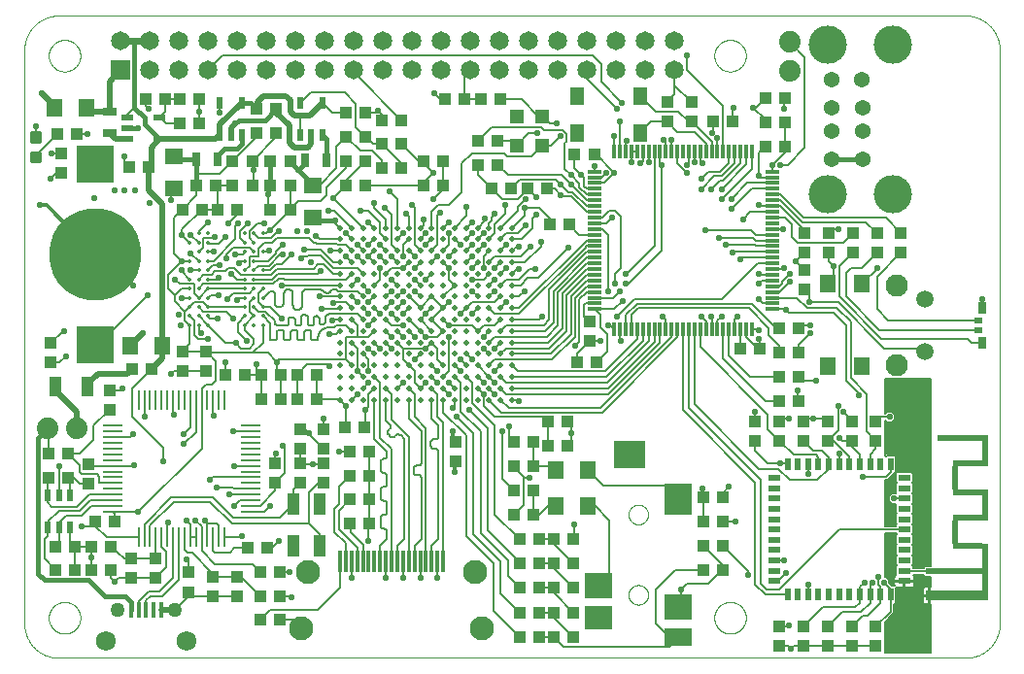
<source format=gtl>
G75*
%MOIN*%
%OFA0B0*%
%FSLAX25Y25*%
%IPPOS*%
%LPD*%
%AMOC8*
5,1,8,0,0,1.08239X$1,22.5*
%
%ADD10C,0.00000*%
%ADD11C,0.05400*%
%ADD12C,0.13100*%
%ADD13R,0.01181X0.07480*%
%ADD14C,0.08268*%
%ADD15R,0.01575X0.05315*%
%ADD16C,0.05020*%
%ADD17C,0.06791*%
%ADD18R,0.00984X0.06693*%
%ADD19R,0.06693X0.00984*%
%ADD20R,0.06500X0.06500*%
%ADD21C,0.06500*%
%ADD22C,0.01969*%
%ADD23R,0.02362X0.04331*%
%ADD24R,0.09449X0.06299*%
%ADD25R,0.09449X0.11024*%
%ADD26R,0.09449X0.08661*%
%ADD27R,0.11024X0.09449*%
%ADD28R,0.09449X0.07874*%
%ADD29R,0.04331X0.03937*%
%ADD30R,0.03937X0.04331*%
%ADD31R,0.04331X0.07480*%
%ADD32C,0.07400*%
%ADD33C,0.01181*%
%ADD34R,0.03937X0.07087*%
%ADD35C,0.31496*%
%ADD36R,0.12500X0.12500*%
%ADD37R,0.05512X0.06299*%
%ADD38C,0.01339*%
%ADD39R,0.03150X0.03937*%
%ADD40R,0.02559X0.01969*%
%ADD41C,0.05906*%
%ADD42C,0.07677*%
%ADD43R,0.05079X0.04882*%
%ADD44R,0.06299X0.05512*%
%ADD45R,0.04429X0.01969*%
%ADD46R,0.01969X0.04429*%
%ADD47R,0.04724X0.01181*%
%ADD48R,0.01181X0.04724*%
%ADD49R,0.17323X0.01969*%
%ADD50R,0.17323X0.03543*%
%ADD51R,0.01969X0.19685*%
%ADD52R,0.10394X0.01969*%
%ADD53R,0.01969X0.07874*%
%ADD54R,0.01969X0.10630*%
%ADD55R,0.15512X0.01969*%
%ADD56R,0.01969X0.01969*%
%ADD57R,0.01969X0.03543*%
%ADD58R,0.05118X0.05906*%
%ADD59R,0.04331X0.02362*%
%ADD60R,0.03150X0.04724*%
%ADD61R,0.04724X0.03150*%
%ADD62C,0.00600*%
%ADD63OC8,0.02000*%
%ADD64C,0.01969*%
%ADD65C,0.00787*%
%ADD66C,0.01200*%
%ADD67C,0.01575*%
%ADD68OC8,0.02001*%
%ADD69C,0.02400*%
%ADD70OC8,0.02030*%
D10*
X0012924Y0005148D02*
X0323948Y0005148D01*
X0324233Y0005151D01*
X0324519Y0005162D01*
X0324804Y0005179D01*
X0325088Y0005203D01*
X0325372Y0005234D01*
X0325655Y0005272D01*
X0325936Y0005317D01*
X0326217Y0005368D01*
X0326497Y0005426D01*
X0326775Y0005491D01*
X0327051Y0005563D01*
X0327325Y0005641D01*
X0327598Y0005726D01*
X0327868Y0005818D01*
X0328136Y0005916D01*
X0328402Y0006020D01*
X0328665Y0006131D01*
X0328925Y0006248D01*
X0329183Y0006371D01*
X0329437Y0006501D01*
X0329688Y0006637D01*
X0329936Y0006778D01*
X0330180Y0006926D01*
X0330421Y0007079D01*
X0330657Y0007239D01*
X0330890Y0007404D01*
X0331119Y0007574D01*
X0331344Y0007750D01*
X0331564Y0007932D01*
X0331780Y0008118D01*
X0331991Y0008310D01*
X0332198Y0008507D01*
X0332400Y0008709D01*
X0332597Y0008916D01*
X0332789Y0009127D01*
X0332975Y0009343D01*
X0333157Y0009563D01*
X0333333Y0009788D01*
X0333503Y0010017D01*
X0333668Y0010250D01*
X0333828Y0010486D01*
X0333981Y0010727D01*
X0334129Y0010971D01*
X0334270Y0011219D01*
X0334406Y0011470D01*
X0334536Y0011724D01*
X0334659Y0011982D01*
X0334776Y0012242D01*
X0334887Y0012505D01*
X0334991Y0012771D01*
X0335089Y0013039D01*
X0335181Y0013309D01*
X0335266Y0013582D01*
X0335344Y0013856D01*
X0335416Y0014132D01*
X0335481Y0014410D01*
X0335539Y0014690D01*
X0335590Y0014971D01*
X0335635Y0015252D01*
X0335673Y0015535D01*
X0335704Y0015819D01*
X0335728Y0016103D01*
X0335745Y0016388D01*
X0335756Y0016674D01*
X0335759Y0016959D01*
X0335759Y0213809D01*
X0335756Y0214094D01*
X0335745Y0214380D01*
X0335728Y0214665D01*
X0335704Y0214949D01*
X0335673Y0215233D01*
X0335635Y0215516D01*
X0335590Y0215797D01*
X0335539Y0216078D01*
X0335481Y0216358D01*
X0335416Y0216636D01*
X0335344Y0216912D01*
X0335266Y0217186D01*
X0335181Y0217459D01*
X0335089Y0217729D01*
X0334991Y0217997D01*
X0334887Y0218263D01*
X0334776Y0218526D01*
X0334659Y0218786D01*
X0334536Y0219044D01*
X0334406Y0219298D01*
X0334270Y0219549D01*
X0334129Y0219797D01*
X0333981Y0220041D01*
X0333828Y0220282D01*
X0333668Y0220518D01*
X0333503Y0220751D01*
X0333333Y0220980D01*
X0333157Y0221205D01*
X0332975Y0221425D01*
X0332789Y0221641D01*
X0332597Y0221852D01*
X0332400Y0222059D01*
X0332198Y0222261D01*
X0331991Y0222458D01*
X0331780Y0222650D01*
X0331564Y0222836D01*
X0331344Y0223018D01*
X0331119Y0223194D01*
X0330890Y0223364D01*
X0330657Y0223529D01*
X0330421Y0223689D01*
X0330180Y0223842D01*
X0329936Y0223990D01*
X0329688Y0224131D01*
X0329437Y0224267D01*
X0329183Y0224397D01*
X0328925Y0224520D01*
X0328665Y0224637D01*
X0328402Y0224748D01*
X0328136Y0224852D01*
X0327868Y0224950D01*
X0327598Y0225042D01*
X0327325Y0225127D01*
X0327051Y0225205D01*
X0326775Y0225277D01*
X0326497Y0225342D01*
X0326217Y0225400D01*
X0325936Y0225451D01*
X0325655Y0225496D01*
X0325372Y0225534D01*
X0325088Y0225565D01*
X0324804Y0225589D01*
X0324519Y0225606D01*
X0324233Y0225617D01*
X0323948Y0225620D01*
X0012924Y0225620D01*
X0012639Y0225617D01*
X0012353Y0225606D01*
X0012068Y0225589D01*
X0011784Y0225565D01*
X0011500Y0225534D01*
X0011217Y0225496D01*
X0010936Y0225451D01*
X0010655Y0225400D01*
X0010375Y0225342D01*
X0010097Y0225277D01*
X0009821Y0225205D01*
X0009547Y0225127D01*
X0009274Y0225042D01*
X0009004Y0224950D01*
X0008736Y0224852D01*
X0008470Y0224748D01*
X0008207Y0224637D01*
X0007947Y0224520D01*
X0007689Y0224397D01*
X0007435Y0224267D01*
X0007184Y0224131D01*
X0006936Y0223990D01*
X0006692Y0223842D01*
X0006451Y0223689D01*
X0006215Y0223529D01*
X0005982Y0223364D01*
X0005753Y0223194D01*
X0005528Y0223018D01*
X0005308Y0222836D01*
X0005092Y0222650D01*
X0004881Y0222458D01*
X0004674Y0222261D01*
X0004472Y0222059D01*
X0004275Y0221852D01*
X0004083Y0221641D01*
X0003897Y0221425D01*
X0003715Y0221205D01*
X0003539Y0220980D01*
X0003369Y0220751D01*
X0003204Y0220518D01*
X0003044Y0220282D01*
X0002891Y0220041D01*
X0002743Y0219797D01*
X0002602Y0219549D01*
X0002466Y0219298D01*
X0002336Y0219044D01*
X0002213Y0218786D01*
X0002096Y0218526D01*
X0001985Y0218263D01*
X0001881Y0217997D01*
X0001783Y0217729D01*
X0001691Y0217459D01*
X0001606Y0217186D01*
X0001528Y0216912D01*
X0001456Y0216636D01*
X0001391Y0216358D01*
X0001333Y0216078D01*
X0001282Y0215797D01*
X0001237Y0215516D01*
X0001199Y0215233D01*
X0001168Y0214949D01*
X0001144Y0214665D01*
X0001127Y0214380D01*
X0001116Y0214094D01*
X0001113Y0213809D01*
X0001113Y0016959D01*
X0001116Y0016674D01*
X0001127Y0016388D01*
X0001144Y0016103D01*
X0001168Y0015819D01*
X0001199Y0015535D01*
X0001237Y0015252D01*
X0001282Y0014971D01*
X0001333Y0014690D01*
X0001391Y0014410D01*
X0001456Y0014132D01*
X0001528Y0013856D01*
X0001606Y0013582D01*
X0001691Y0013309D01*
X0001783Y0013039D01*
X0001881Y0012771D01*
X0001985Y0012505D01*
X0002096Y0012242D01*
X0002213Y0011982D01*
X0002336Y0011724D01*
X0002466Y0011470D01*
X0002602Y0011219D01*
X0002743Y0010971D01*
X0002891Y0010727D01*
X0003044Y0010486D01*
X0003204Y0010250D01*
X0003369Y0010017D01*
X0003539Y0009788D01*
X0003715Y0009563D01*
X0003897Y0009343D01*
X0004083Y0009127D01*
X0004275Y0008916D01*
X0004472Y0008709D01*
X0004674Y0008507D01*
X0004881Y0008310D01*
X0005092Y0008118D01*
X0005308Y0007932D01*
X0005528Y0007750D01*
X0005753Y0007574D01*
X0005982Y0007404D01*
X0006215Y0007239D01*
X0006451Y0007079D01*
X0006692Y0006926D01*
X0006936Y0006778D01*
X0007184Y0006637D01*
X0007435Y0006501D01*
X0007689Y0006371D01*
X0007947Y0006248D01*
X0008207Y0006131D01*
X0008470Y0006020D01*
X0008736Y0005916D01*
X0009004Y0005818D01*
X0009274Y0005726D01*
X0009547Y0005641D01*
X0009821Y0005563D01*
X0010097Y0005491D01*
X0010375Y0005426D01*
X0010655Y0005368D01*
X0010936Y0005317D01*
X0011217Y0005272D01*
X0011500Y0005234D01*
X0011784Y0005203D01*
X0012068Y0005179D01*
X0012353Y0005162D01*
X0012639Y0005151D01*
X0012924Y0005148D01*
X0009480Y0018927D02*
X0009482Y0019074D01*
X0009488Y0019220D01*
X0009498Y0019366D01*
X0009512Y0019512D01*
X0009530Y0019658D01*
X0009551Y0019803D01*
X0009577Y0019947D01*
X0009607Y0020091D01*
X0009640Y0020233D01*
X0009677Y0020375D01*
X0009718Y0020516D01*
X0009763Y0020655D01*
X0009812Y0020794D01*
X0009864Y0020931D01*
X0009921Y0021066D01*
X0009980Y0021200D01*
X0010044Y0021332D01*
X0010111Y0021462D01*
X0010181Y0021591D01*
X0010255Y0021718D01*
X0010332Y0021842D01*
X0010413Y0021965D01*
X0010497Y0022085D01*
X0010584Y0022203D01*
X0010674Y0022318D01*
X0010767Y0022431D01*
X0010864Y0022542D01*
X0010963Y0022650D01*
X0011065Y0022755D01*
X0011170Y0022857D01*
X0011278Y0022956D01*
X0011389Y0023053D01*
X0011502Y0023146D01*
X0011617Y0023236D01*
X0011735Y0023323D01*
X0011855Y0023407D01*
X0011978Y0023488D01*
X0012102Y0023565D01*
X0012229Y0023639D01*
X0012358Y0023709D01*
X0012488Y0023776D01*
X0012620Y0023840D01*
X0012754Y0023899D01*
X0012889Y0023956D01*
X0013026Y0024008D01*
X0013165Y0024057D01*
X0013304Y0024102D01*
X0013445Y0024143D01*
X0013587Y0024180D01*
X0013729Y0024213D01*
X0013873Y0024243D01*
X0014017Y0024269D01*
X0014162Y0024290D01*
X0014308Y0024308D01*
X0014454Y0024322D01*
X0014600Y0024332D01*
X0014746Y0024338D01*
X0014893Y0024340D01*
X0015040Y0024338D01*
X0015186Y0024332D01*
X0015332Y0024322D01*
X0015478Y0024308D01*
X0015624Y0024290D01*
X0015769Y0024269D01*
X0015913Y0024243D01*
X0016057Y0024213D01*
X0016199Y0024180D01*
X0016341Y0024143D01*
X0016482Y0024102D01*
X0016621Y0024057D01*
X0016760Y0024008D01*
X0016897Y0023956D01*
X0017032Y0023899D01*
X0017166Y0023840D01*
X0017298Y0023776D01*
X0017428Y0023709D01*
X0017557Y0023639D01*
X0017684Y0023565D01*
X0017808Y0023488D01*
X0017931Y0023407D01*
X0018051Y0023323D01*
X0018169Y0023236D01*
X0018284Y0023146D01*
X0018397Y0023053D01*
X0018508Y0022956D01*
X0018616Y0022857D01*
X0018721Y0022755D01*
X0018823Y0022650D01*
X0018922Y0022542D01*
X0019019Y0022431D01*
X0019112Y0022318D01*
X0019202Y0022203D01*
X0019289Y0022085D01*
X0019373Y0021965D01*
X0019454Y0021842D01*
X0019531Y0021718D01*
X0019605Y0021591D01*
X0019675Y0021462D01*
X0019742Y0021332D01*
X0019806Y0021200D01*
X0019865Y0021066D01*
X0019922Y0020931D01*
X0019974Y0020794D01*
X0020023Y0020655D01*
X0020068Y0020516D01*
X0020109Y0020375D01*
X0020146Y0020233D01*
X0020179Y0020091D01*
X0020209Y0019947D01*
X0020235Y0019803D01*
X0020256Y0019658D01*
X0020274Y0019512D01*
X0020288Y0019366D01*
X0020298Y0019220D01*
X0020304Y0019074D01*
X0020306Y0018927D01*
X0020304Y0018780D01*
X0020298Y0018634D01*
X0020288Y0018488D01*
X0020274Y0018342D01*
X0020256Y0018196D01*
X0020235Y0018051D01*
X0020209Y0017907D01*
X0020179Y0017763D01*
X0020146Y0017621D01*
X0020109Y0017479D01*
X0020068Y0017338D01*
X0020023Y0017199D01*
X0019974Y0017060D01*
X0019922Y0016923D01*
X0019865Y0016788D01*
X0019806Y0016654D01*
X0019742Y0016522D01*
X0019675Y0016392D01*
X0019605Y0016263D01*
X0019531Y0016136D01*
X0019454Y0016012D01*
X0019373Y0015889D01*
X0019289Y0015769D01*
X0019202Y0015651D01*
X0019112Y0015536D01*
X0019019Y0015423D01*
X0018922Y0015312D01*
X0018823Y0015204D01*
X0018721Y0015099D01*
X0018616Y0014997D01*
X0018508Y0014898D01*
X0018397Y0014801D01*
X0018284Y0014708D01*
X0018169Y0014618D01*
X0018051Y0014531D01*
X0017931Y0014447D01*
X0017808Y0014366D01*
X0017684Y0014289D01*
X0017557Y0014215D01*
X0017428Y0014145D01*
X0017298Y0014078D01*
X0017166Y0014014D01*
X0017032Y0013955D01*
X0016897Y0013898D01*
X0016760Y0013846D01*
X0016621Y0013797D01*
X0016482Y0013752D01*
X0016341Y0013711D01*
X0016199Y0013674D01*
X0016057Y0013641D01*
X0015913Y0013611D01*
X0015769Y0013585D01*
X0015624Y0013564D01*
X0015478Y0013546D01*
X0015332Y0013532D01*
X0015186Y0013522D01*
X0015040Y0013516D01*
X0014893Y0013514D01*
X0014746Y0013516D01*
X0014600Y0013522D01*
X0014454Y0013532D01*
X0014308Y0013546D01*
X0014162Y0013564D01*
X0014017Y0013585D01*
X0013873Y0013611D01*
X0013729Y0013641D01*
X0013587Y0013674D01*
X0013445Y0013711D01*
X0013304Y0013752D01*
X0013165Y0013797D01*
X0013026Y0013846D01*
X0012889Y0013898D01*
X0012754Y0013955D01*
X0012620Y0014014D01*
X0012488Y0014078D01*
X0012358Y0014145D01*
X0012229Y0014215D01*
X0012102Y0014289D01*
X0011978Y0014366D01*
X0011855Y0014447D01*
X0011735Y0014531D01*
X0011617Y0014618D01*
X0011502Y0014708D01*
X0011389Y0014801D01*
X0011278Y0014898D01*
X0011170Y0014997D01*
X0011065Y0015099D01*
X0010963Y0015204D01*
X0010864Y0015312D01*
X0010767Y0015423D01*
X0010674Y0015536D01*
X0010584Y0015651D01*
X0010497Y0015769D01*
X0010413Y0015889D01*
X0010332Y0016012D01*
X0010255Y0016136D01*
X0010181Y0016263D01*
X0010111Y0016392D01*
X0010044Y0016522D01*
X0009980Y0016654D01*
X0009921Y0016788D01*
X0009864Y0016923D01*
X0009812Y0017060D01*
X0009763Y0017199D01*
X0009718Y0017338D01*
X0009677Y0017479D01*
X0009640Y0017621D01*
X0009607Y0017763D01*
X0009577Y0017907D01*
X0009551Y0018051D01*
X0009530Y0018196D01*
X0009512Y0018342D01*
X0009498Y0018488D01*
X0009488Y0018634D01*
X0009482Y0018780D01*
X0009480Y0018927D01*
X0208397Y0026801D02*
X0208399Y0026916D01*
X0208405Y0027032D01*
X0208415Y0027147D01*
X0208429Y0027262D01*
X0208447Y0027376D01*
X0208469Y0027489D01*
X0208494Y0027602D01*
X0208524Y0027713D01*
X0208557Y0027824D01*
X0208594Y0027933D01*
X0208635Y0028041D01*
X0208680Y0028148D01*
X0208728Y0028253D01*
X0208780Y0028356D01*
X0208836Y0028457D01*
X0208895Y0028557D01*
X0208957Y0028654D01*
X0209023Y0028749D01*
X0209091Y0028842D01*
X0209163Y0028932D01*
X0209238Y0029020D01*
X0209317Y0029105D01*
X0209398Y0029187D01*
X0209481Y0029267D01*
X0209568Y0029343D01*
X0209657Y0029417D01*
X0209748Y0029487D01*
X0209842Y0029555D01*
X0209938Y0029619D01*
X0210037Y0029679D01*
X0210137Y0029736D01*
X0210239Y0029790D01*
X0210343Y0029840D01*
X0210449Y0029887D01*
X0210556Y0029930D01*
X0210665Y0029969D01*
X0210775Y0030004D01*
X0210886Y0030035D01*
X0210998Y0030063D01*
X0211111Y0030087D01*
X0211225Y0030107D01*
X0211340Y0030123D01*
X0211455Y0030135D01*
X0211570Y0030143D01*
X0211685Y0030147D01*
X0211801Y0030147D01*
X0211916Y0030143D01*
X0212031Y0030135D01*
X0212146Y0030123D01*
X0212261Y0030107D01*
X0212375Y0030087D01*
X0212488Y0030063D01*
X0212600Y0030035D01*
X0212711Y0030004D01*
X0212821Y0029969D01*
X0212930Y0029930D01*
X0213037Y0029887D01*
X0213143Y0029840D01*
X0213247Y0029790D01*
X0213349Y0029736D01*
X0213449Y0029679D01*
X0213548Y0029619D01*
X0213644Y0029555D01*
X0213738Y0029487D01*
X0213829Y0029417D01*
X0213918Y0029343D01*
X0214005Y0029267D01*
X0214088Y0029187D01*
X0214169Y0029105D01*
X0214248Y0029020D01*
X0214323Y0028932D01*
X0214395Y0028842D01*
X0214463Y0028749D01*
X0214529Y0028654D01*
X0214591Y0028557D01*
X0214650Y0028457D01*
X0214706Y0028356D01*
X0214758Y0028253D01*
X0214806Y0028148D01*
X0214851Y0028041D01*
X0214892Y0027933D01*
X0214929Y0027824D01*
X0214962Y0027713D01*
X0214992Y0027602D01*
X0215017Y0027489D01*
X0215039Y0027376D01*
X0215057Y0027262D01*
X0215071Y0027147D01*
X0215081Y0027032D01*
X0215087Y0026916D01*
X0215089Y0026801D01*
X0215087Y0026686D01*
X0215081Y0026570D01*
X0215071Y0026455D01*
X0215057Y0026340D01*
X0215039Y0026226D01*
X0215017Y0026113D01*
X0214992Y0026000D01*
X0214962Y0025889D01*
X0214929Y0025778D01*
X0214892Y0025669D01*
X0214851Y0025561D01*
X0214806Y0025454D01*
X0214758Y0025349D01*
X0214706Y0025246D01*
X0214650Y0025145D01*
X0214591Y0025045D01*
X0214529Y0024948D01*
X0214463Y0024853D01*
X0214395Y0024760D01*
X0214323Y0024670D01*
X0214248Y0024582D01*
X0214169Y0024497D01*
X0214088Y0024415D01*
X0214005Y0024335D01*
X0213918Y0024259D01*
X0213829Y0024185D01*
X0213738Y0024115D01*
X0213644Y0024047D01*
X0213548Y0023983D01*
X0213449Y0023923D01*
X0213349Y0023866D01*
X0213247Y0023812D01*
X0213143Y0023762D01*
X0213037Y0023715D01*
X0212930Y0023672D01*
X0212821Y0023633D01*
X0212711Y0023598D01*
X0212600Y0023567D01*
X0212488Y0023539D01*
X0212375Y0023515D01*
X0212261Y0023495D01*
X0212146Y0023479D01*
X0212031Y0023467D01*
X0211916Y0023459D01*
X0211801Y0023455D01*
X0211685Y0023455D01*
X0211570Y0023459D01*
X0211455Y0023467D01*
X0211340Y0023479D01*
X0211225Y0023495D01*
X0211111Y0023515D01*
X0210998Y0023539D01*
X0210886Y0023567D01*
X0210775Y0023598D01*
X0210665Y0023633D01*
X0210556Y0023672D01*
X0210449Y0023715D01*
X0210343Y0023762D01*
X0210239Y0023812D01*
X0210137Y0023866D01*
X0210037Y0023923D01*
X0209938Y0023983D01*
X0209842Y0024047D01*
X0209748Y0024115D01*
X0209657Y0024185D01*
X0209568Y0024259D01*
X0209481Y0024335D01*
X0209398Y0024415D01*
X0209317Y0024497D01*
X0209238Y0024582D01*
X0209163Y0024670D01*
X0209091Y0024760D01*
X0209023Y0024853D01*
X0208957Y0024948D01*
X0208895Y0025045D01*
X0208836Y0025145D01*
X0208780Y0025246D01*
X0208728Y0025349D01*
X0208680Y0025454D01*
X0208635Y0025561D01*
X0208594Y0025669D01*
X0208557Y0025778D01*
X0208524Y0025889D01*
X0208494Y0026000D01*
X0208469Y0026113D01*
X0208447Y0026226D01*
X0208429Y0026340D01*
X0208415Y0026455D01*
X0208405Y0026570D01*
X0208399Y0026686D01*
X0208397Y0026801D01*
X0237826Y0018927D02*
X0237828Y0019074D01*
X0237834Y0019220D01*
X0237844Y0019366D01*
X0237858Y0019512D01*
X0237876Y0019658D01*
X0237897Y0019803D01*
X0237923Y0019947D01*
X0237953Y0020091D01*
X0237986Y0020233D01*
X0238023Y0020375D01*
X0238064Y0020516D01*
X0238109Y0020655D01*
X0238158Y0020794D01*
X0238210Y0020931D01*
X0238267Y0021066D01*
X0238326Y0021200D01*
X0238390Y0021332D01*
X0238457Y0021462D01*
X0238527Y0021591D01*
X0238601Y0021718D01*
X0238678Y0021842D01*
X0238759Y0021965D01*
X0238843Y0022085D01*
X0238930Y0022203D01*
X0239020Y0022318D01*
X0239113Y0022431D01*
X0239210Y0022542D01*
X0239309Y0022650D01*
X0239411Y0022755D01*
X0239516Y0022857D01*
X0239624Y0022956D01*
X0239735Y0023053D01*
X0239848Y0023146D01*
X0239963Y0023236D01*
X0240081Y0023323D01*
X0240201Y0023407D01*
X0240324Y0023488D01*
X0240448Y0023565D01*
X0240575Y0023639D01*
X0240704Y0023709D01*
X0240834Y0023776D01*
X0240966Y0023840D01*
X0241100Y0023899D01*
X0241235Y0023956D01*
X0241372Y0024008D01*
X0241511Y0024057D01*
X0241650Y0024102D01*
X0241791Y0024143D01*
X0241933Y0024180D01*
X0242075Y0024213D01*
X0242219Y0024243D01*
X0242363Y0024269D01*
X0242508Y0024290D01*
X0242654Y0024308D01*
X0242800Y0024322D01*
X0242946Y0024332D01*
X0243092Y0024338D01*
X0243239Y0024340D01*
X0243386Y0024338D01*
X0243532Y0024332D01*
X0243678Y0024322D01*
X0243824Y0024308D01*
X0243970Y0024290D01*
X0244115Y0024269D01*
X0244259Y0024243D01*
X0244403Y0024213D01*
X0244545Y0024180D01*
X0244687Y0024143D01*
X0244828Y0024102D01*
X0244967Y0024057D01*
X0245106Y0024008D01*
X0245243Y0023956D01*
X0245378Y0023899D01*
X0245512Y0023840D01*
X0245644Y0023776D01*
X0245774Y0023709D01*
X0245903Y0023639D01*
X0246030Y0023565D01*
X0246154Y0023488D01*
X0246277Y0023407D01*
X0246397Y0023323D01*
X0246515Y0023236D01*
X0246630Y0023146D01*
X0246743Y0023053D01*
X0246854Y0022956D01*
X0246962Y0022857D01*
X0247067Y0022755D01*
X0247169Y0022650D01*
X0247268Y0022542D01*
X0247365Y0022431D01*
X0247458Y0022318D01*
X0247548Y0022203D01*
X0247635Y0022085D01*
X0247719Y0021965D01*
X0247800Y0021842D01*
X0247877Y0021718D01*
X0247951Y0021591D01*
X0248021Y0021462D01*
X0248088Y0021332D01*
X0248152Y0021200D01*
X0248211Y0021066D01*
X0248268Y0020931D01*
X0248320Y0020794D01*
X0248369Y0020655D01*
X0248414Y0020516D01*
X0248455Y0020375D01*
X0248492Y0020233D01*
X0248525Y0020091D01*
X0248555Y0019947D01*
X0248581Y0019803D01*
X0248602Y0019658D01*
X0248620Y0019512D01*
X0248634Y0019366D01*
X0248644Y0019220D01*
X0248650Y0019074D01*
X0248652Y0018927D01*
X0248650Y0018780D01*
X0248644Y0018634D01*
X0248634Y0018488D01*
X0248620Y0018342D01*
X0248602Y0018196D01*
X0248581Y0018051D01*
X0248555Y0017907D01*
X0248525Y0017763D01*
X0248492Y0017621D01*
X0248455Y0017479D01*
X0248414Y0017338D01*
X0248369Y0017199D01*
X0248320Y0017060D01*
X0248268Y0016923D01*
X0248211Y0016788D01*
X0248152Y0016654D01*
X0248088Y0016522D01*
X0248021Y0016392D01*
X0247951Y0016263D01*
X0247877Y0016136D01*
X0247800Y0016012D01*
X0247719Y0015889D01*
X0247635Y0015769D01*
X0247548Y0015651D01*
X0247458Y0015536D01*
X0247365Y0015423D01*
X0247268Y0015312D01*
X0247169Y0015204D01*
X0247067Y0015099D01*
X0246962Y0014997D01*
X0246854Y0014898D01*
X0246743Y0014801D01*
X0246630Y0014708D01*
X0246515Y0014618D01*
X0246397Y0014531D01*
X0246277Y0014447D01*
X0246154Y0014366D01*
X0246030Y0014289D01*
X0245903Y0014215D01*
X0245774Y0014145D01*
X0245644Y0014078D01*
X0245512Y0014014D01*
X0245378Y0013955D01*
X0245243Y0013898D01*
X0245106Y0013846D01*
X0244967Y0013797D01*
X0244828Y0013752D01*
X0244687Y0013711D01*
X0244545Y0013674D01*
X0244403Y0013641D01*
X0244259Y0013611D01*
X0244115Y0013585D01*
X0243970Y0013564D01*
X0243824Y0013546D01*
X0243678Y0013532D01*
X0243532Y0013522D01*
X0243386Y0013516D01*
X0243239Y0013514D01*
X0243092Y0013516D01*
X0242946Y0013522D01*
X0242800Y0013532D01*
X0242654Y0013546D01*
X0242508Y0013564D01*
X0242363Y0013585D01*
X0242219Y0013611D01*
X0242075Y0013641D01*
X0241933Y0013674D01*
X0241791Y0013711D01*
X0241650Y0013752D01*
X0241511Y0013797D01*
X0241372Y0013846D01*
X0241235Y0013898D01*
X0241100Y0013955D01*
X0240966Y0014014D01*
X0240834Y0014078D01*
X0240704Y0014145D01*
X0240575Y0014215D01*
X0240448Y0014289D01*
X0240324Y0014366D01*
X0240201Y0014447D01*
X0240081Y0014531D01*
X0239963Y0014618D01*
X0239848Y0014708D01*
X0239735Y0014801D01*
X0239624Y0014898D01*
X0239516Y0014997D01*
X0239411Y0015099D01*
X0239309Y0015204D01*
X0239210Y0015312D01*
X0239113Y0015423D01*
X0239020Y0015536D01*
X0238930Y0015651D01*
X0238843Y0015769D01*
X0238759Y0015889D01*
X0238678Y0016012D01*
X0238601Y0016136D01*
X0238527Y0016263D01*
X0238457Y0016392D01*
X0238390Y0016522D01*
X0238326Y0016654D01*
X0238267Y0016788D01*
X0238210Y0016923D01*
X0238158Y0017060D01*
X0238109Y0017199D01*
X0238064Y0017338D01*
X0238023Y0017479D01*
X0237986Y0017621D01*
X0237953Y0017763D01*
X0237923Y0017907D01*
X0237897Y0018051D01*
X0237876Y0018196D01*
X0237858Y0018342D01*
X0237844Y0018488D01*
X0237834Y0018634D01*
X0237828Y0018780D01*
X0237826Y0018927D01*
X0208397Y0054360D02*
X0208399Y0054475D01*
X0208405Y0054591D01*
X0208415Y0054706D01*
X0208429Y0054821D01*
X0208447Y0054935D01*
X0208469Y0055048D01*
X0208494Y0055161D01*
X0208524Y0055272D01*
X0208557Y0055383D01*
X0208594Y0055492D01*
X0208635Y0055600D01*
X0208680Y0055707D01*
X0208728Y0055812D01*
X0208780Y0055915D01*
X0208836Y0056016D01*
X0208895Y0056116D01*
X0208957Y0056213D01*
X0209023Y0056308D01*
X0209091Y0056401D01*
X0209163Y0056491D01*
X0209238Y0056579D01*
X0209317Y0056664D01*
X0209398Y0056746D01*
X0209481Y0056826D01*
X0209568Y0056902D01*
X0209657Y0056976D01*
X0209748Y0057046D01*
X0209842Y0057114D01*
X0209938Y0057178D01*
X0210037Y0057238D01*
X0210137Y0057295D01*
X0210239Y0057349D01*
X0210343Y0057399D01*
X0210449Y0057446D01*
X0210556Y0057489D01*
X0210665Y0057528D01*
X0210775Y0057563D01*
X0210886Y0057594D01*
X0210998Y0057622D01*
X0211111Y0057646D01*
X0211225Y0057666D01*
X0211340Y0057682D01*
X0211455Y0057694D01*
X0211570Y0057702D01*
X0211685Y0057706D01*
X0211801Y0057706D01*
X0211916Y0057702D01*
X0212031Y0057694D01*
X0212146Y0057682D01*
X0212261Y0057666D01*
X0212375Y0057646D01*
X0212488Y0057622D01*
X0212600Y0057594D01*
X0212711Y0057563D01*
X0212821Y0057528D01*
X0212930Y0057489D01*
X0213037Y0057446D01*
X0213143Y0057399D01*
X0213247Y0057349D01*
X0213349Y0057295D01*
X0213449Y0057238D01*
X0213548Y0057178D01*
X0213644Y0057114D01*
X0213738Y0057046D01*
X0213829Y0056976D01*
X0213918Y0056902D01*
X0214005Y0056826D01*
X0214088Y0056746D01*
X0214169Y0056664D01*
X0214248Y0056579D01*
X0214323Y0056491D01*
X0214395Y0056401D01*
X0214463Y0056308D01*
X0214529Y0056213D01*
X0214591Y0056116D01*
X0214650Y0056016D01*
X0214706Y0055915D01*
X0214758Y0055812D01*
X0214806Y0055707D01*
X0214851Y0055600D01*
X0214892Y0055492D01*
X0214929Y0055383D01*
X0214962Y0055272D01*
X0214992Y0055161D01*
X0215017Y0055048D01*
X0215039Y0054935D01*
X0215057Y0054821D01*
X0215071Y0054706D01*
X0215081Y0054591D01*
X0215087Y0054475D01*
X0215089Y0054360D01*
X0215087Y0054245D01*
X0215081Y0054129D01*
X0215071Y0054014D01*
X0215057Y0053899D01*
X0215039Y0053785D01*
X0215017Y0053672D01*
X0214992Y0053559D01*
X0214962Y0053448D01*
X0214929Y0053337D01*
X0214892Y0053228D01*
X0214851Y0053120D01*
X0214806Y0053013D01*
X0214758Y0052908D01*
X0214706Y0052805D01*
X0214650Y0052704D01*
X0214591Y0052604D01*
X0214529Y0052507D01*
X0214463Y0052412D01*
X0214395Y0052319D01*
X0214323Y0052229D01*
X0214248Y0052141D01*
X0214169Y0052056D01*
X0214088Y0051974D01*
X0214005Y0051894D01*
X0213918Y0051818D01*
X0213829Y0051744D01*
X0213738Y0051674D01*
X0213644Y0051606D01*
X0213548Y0051542D01*
X0213449Y0051482D01*
X0213349Y0051425D01*
X0213247Y0051371D01*
X0213143Y0051321D01*
X0213037Y0051274D01*
X0212930Y0051231D01*
X0212821Y0051192D01*
X0212711Y0051157D01*
X0212600Y0051126D01*
X0212488Y0051098D01*
X0212375Y0051074D01*
X0212261Y0051054D01*
X0212146Y0051038D01*
X0212031Y0051026D01*
X0211916Y0051018D01*
X0211801Y0051014D01*
X0211685Y0051014D01*
X0211570Y0051018D01*
X0211455Y0051026D01*
X0211340Y0051038D01*
X0211225Y0051054D01*
X0211111Y0051074D01*
X0210998Y0051098D01*
X0210886Y0051126D01*
X0210775Y0051157D01*
X0210665Y0051192D01*
X0210556Y0051231D01*
X0210449Y0051274D01*
X0210343Y0051321D01*
X0210239Y0051371D01*
X0210137Y0051425D01*
X0210037Y0051482D01*
X0209938Y0051542D01*
X0209842Y0051606D01*
X0209748Y0051674D01*
X0209657Y0051744D01*
X0209568Y0051818D01*
X0209481Y0051894D01*
X0209398Y0051974D01*
X0209317Y0052056D01*
X0209238Y0052141D01*
X0209163Y0052229D01*
X0209091Y0052319D01*
X0209023Y0052412D01*
X0208957Y0052507D01*
X0208895Y0052604D01*
X0208836Y0052704D01*
X0208780Y0052805D01*
X0208728Y0052908D01*
X0208680Y0053013D01*
X0208635Y0053120D01*
X0208594Y0053228D01*
X0208557Y0053337D01*
X0208524Y0053448D01*
X0208494Y0053559D01*
X0208469Y0053672D01*
X0208447Y0053785D01*
X0208429Y0053899D01*
X0208415Y0054014D01*
X0208405Y0054129D01*
X0208399Y0054245D01*
X0208397Y0054360D01*
X0237826Y0211841D02*
X0237828Y0211988D01*
X0237834Y0212134D01*
X0237844Y0212280D01*
X0237858Y0212426D01*
X0237876Y0212572D01*
X0237897Y0212717D01*
X0237923Y0212861D01*
X0237953Y0213005D01*
X0237986Y0213147D01*
X0238023Y0213289D01*
X0238064Y0213430D01*
X0238109Y0213569D01*
X0238158Y0213708D01*
X0238210Y0213845D01*
X0238267Y0213980D01*
X0238326Y0214114D01*
X0238390Y0214246D01*
X0238457Y0214376D01*
X0238527Y0214505D01*
X0238601Y0214632D01*
X0238678Y0214756D01*
X0238759Y0214879D01*
X0238843Y0214999D01*
X0238930Y0215117D01*
X0239020Y0215232D01*
X0239113Y0215345D01*
X0239210Y0215456D01*
X0239309Y0215564D01*
X0239411Y0215669D01*
X0239516Y0215771D01*
X0239624Y0215870D01*
X0239735Y0215967D01*
X0239848Y0216060D01*
X0239963Y0216150D01*
X0240081Y0216237D01*
X0240201Y0216321D01*
X0240324Y0216402D01*
X0240448Y0216479D01*
X0240575Y0216553D01*
X0240704Y0216623D01*
X0240834Y0216690D01*
X0240966Y0216754D01*
X0241100Y0216813D01*
X0241235Y0216870D01*
X0241372Y0216922D01*
X0241511Y0216971D01*
X0241650Y0217016D01*
X0241791Y0217057D01*
X0241933Y0217094D01*
X0242075Y0217127D01*
X0242219Y0217157D01*
X0242363Y0217183D01*
X0242508Y0217204D01*
X0242654Y0217222D01*
X0242800Y0217236D01*
X0242946Y0217246D01*
X0243092Y0217252D01*
X0243239Y0217254D01*
X0243386Y0217252D01*
X0243532Y0217246D01*
X0243678Y0217236D01*
X0243824Y0217222D01*
X0243970Y0217204D01*
X0244115Y0217183D01*
X0244259Y0217157D01*
X0244403Y0217127D01*
X0244545Y0217094D01*
X0244687Y0217057D01*
X0244828Y0217016D01*
X0244967Y0216971D01*
X0245106Y0216922D01*
X0245243Y0216870D01*
X0245378Y0216813D01*
X0245512Y0216754D01*
X0245644Y0216690D01*
X0245774Y0216623D01*
X0245903Y0216553D01*
X0246030Y0216479D01*
X0246154Y0216402D01*
X0246277Y0216321D01*
X0246397Y0216237D01*
X0246515Y0216150D01*
X0246630Y0216060D01*
X0246743Y0215967D01*
X0246854Y0215870D01*
X0246962Y0215771D01*
X0247067Y0215669D01*
X0247169Y0215564D01*
X0247268Y0215456D01*
X0247365Y0215345D01*
X0247458Y0215232D01*
X0247548Y0215117D01*
X0247635Y0214999D01*
X0247719Y0214879D01*
X0247800Y0214756D01*
X0247877Y0214632D01*
X0247951Y0214505D01*
X0248021Y0214376D01*
X0248088Y0214246D01*
X0248152Y0214114D01*
X0248211Y0213980D01*
X0248268Y0213845D01*
X0248320Y0213708D01*
X0248369Y0213569D01*
X0248414Y0213430D01*
X0248455Y0213289D01*
X0248492Y0213147D01*
X0248525Y0213005D01*
X0248555Y0212861D01*
X0248581Y0212717D01*
X0248602Y0212572D01*
X0248620Y0212426D01*
X0248634Y0212280D01*
X0248644Y0212134D01*
X0248650Y0211988D01*
X0248652Y0211841D01*
X0248650Y0211694D01*
X0248644Y0211548D01*
X0248634Y0211402D01*
X0248620Y0211256D01*
X0248602Y0211110D01*
X0248581Y0210965D01*
X0248555Y0210821D01*
X0248525Y0210677D01*
X0248492Y0210535D01*
X0248455Y0210393D01*
X0248414Y0210252D01*
X0248369Y0210113D01*
X0248320Y0209974D01*
X0248268Y0209837D01*
X0248211Y0209702D01*
X0248152Y0209568D01*
X0248088Y0209436D01*
X0248021Y0209306D01*
X0247951Y0209177D01*
X0247877Y0209050D01*
X0247800Y0208926D01*
X0247719Y0208803D01*
X0247635Y0208683D01*
X0247548Y0208565D01*
X0247458Y0208450D01*
X0247365Y0208337D01*
X0247268Y0208226D01*
X0247169Y0208118D01*
X0247067Y0208013D01*
X0246962Y0207911D01*
X0246854Y0207812D01*
X0246743Y0207715D01*
X0246630Y0207622D01*
X0246515Y0207532D01*
X0246397Y0207445D01*
X0246277Y0207361D01*
X0246154Y0207280D01*
X0246030Y0207203D01*
X0245903Y0207129D01*
X0245774Y0207059D01*
X0245644Y0206992D01*
X0245512Y0206928D01*
X0245378Y0206869D01*
X0245243Y0206812D01*
X0245106Y0206760D01*
X0244967Y0206711D01*
X0244828Y0206666D01*
X0244687Y0206625D01*
X0244545Y0206588D01*
X0244403Y0206555D01*
X0244259Y0206525D01*
X0244115Y0206499D01*
X0243970Y0206478D01*
X0243824Y0206460D01*
X0243678Y0206446D01*
X0243532Y0206436D01*
X0243386Y0206430D01*
X0243239Y0206428D01*
X0243092Y0206430D01*
X0242946Y0206436D01*
X0242800Y0206446D01*
X0242654Y0206460D01*
X0242508Y0206478D01*
X0242363Y0206499D01*
X0242219Y0206525D01*
X0242075Y0206555D01*
X0241933Y0206588D01*
X0241791Y0206625D01*
X0241650Y0206666D01*
X0241511Y0206711D01*
X0241372Y0206760D01*
X0241235Y0206812D01*
X0241100Y0206869D01*
X0240966Y0206928D01*
X0240834Y0206992D01*
X0240704Y0207059D01*
X0240575Y0207129D01*
X0240448Y0207203D01*
X0240324Y0207280D01*
X0240201Y0207361D01*
X0240081Y0207445D01*
X0239963Y0207532D01*
X0239848Y0207622D01*
X0239735Y0207715D01*
X0239624Y0207812D01*
X0239516Y0207911D01*
X0239411Y0208013D01*
X0239309Y0208118D01*
X0239210Y0208226D01*
X0239113Y0208337D01*
X0239020Y0208450D01*
X0238930Y0208565D01*
X0238843Y0208683D01*
X0238759Y0208803D01*
X0238678Y0208926D01*
X0238601Y0209050D01*
X0238527Y0209177D01*
X0238457Y0209306D01*
X0238390Y0209436D01*
X0238326Y0209568D01*
X0238267Y0209702D01*
X0238210Y0209837D01*
X0238158Y0209974D01*
X0238109Y0210113D01*
X0238064Y0210252D01*
X0238023Y0210393D01*
X0237986Y0210535D01*
X0237953Y0210677D01*
X0237923Y0210821D01*
X0237897Y0210965D01*
X0237876Y0211110D01*
X0237858Y0211256D01*
X0237844Y0211402D01*
X0237834Y0211548D01*
X0237828Y0211694D01*
X0237826Y0211841D01*
X0009480Y0211841D02*
X0009482Y0211988D01*
X0009488Y0212134D01*
X0009498Y0212280D01*
X0009512Y0212426D01*
X0009530Y0212572D01*
X0009551Y0212717D01*
X0009577Y0212861D01*
X0009607Y0213005D01*
X0009640Y0213147D01*
X0009677Y0213289D01*
X0009718Y0213430D01*
X0009763Y0213569D01*
X0009812Y0213708D01*
X0009864Y0213845D01*
X0009921Y0213980D01*
X0009980Y0214114D01*
X0010044Y0214246D01*
X0010111Y0214376D01*
X0010181Y0214505D01*
X0010255Y0214632D01*
X0010332Y0214756D01*
X0010413Y0214879D01*
X0010497Y0214999D01*
X0010584Y0215117D01*
X0010674Y0215232D01*
X0010767Y0215345D01*
X0010864Y0215456D01*
X0010963Y0215564D01*
X0011065Y0215669D01*
X0011170Y0215771D01*
X0011278Y0215870D01*
X0011389Y0215967D01*
X0011502Y0216060D01*
X0011617Y0216150D01*
X0011735Y0216237D01*
X0011855Y0216321D01*
X0011978Y0216402D01*
X0012102Y0216479D01*
X0012229Y0216553D01*
X0012358Y0216623D01*
X0012488Y0216690D01*
X0012620Y0216754D01*
X0012754Y0216813D01*
X0012889Y0216870D01*
X0013026Y0216922D01*
X0013165Y0216971D01*
X0013304Y0217016D01*
X0013445Y0217057D01*
X0013587Y0217094D01*
X0013729Y0217127D01*
X0013873Y0217157D01*
X0014017Y0217183D01*
X0014162Y0217204D01*
X0014308Y0217222D01*
X0014454Y0217236D01*
X0014600Y0217246D01*
X0014746Y0217252D01*
X0014893Y0217254D01*
X0015040Y0217252D01*
X0015186Y0217246D01*
X0015332Y0217236D01*
X0015478Y0217222D01*
X0015624Y0217204D01*
X0015769Y0217183D01*
X0015913Y0217157D01*
X0016057Y0217127D01*
X0016199Y0217094D01*
X0016341Y0217057D01*
X0016482Y0217016D01*
X0016621Y0216971D01*
X0016760Y0216922D01*
X0016897Y0216870D01*
X0017032Y0216813D01*
X0017166Y0216754D01*
X0017298Y0216690D01*
X0017428Y0216623D01*
X0017557Y0216553D01*
X0017684Y0216479D01*
X0017808Y0216402D01*
X0017931Y0216321D01*
X0018051Y0216237D01*
X0018169Y0216150D01*
X0018284Y0216060D01*
X0018397Y0215967D01*
X0018508Y0215870D01*
X0018616Y0215771D01*
X0018721Y0215669D01*
X0018823Y0215564D01*
X0018922Y0215456D01*
X0019019Y0215345D01*
X0019112Y0215232D01*
X0019202Y0215117D01*
X0019289Y0214999D01*
X0019373Y0214879D01*
X0019454Y0214756D01*
X0019531Y0214632D01*
X0019605Y0214505D01*
X0019675Y0214376D01*
X0019742Y0214246D01*
X0019806Y0214114D01*
X0019865Y0213980D01*
X0019922Y0213845D01*
X0019974Y0213708D01*
X0020023Y0213569D01*
X0020068Y0213430D01*
X0020109Y0213289D01*
X0020146Y0213147D01*
X0020179Y0213005D01*
X0020209Y0212861D01*
X0020235Y0212717D01*
X0020256Y0212572D01*
X0020274Y0212426D01*
X0020288Y0212280D01*
X0020298Y0212134D01*
X0020304Y0211988D01*
X0020306Y0211841D01*
X0020304Y0211694D01*
X0020298Y0211548D01*
X0020288Y0211402D01*
X0020274Y0211256D01*
X0020256Y0211110D01*
X0020235Y0210965D01*
X0020209Y0210821D01*
X0020179Y0210677D01*
X0020146Y0210535D01*
X0020109Y0210393D01*
X0020068Y0210252D01*
X0020023Y0210113D01*
X0019974Y0209974D01*
X0019922Y0209837D01*
X0019865Y0209702D01*
X0019806Y0209568D01*
X0019742Y0209436D01*
X0019675Y0209306D01*
X0019605Y0209177D01*
X0019531Y0209050D01*
X0019454Y0208926D01*
X0019373Y0208803D01*
X0019289Y0208683D01*
X0019202Y0208565D01*
X0019112Y0208450D01*
X0019019Y0208337D01*
X0018922Y0208226D01*
X0018823Y0208118D01*
X0018721Y0208013D01*
X0018616Y0207911D01*
X0018508Y0207812D01*
X0018397Y0207715D01*
X0018284Y0207622D01*
X0018169Y0207532D01*
X0018051Y0207445D01*
X0017931Y0207361D01*
X0017808Y0207280D01*
X0017684Y0207203D01*
X0017557Y0207129D01*
X0017428Y0207059D01*
X0017298Y0206992D01*
X0017166Y0206928D01*
X0017032Y0206869D01*
X0016897Y0206812D01*
X0016760Y0206760D01*
X0016621Y0206711D01*
X0016482Y0206666D01*
X0016341Y0206625D01*
X0016199Y0206588D01*
X0016057Y0206555D01*
X0015913Y0206525D01*
X0015769Y0206499D01*
X0015624Y0206478D01*
X0015478Y0206460D01*
X0015332Y0206446D01*
X0015186Y0206436D01*
X0015040Y0206430D01*
X0014893Y0206428D01*
X0014746Y0206430D01*
X0014600Y0206436D01*
X0014454Y0206446D01*
X0014308Y0206460D01*
X0014162Y0206478D01*
X0014017Y0206499D01*
X0013873Y0206525D01*
X0013729Y0206555D01*
X0013587Y0206588D01*
X0013445Y0206625D01*
X0013304Y0206666D01*
X0013165Y0206711D01*
X0013026Y0206760D01*
X0012889Y0206812D01*
X0012754Y0206869D01*
X0012620Y0206928D01*
X0012488Y0206992D01*
X0012358Y0207059D01*
X0012229Y0207129D01*
X0012102Y0207203D01*
X0011978Y0207280D01*
X0011855Y0207361D01*
X0011735Y0207445D01*
X0011617Y0207532D01*
X0011502Y0207622D01*
X0011389Y0207715D01*
X0011278Y0207812D01*
X0011170Y0207911D01*
X0011065Y0208013D01*
X0010963Y0208118D01*
X0010864Y0208226D01*
X0010767Y0208337D01*
X0010674Y0208450D01*
X0010584Y0208565D01*
X0010497Y0208683D01*
X0010413Y0208803D01*
X0010332Y0208926D01*
X0010255Y0209050D01*
X0010181Y0209177D01*
X0010111Y0209306D01*
X0010044Y0209436D01*
X0009980Y0209568D01*
X0009921Y0209702D01*
X0009864Y0209837D01*
X0009812Y0209974D01*
X0009763Y0210113D01*
X0009718Y0210252D01*
X0009677Y0210393D01*
X0009640Y0210535D01*
X0009607Y0210677D01*
X0009577Y0210821D01*
X0009551Y0210965D01*
X0009530Y0211110D01*
X0009512Y0211256D01*
X0009498Y0211402D01*
X0009488Y0211548D01*
X0009482Y0211694D01*
X0009480Y0211841D01*
D11*
X0278160Y0203770D03*
X0288475Y0203770D03*
X0288622Y0193927D03*
X0278160Y0193927D03*
X0278160Y0186053D03*
X0288622Y0186053D03*
X0288622Y0176211D03*
X0278160Y0176211D03*
D12*
X0276782Y0164203D03*
X0299144Y0164203D03*
X0299144Y0215778D03*
X0276782Y0215778D03*
D13*
X0144814Y0038455D03*
X0142845Y0038455D03*
X0140877Y0038455D03*
X0138908Y0038455D03*
X0136940Y0038455D03*
X0134971Y0038455D03*
X0133003Y0038455D03*
X0131034Y0038455D03*
X0129066Y0038455D03*
X0127097Y0038455D03*
X0125129Y0038455D03*
X0123160Y0038455D03*
X0121192Y0038455D03*
X0119223Y0038455D03*
X0117255Y0038455D03*
X0115286Y0038455D03*
X0113318Y0038455D03*
X0111349Y0038455D03*
X0109381Y0038455D03*
D14*
X0098554Y0034715D03*
X0096192Y0015423D03*
X0155641Y0034715D03*
X0158003Y0015423D03*
D15*
X0047963Y0021486D03*
X0045404Y0021486D03*
X0042845Y0021486D03*
X0040286Y0021486D03*
X0037727Y0021486D03*
D16*
X0033003Y0021486D03*
X0052688Y0021486D03*
D17*
X0056625Y0010856D03*
X0029066Y0010856D03*
D18*
X0040286Y0046486D03*
X0042254Y0046486D03*
X0044223Y0046486D03*
X0046191Y0046486D03*
X0048160Y0046486D03*
X0050128Y0046486D03*
X0052097Y0046486D03*
X0054065Y0046486D03*
X0056034Y0046486D03*
X0058002Y0046486D03*
X0059971Y0046486D03*
X0061939Y0046486D03*
X0063908Y0046486D03*
X0065877Y0046486D03*
X0067845Y0046486D03*
X0069814Y0046486D03*
X0069814Y0093731D03*
X0067845Y0093731D03*
X0065877Y0093731D03*
X0063908Y0093731D03*
X0061940Y0093731D03*
X0059971Y0093731D03*
X0058002Y0093731D03*
X0056034Y0093731D03*
X0054065Y0093731D03*
X0052097Y0093731D03*
X0050128Y0093731D03*
X0048160Y0093731D03*
X0046191Y0093731D03*
X0044223Y0093731D03*
X0042254Y0093731D03*
X0040286Y0093731D03*
D19*
X0031428Y0084872D03*
X0031428Y0082903D03*
X0031428Y0080935D03*
X0031428Y0078967D03*
X0031428Y0076998D03*
X0031428Y0075030D03*
X0031428Y0073061D03*
X0031428Y0071093D03*
X0031428Y0069124D03*
X0031428Y0067156D03*
X0031428Y0065187D03*
X0031428Y0063219D03*
X0031428Y0061250D03*
X0031428Y0059282D03*
X0031428Y0057313D03*
X0031428Y0055344D03*
X0078672Y0055344D03*
X0078672Y0057313D03*
X0078672Y0059281D03*
X0078672Y0061250D03*
X0078672Y0063219D03*
X0078672Y0065187D03*
X0078672Y0067156D03*
X0078672Y0069124D03*
X0078672Y0071093D03*
X0078672Y0073049D03*
X0078672Y0075017D03*
X0078672Y0076986D03*
X0078672Y0078954D03*
X0078672Y0080923D03*
X0078672Y0082891D03*
X0078672Y0084860D03*
D20*
X0034066Y0206841D03*
D21*
X0044066Y0206841D03*
X0054066Y0206841D03*
X0064066Y0206841D03*
X0074066Y0206841D03*
X0084066Y0206841D03*
X0094066Y0206841D03*
X0104066Y0206841D03*
X0114066Y0206841D03*
X0124066Y0206841D03*
X0134066Y0206841D03*
X0144066Y0206841D03*
X0154066Y0206841D03*
X0164066Y0206841D03*
X0174066Y0206841D03*
X0184066Y0206841D03*
X0194066Y0206841D03*
X0204066Y0206841D03*
X0214066Y0206841D03*
X0224066Y0206841D03*
X0224066Y0216841D03*
X0214066Y0216841D03*
X0204066Y0216841D03*
X0194066Y0216841D03*
X0184066Y0216841D03*
X0174066Y0216841D03*
X0164066Y0216841D03*
X0154066Y0216841D03*
X0144066Y0216841D03*
X0134066Y0216841D03*
X0124066Y0216841D03*
X0114066Y0216841D03*
X0104066Y0216841D03*
X0094066Y0216841D03*
X0084066Y0216841D03*
X0074066Y0216841D03*
X0064066Y0216841D03*
X0054066Y0216841D03*
X0044066Y0216841D03*
X0034066Y0216841D03*
D22*
X0109381Y0152785D03*
X0113318Y0152785D03*
X0117255Y0152785D03*
X0121192Y0152785D03*
X0125129Y0152785D03*
X0129066Y0152785D03*
X0129066Y0148848D03*
X0125129Y0148848D03*
X0121192Y0148848D03*
X0117255Y0148848D03*
X0113318Y0148848D03*
X0109381Y0148848D03*
X0109381Y0144911D03*
X0109381Y0140974D03*
X0113318Y0140974D03*
X0117255Y0140974D03*
X0121192Y0140974D03*
X0125129Y0140974D03*
X0129066Y0140974D03*
X0129066Y0144911D03*
X0125129Y0144911D03*
X0121192Y0144911D03*
X0117255Y0144911D03*
X0113318Y0144911D03*
X0113318Y0137037D03*
X0117255Y0137037D03*
X0121192Y0137037D03*
X0125129Y0137037D03*
X0129066Y0137037D03*
X0129066Y0133100D03*
X0129066Y0129163D03*
X0125129Y0129163D03*
X0121192Y0129163D03*
X0117255Y0129163D03*
X0113318Y0129163D03*
X0109381Y0129163D03*
X0109381Y0133100D03*
X0113318Y0133100D03*
X0117255Y0133100D03*
X0121192Y0133100D03*
X0125129Y0133100D03*
X0125129Y0125226D03*
X0129066Y0125226D03*
X0129066Y0121289D03*
X0125129Y0121289D03*
X0121192Y0121289D03*
X0117255Y0121289D03*
X0113318Y0121289D03*
X0109381Y0121289D03*
X0109381Y0117352D03*
X0109381Y0113415D03*
X0113318Y0113415D03*
X0117255Y0113415D03*
X0121192Y0113415D03*
X0125129Y0113415D03*
X0129066Y0113415D03*
X0129066Y0117352D03*
X0125129Y0117352D03*
X0121192Y0117352D03*
X0117255Y0117352D03*
X0113318Y0117352D03*
X0113318Y0109478D03*
X0117255Y0109478D03*
X0121192Y0109478D03*
X0125129Y0109478D03*
X0129066Y0109478D03*
X0129066Y0105541D03*
X0129066Y0101604D03*
X0125129Y0101604D03*
X0121192Y0101604D03*
X0117255Y0101604D03*
X0113318Y0101604D03*
X0109381Y0101604D03*
X0109381Y0105541D03*
X0113318Y0105541D03*
X0117255Y0105541D03*
X0121192Y0105541D03*
X0125129Y0105541D03*
X0125129Y0097667D03*
X0129066Y0097667D03*
X0129066Y0093730D03*
X0125129Y0093730D03*
X0121192Y0093730D03*
X0117255Y0093730D03*
X0113318Y0093730D03*
X0109381Y0093730D03*
X0109381Y0097667D03*
X0113318Y0097667D03*
X0117255Y0097667D03*
X0121192Y0097667D03*
X0133003Y0097667D03*
X0136940Y0097667D03*
X0140877Y0097667D03*
X0144814Y0097667D03*
X0148751Y0097667D03*
X0152688Y0097667D03*
X0156625Y0097667D03*
X0156625Y0093730D03*
X0152688Y0093730D03*
X0148751Y0093730D03*
X0144814Y0093730D03*
X0140877Y0093730D03*
X0136940Y0093730D03*
X0133003Y0093730D03*
X0133003Y0101604D03*
X0136940Y0101604D03*
X0140877Y0101604D03*
X0144814Y0101604D03*
X0148751Y0101604D03*
X0152688Y0101604D03*
X0156625Y0101604D03*
X0156625Y0105541D03*
X0152688Y0105541D03*
X0148751Y0105541D03*
X0144814Y0105541D03*
X0140877Y0105541D03*
X0136940Y0105541D03*
X0133003Y0105541D03*
X0133003Y0109478D03*
X0136940Y0109478D03*
X0140877Y0109478D03*
X0144814Y0109478D03*
X0148751Y0109478D03*
X0152688Y0109478D03*
X0156625Y0109478D03*
X0160562Y0109478D03*
X0164499Y0109478D03*
X0168436Y0109478D03*
X0168436Y0105541D03*
X0168436Y0101604D03*
X0164499Y0101604D03*
X0160562Y0101604D03*
X0160562Y0105541D03*
X0164499Y0105541D03*
X0164499Y0097667D03*
X0168436Y0097667D03*
X0168436Y0093730D03*
X0164499Y0093730D03*
X0160562Y0093730D03*
X0160562Y0097667D03*
X0160562Y0113415D03*
X0164499Y0113415D03*
X0168436Y0113415D03*
X0168436Y0117352D03*
X0164499Y0117352D03*
X0160562Y0117352D03*
X0156625Y0117352D03*
X0156625Y0113415D03*
X0152688Y0113415D03*
X0148751Y0113415D03*
X0144814Y0113415D03*
X0140877Y0113415D03*
X0136940Y0113415D03*
X0133003Y0113415D03*
X0133003Y0117352D03*
X0136940Y0117352D03*
X0140877Y0117352D03*
X0144814Y0117352D03*
X0148751Y0117352D03*
X0152688Y0117352D03*
X0152688Y0121289D03*
X0156625Y0121289D03*
X0160562Y0121289D03*
X0164499Y0121289D03*
X0168436Y0121289D03*
X0168436Y0125226D03*
X0164499Y0125226D03*
X0160562Y0125226D03*
X0156625Y0125226D03*
X0152688Y0125226D03*
X0148751Y0125226D03*
X0144814Y0125226D03*
X0140877Y0125226D03*
X0136940Y0125226D03*
X0133003Y0125226D03*
X0133003Y0121289D03*
X0136940Y0121289D03*
X0140877Y0121289D03*
X0144814Y0121289D03*
X0148751Y0121289D03*
X0148751Y0129163D03*
X0152688Y0129163D03*
X0156625Y0129163D03*
X0156625Y0133100D03*
X0152688Y0133100D03*
X0148751Y0133100D03*
X0144814Y0133100D03*
X0144814Y0129163D03*
X0140877Y0129163D03*
X0136940Y0129163D03*
X0133003Y0129163D03*
X0133003Y0133100D03*
X0136940Y0133100D03*
X0140877Y0133100D03*
X0140877Y0137037D03*
X0144814Y0137037D03*
X0148751Y0137037D03*
X0152688Y0137037D03*
X0156625Y0137037D03*
X0160562Y0137037D03*
X0164499Y0137037D03*
X0168436Y0137037D03*
X0168436Y0133100D03*
X0168436Y0129163D03*
X0164499Y0129163D03*
X0160562Y0129163D03*
X0160562Y0133100D03*
X0164499Y0133100D03*
X0164499Y0140974D03*
X0168436Y0140974D03*
X0168436Y0144911D03*
X0164499Y0144911D03*
X0160562Y0144911D03*
X0160562Y0140974D03*
X0156625Y0140974D03*
X0152688Y0140974D03*
X0148751Y0140974D03*
X0144814Y0140974D03*
X0140877Y0140974D03*
X0136940Y0140974D03*
X0133003Y0140974D03*
X0133003Y0144911D03*
X0136940Y0144911D03*
X0140877Y0144911D03*
X0144814Y0144911D03*
X0148751Y0144911D03*
X0152688Y0144911D03*
X0156625Y0144911D03*
X0156625Y0148848D03*
X0152688Y0148848D03*
X0148751Y0148848D03*
X0144814Y0148848D03*
X0140877Y0148848D03*
X0136940Y0148848D03*
X0133003Y0148848D03*
X0133003Y0152785D03*
X0136940Y0152785D03*
X0140877Y0152785D03*
X0144814Y0152785D03*
X0148751Y0152785D03*
X0152688Y0152785D03*
X0156625Y0152785D03*
X0160562Y0152785D03*
X0164499Y0152785D03*
X0168436Y0152785D03*
X0168436Y0148848D03*
X0164499Y0148848D03*
X0160562Y0148848D03*
X0136940Y0137037D03*
X0133003Y0137037D03*
X0121192Y0125226D03*
X0117255Y0125226D03*
X0113318Y0125226D03*
X0109381Y0125226D03*
X0109381Y0137037D03*
X0109381Y0109478D03*
D23*
X0016664Y0061053D03*
X0012924Y0061053D03*
X0009184Y0061053D03*
X0009184Y0050030D03*
X0012924Y0050030D03*
X0016664Y0050030D03*
X0068239Y0184675D03*
X0071979Y0184675D03*
X0075719Y0184675D03*
X0075719Y0195699D03*
X0068239Y0195699D03*
X0095798Y0195699D03*
X0103278Y0195699D03*
X0103278Y0184675D03*
X0099538Y0184675D03*
X0095798Y0184675D03*
D24*
X0225522Y0012234D03*
D25*
X0225522Y0059478D03*
D26*
X0197963Y0029951D03*
X0225522Y0022470D03*
D27*
X0208790Y0074833D03*
D28*
X0197963Y0018927D03*
D29*
X0189499Y0020797D03*
X0182806Y0020797D03*
X0177688Y0020797D03*
X0170995Y0020797D03*
X0170995Y0029163D03*
X0177688Y0029163D03*
X0182806Y0029163D03*
X0189499Y0029163D03*
X0189499Y0037530D03*
X0182806Y0037530D03*
X0177688Y0037530D03*
X0170995Y0037530D03*
X0170995Y0045896D03*
X0177688Y0045896D03*
X0182806Y0045896D03*
X0189499Y0045896D03*
X0175621Y0054262D03*
X0168928Y0054262D03*
X0168928Y0062628D03*
X0175621Y0062628D03*
X0175621Y0070994D03*
X0168928Y0070994D03*
X0168928Y0079360D03*
X0175621Y0079360D03*
X0180837Y0077982D03*
X0187530Y0077982D03*
X0187530Y0086250D03*
X0180837Y0086250D03*
X0190680Y0106722D03*
X0197373Y0106722D03*
X0246585Y0111348D03*
X0253278Y0111348D03*
X0260070Y0109970D03*
X0266763Y0109970D03*
X0266763Y0101604D03*
X0260070Y0101604D03*
X0260070Y0093238D03*
X0266763Y0093238D03*
X0266763Y0118337D03*
X0260070Y0118337D03*
X0188022Y0153868D03*
X0181330Y0153868D03*
X0180444Y0166171D03*
X0173751Y0166171D03*
X0168239Y0166171D03*
X0161546Y0166171D03*
X0163515Y0174439D03*
X0156822Y0174439D03*
X0144617Y0175620D03*
X0137924Y0175620D03*
X0130444Y0173258D03*
X0123751Y0173258D03*
X0118239Y0175620D03*
X0111546Y0175620D03*
X0111546Y0183888D03*
X0118239Y0183888D03*
X0123751Y0181526D03*
X0130444Y0181526D03*
X0130444Y0189793D03*
X0123751Y0189793D03*
X0118239Y0192156D03*
X0111546Y0192156D03*
X0087530Y0193730D03*
X0080837Y0193730D03*
X0080837Y0185463D03*
X0087530Y0185463D03*
X0085562Y0175620D03*
X0079263Y0175620D03*
X0072570Y0175620D03*
X0072570Y0167352D03*
X0066664Y0167352D03*
X0059971Y0167352D03*
X0061940Y0159085D03*
X0067452Y0159085D03*
X0074144Y0159085D03*
X0079263Y0167352D03*
X0085562Y0167352D03*
X0092255Y0167352D03*
X0092255Y0159085D03*
X0085562Y0159085D03*
X0092255Y0175620D03*
X0111546Y0167352D03*
X0118239Y0167352D03*
X0137924Y0167352D03*
X0144617Y0167352D03*
X0156822Y0182707D03*
X0163515Y0182707D03*
X0164302Y0196880D03*
X0157609Y0196880D03*
X0152097Y0196880D03*
X0145404Y0196880D03*
X0189893Y0177982D03*
X0196585Y0177982D03*
X0237530Y0189400D03*
X0244223Y0189400D03*
X0255247Y0189006D03*
X0261940Y0189006D03*
X0261940Y0197274D03*
X0255247Y0197274D03*
X0255247Y0180738D03*
X0261940Y0180738D03*
X0117845Y0084281D03*
X0111152Y0084281D03*
X0112727Y0076014D03*
X0119420Y0076014D03*
X0119420Y0067746D03*
X0112727Y0067746D03*
X0112727Y0059478D03*
X0119420Y0059478D03*
X0119420Y0051211D03*
X0112727Y0051211D03*
X0088711Y0034675D03*
X0082019Y0034675D03*
X0084479Y0043041D03*
X0077786Y0043041D03*
X0082019Y0026407D03*
X0088711Y0026407D03*
X0088711Y0018140D03*
X0082019Y0018140D03*
X0030739Y0035463D03*
X0024046Y0035463D03*
X0018436Y0035463D03*
X0011743Y0035463D03*
X0011743Y0043435D03*
X0018436Y0043435D03*
X0024046Y0043435D03*
X0030739Y0043435D03*
X0032215Y0051801D03*
X0025522Y0051801D03*
X0016172Y0066860D03*
X0009479Y0066860D03*
X0009479Y0075226D03*
X0016172Y0075226D03*
X0037924Y0104360D03*
X0044617Y0104360D03*
X0070207Y0102392D03*
X0076900Y0102392D03*
X0082412Y0102392D03*
X0089105Y0102392D03*
X0094617Y0102392D03*
X0101310Y0102392D03*
X0101310Y0094124D03*
X0094617Y0094124D03*
X0089105Y0094124D03*
X0082412Y0094124D03*
X0055247Y0159085D03*
X0043830Y0173652D03*
X0037137Y0173652D03*
X0019026Y0185069D03*
X0012333Y0185069D03*
X0042648Y0196880D03*
X0049341Y0196880D03*
X0054459Y0196880D03*
X0061152Y0196880D03*
X0061152Y0188612D03*
X0054459Y0188612D03*
X0233987Y0060266D03*
X0240680Y0060266D03*
X0240680Y0051998D03*
X0233987Y0051998D03*
X0233987Y0043730D03*
X0240680Y0043730D03*
X0240680Y0035463D03*
X0233987Y0035463D03*
X0189499Y0012431D03*
X0182806Y0012431D03*
X0177688Y0012431D03*
X0170995Y0012431D03*
D30*
X0103869Y0065187D03*
X0095601Y0065187D03*
X0095601Y0071880D03*
X0095601Y0076998D03*
X0103869Y0076998D03*
X0103869Y0071880D03*
X0103869Y0083691D03*
X0095601Y0083691D03*
X0087235Y0071880D03*
X0087235Y0065187D03*
X0046093Y0039203D03*
X0037727Y0039203D03*
X0037727Y0032510D03*
X0046093Y0032510D03*
X0057511Y0034478D03*
X0057511Y0027785D03*
X0065877Y0026211D03*
X0074243Y0026211D03*
X0074243Y0032904D03*
X0065877Y0032904D03*
X0023160Y0064892D03*
X0023160Y0071585D03*
X0030247Y0090384D03*
X0030247Y0097077D03*
X0010168Y0106526D03*
X0010168Y0113219D03*
X0055444Y0110463D03*
X0055444Y0103770D03*
X0063515Y0103770D03*
X0063515Y0110463D03*
X0149144Y0079360D03*
X0149144Y0072667D03*
X0194912Y0113809D03*
X0194912Y0120502D03*
X0251900Y0086447D03*
X0251900Y0079754D03*
X0260168Y0079754D03*
X0268436Y0079754D03*
X0268436Y0086447D03*
X0260168Y0086447D03*
X0276704Y0086447D03*
X0284971Y0086447D03*
X0284971Y0079754D03*
X0276704Y0079754D03*
X0293239Y0079754D03*
X0293239Y0086447D03*
X0268830Y0131722D03*
X0268830Y0138415D03*
X0268830Y0144321D03*
X0268830Y0151014D03*
X0277097Y0151014D03*
X0285365Y0151014D03*
X0285365Y0144321D03*
X0277097Y0144321D03*
X0293633Y0144321D03*
X0301900Y0144321D03*
X0301900Y0151014D03*
X0293633Y0151014D03*
X0229952Y0189203D03*
X0229952Y0195896D03*
X0221585Y0195994D03*
X0221585Y0189301D03*
X0013711Y0178179D03*
X0013711Y0171486D03*
X0260168Y0015974D03*
X0260168Y0009281D03*
X0268436Y0009281D03*
X0268436Y0015974D03*
X0276704Y0015974D03*
X0276704Y0009281D03*
X0284971Y0009281D03*
X0284971Y0015974D03*
X0293239Y0015974D03*
X0293239Y0009281D03*
D31*
X0102491Y0043533D03*
X0093436Y0043533D03*
X0093436Y0058100D03*
X0102491Y0058100D03*
D32*
X0018987Y0083888D03*
X0008987Y0083888D03*
X0263711Y0206526D03*
X0263711Y0216526D03*
D33*
X0006428Y0182419D02*
X0003672Y0182419D01*
X0003672Y0185175D01*
X0006428Y0185175D01*
X0006428Y0182419D01*
X0006428Y0183599D02*
X0003672Y0183599D01*
X0003672Y0184779D02*
X0006428Y0184779D01*
X0006428Y0175514D02*
X0003672Y0175514D01*
X0003672Y0178270D01*
X0006428Y0178270D01*
X0006428Y0175514D01*
X0006428Y0176694D02*
X0003672Y0176694D01*
X0003672Y0177874D02*
X0006428Y0177874D01*
D34*
X0011743Y0098455D03*
X0022767Y0098455D03*
D35*
X0025522Y0143730D03*
D36*
X0025522Y0174730D03*
X0025522Y0112730D03*
D37*
X0037333Y0112234D03*
X0048357Y0112234D03*
X0022373Y0194124D03*
X0011349Y0194124D03*
X0183298Y0069616D03*
X0194322Y0069616D03*
X0194322Y0057313D03*
X0183298Y0057313D03*
X0276704Y0105148D03*
X0288515Y0105148D03*
X0288515Y0133494D03*
X0276704Y0133494D03*
D38*
X0083003Y0131919D03*
X0079853Y0131919D03*
X0076704Y0131919D03*
X0076704Y0135069D03*
X0079853Y0135069D03*
X0079853Y0138219D03*
X0079853Y0141368D03*
X0076704Y0141368D03*
X0076704Y0138219D03*
X0076704Y0144518D03*
X0079853Y0144518D03*
X0083003Y0144518D03*
X0079853Y0147667D03*
X0076704Y0147667D03*
X0076704Y0150817D03*
X0079853Y0150817D03*
X0083003Y0150817D03*
X0083003Y0138219D03*
X0083003Y0128770D03*
X0079853Y0128770D03*
X0076704Y0128770D03*
X0076704Y0125620D03*
X0079853Y0125620D03*
X0079853Y0122470D03*
X0076704Y0122470D03*
X0076704Y0119321D03*
X0079853Y0119321D03*
X0083003Y0119321D03*
X0083003Y0122470D03*
X0083003Y0125620D03*
X0064105Y0125620D03*
X0060956Y0125620D03*
X0060956Y0122470D03*
X0064105Y0122470D03*
X0064105Y0119321D03*
X0060956Y0119321D03*
X0057806Y0119321D03*
X0057806Y0122470D03*
X0057806Y0125620D03*
X0057806Y0128770D03*
X0060956Y0128770D03*
X0064105Y0128770D03*
X0064105Y0131919D03*
X0060956Y0131919D03*
X0060956Y0135069D03*
X0064105Y0135069D03*
X0064105Y0138219D03*
X0064105Y0141368D03*
X0060956Y0141368D03*
X0060956Y0138219D03*
X0057806Y0141368D03*
X0060956Y0144518D03*
X0064105Y0144518D03*
X0064105Y0147667D03*
X0060956Y0147667D03*
X0060956Y0150817D03*
X0064105Y0150817D03*
X0057806Y0147667D03*
X0057806Y0135069D03*
X0057806Y0131919D03*
D39*
X0329853Y0125226D03*
X0329853Y0113415D03*
D40*
X0328574Y0117746D03*
X0328574Y0120896D03*
D41*
X0310168Y0128179D03*
X0310168Y0110463D03*
D42*
X0300326Y0105541D03*
X0300326Y0133100D03*
D43*
X0178770Y0181053D03*
X0169912Y0181053D03*
X0169912Y0191053D03*
X0178770Y0191053D03*
D44*
X0099932Y0167352D03*
X0099932Y0156329D03*
X0052294Y0166171D03*
X0052294Y0177195D03*
D45*
X0258249Y0066959D03*
X0258249Y0063415D03*
X0258249Y0059872D03*
X0258249Y0056329D03*
X0258249Y0052785D03*
X0258249Y0049242D03*
X0258249Y0045699D03*
X0258249Y0042156D03*
X0258249Y0038612D03*
X0258249Y0035069D03*
X0258249Y0031526D03*
X0303032Y0031526D03*
X0303032Y0035069D03*
X0303032Y0038612D03*
X0303032Y0042156D03*
X0303032Y0045699D03*
X0303032Y0049242D03*
X0303032Y0052785D03*
X0303032Y0056329D03*
X0303032Y0059872D03*
X0303032Y0063415D03*
X0303032Y0066959D03*
D46*
X0298357Y0071634D03*
X0294814Y0071634D03*
X0291270Y0071634D03*
X0287727Y0071634D03*
X0284184Y0071634D03*
X0280641Y0071634D03*
X0277097Y0071634D03*
X0273554Y0071634D03*
X0270011Y0071634D03*
X0266467Y0071634D03*
X0262924Y0071634D03*
X0262924Y0026850D03*
X0266467Y0026850D03*
X0270011Y0026850D03*
X0273554Y0026850D03*
X0277097Y0026850D03*
X0280641Y0026850D03*
X0284184Y0026850D03*
X0287727Y0026850D03*
X0291270Y0026850D03*
X0294814Y0026850D03*
X0298357Y0026850D03*
D47*
X0257609Y0124833D03*
X0257609Y0126801D03*
X0257609Y0128770D03*
X0257609Y0130738D03*
X0257609Y0132707D03*
X0257609Y0134675D03*
X0257609Y0136644D03*
X0257609Y0138612D03*
X0257609Y0140581D03*
X0257609Y0142549D03*
X0257609Y0144518D03*
X0257609Y0146486D03*
X0257609Y0148455D03*
X0257609Y0150423D03*
X0257609Y0152392D03*
X0257609Y0154360D03*
X0257609Y0156329D03*
X0257609Y0158297D03*
X0257609Y0160266D03*
X0257609Y0162234D03*
X0257609Y0164203D03*
X0257609Y0166171D03*
X0257609Y0168140D03*
X0257609Y0170108D03*
X0257609Y0172077D03*
X0196585Y0172077D03*
X0196585Y0170108D03*
X0196585Y0168140D03*
X0196585Y0166171D03*
X0196585Y0164203D03*
X0196585Y0162234D03*
X0196585Y0160266D03*
X0196585Y0158297D03*
X0196585Y0156329D03*
X0196585Y0154360D03*
X0196585Y0152392D03*
X0196585Y0150423D03*
X0196585Y0148455D03*
X0196585Y0146486D03*
X0196585Y0144518D03*
X0196585Y0142549D03*
X0196585Y0140581D03*
X0196585Y0138612D03*
X0196585Y0136644D03*
X0196585Y0134675D03*
X0196585Y0132707D03*
X0196585Y0130738D03*
X0196585Y0128770D03*
X0196585Y0126801D03*
X0196585Y0124833D03*
D48*
X0203475Y0117943D03*
X0205444Y0117943D03*
X0207412Y0117943D03*
X0209381Y0117943D03*
X0211349Y0117943D03*
X0213318Y0117943D03*
X0215286Y0117943D03*
X0217255Y0117943D03*
X0219223Y0117943D03*
X0221192Y0117943D03*
X0223160Y0117943D03*
X0225129Y0117943D03*
X0227097Y0117943D03*
X0229066Y0117943D03*
X0231034Y0117943D03*
X0233003Y0117943D03*
X0234971Y0117943D03*
X0236940Y0117943D03*
X0238908Y0117943D03*
X0240877Y0117943D03*
X0242845Y0117943D03*
X0244814Y0117943D03*
X0246782Y0117943D03*
X0248751Y0117943D03*
X0250719Y0117943D03*
X0250719Y0178967D03*
X0248751Y0178967D03*
X0246782Y0178967D03*
X0244814Y0178967D03*
X0242845Y0178967D03*
X0240877Y0178967D03*
X0238908Y0178967D03*
X0236940Y0178967D03*
X0234971Y0178967D03*
X0233003Y0178967D03*
X0231034Y0178967D03*
X0229066Y0178967D03*
X0227097Y0178967D03*
X0225129Y0178967D03*
X0223160Y0178967D03*
X0221192Y0178967D03*
X0219223Y0178967D03*
X0217255Y0178967D03*
X0215286Y0178967D03*
X0213318Y0178967D03*
X0211349Y0178967D03*
X0209381Y0178967D03*
X0207412Y0178967D03*
X0205444Y0178967D03*
X0203475Y0178967D03*
D49*
X0321192Y0034872D03*
D50*
X0321192Y0026604D03*
D51*
X0330837Y0034675D03*
D52*
X0324656Y0043533D03*
X0324656Y0053376D03*
X0324656Y0062037D03*
X0324656Y0071880D03*
D53*
X0320444Y0066959D03*
X0320444Y0048455D03*
D54*
X0330837Y0057707D03*
X0330837Y0076211D03*
D55*
X0322097Y0080541D03*
D56*
X0311546Y0034872D03*
D57*
X0311546Y0026604D03*
D58*
X0212333Y0185463D03*
X0212333Y0198061D03*
X0190680Y0198061D03*
X0190680Y0185463D03*
D59*
X0047570Y0183297D03*
X0047570Y0190778D03*
X0036546Y0190778D03*
X0036546Y0187037D03*
X0036546Y0183297D03*
D60*
X0060168Y0176407D03*
X0067255Y0176407D03*
X0097570Y0176014D03*
X0104656Y0176014D03*
D61*
X0030247Y0185463D03*
X0030247Y0192549D03*
D62*
X0036546Y0191762D02*
X0036546Y0190778D01*
X0036546Y0191762D02*
X0038908Y0194124D01*
X0042648Y0194715D02*
X0042648Y0196880D01*
X0042648Y0194715D02*
X0043633Y0193730D01*
X0047570Y0190778D02*
X0049735Y0188612D01*
X0054459Y0188612D01*
X0049341Y0192549D02*
X0047570Y0190778D01*
X0049341Y0192549D02*
X0049341Y0196880D01*
X0054459Y0196880D01*
X0061152Y0196880D02*
X0061152Y0192746D01*
X0060956Y0192549D01*
X0061152Y0192352D01*
X0061152Y0188612D01*
X0062137Y0183297D02*
X0062727Y0182707D01*
X0072570Y0175620D02*
X0080837Y0183888D01*
X0080837Y0185463D01*
X0087530Y0185463D02*
X0087530Y0183888D01*
X0079263Y0175620D01*
X0079853Y0175030D01*
X0079853Y0172470D01*
X0079853Y0167943D01*
X0079263Y0167352D01*
X0084578Y0166762D02*
X0085562Y0167352D01*
X0084578Y0164203D02*
X0084578Y0160463D01*
X0085562Y0159085D01*
X0083396Y0154360D02*
X0081034Y0154360D01*
X0078278Y0151604D01*
X0078278Y0149242D01*
X0079853Y0147667D01*
X0078278Y0146093D02*
X0072767Y0146093D01*
X0070404Y0143730D01*
X0070404Y0142156D01*
X0068042Y0139990D02*
X0065877Y0139990D01*
X0064105Y0138219D01*
X0065286Y0136644D02*
X0062530Y0136644D01*
X0060956Y0135069D01*
X0062530Y0133494D02*
X0060956Y0131919D01*
X0062530Y0133494D02*
X0086546Y0133494D01*
X0088515Y0135463D01*
X0090089Y0135463D01*
X0090483Y0135069D01*
X0111349Y0135069D01*
X0113318Y0137037D01*
X0115286Y0135069D02*
X0113318Y0133100D01*
X0115286Y0131132D02*
X0117255Y0129163D01*
X0119223Y0127195D02*
X0121192Y0129163D01*
X0119223Y0131132D02*
X0117255Y0133100D01*
X0115286Y0131132D02*
X0108593Y0131132D01*
X0108546Y0131191D01*
X0108495Y0131248D01*
X0108442Y0131303D01*
X0108387Y0131354D01*
X0108328Y0131403D01*
X0108267Y0131449D01*
X0108204Y0131491D01*
X0108139Y0131530D01*
X0108072Y0131566D01*
X0108003Y0131598D01*
X0107933Y0131627D01*
X0107861Y0131652D01*
X0107788Y0131673D01*
X0107714Y0131691D01*
X0107639Y0131704D01*
X0107564Y0131714D01*
X0107488Y0131720D01*
X0107412Y0131722D01*
X0107336Y0131720D01*
X0107260Y0131714D01*
X0107185Y0131704D01*
X0107110Y0131691D01*
X0107036Y0131673D01*
X0106963Y0131652D01*
X0106891Y0131627D01*
X0106821Y0131598D01*
X0106752Y0131566D01*
X0106685Y0131530D01*
X0106620Y0131491D01*
X0106557Y0131449D01*
X0106496Y0131403D01*
X0106437Y0131354D01*
X0106382Y0131303D01*
X0106329Y0131248D01*
X0106278Y0131191D01*
X0106231Y0131132D01*
X0106188Y0131068D01*
X0106143Y0131007D01*
X0106094Y0130948D01*
X0106043Y0130892D01*
X0105989Y0130838D01*
X0105932Y0130788D01*
X0105872Y0130740D01*
X0105810Y0130695D01*
X0105746Y0130654D01*
X0105680Y0130616D01*
X0105612Y0130581D01*
X0105542Y0130550D01*
X0105471Y0130523D01*
X0105398Y0130500D01*
X0105325Y0130480D01*
X0105250Y0130464D01*
X0105175Y0130451D01*
X0105099Y0130443D01*
X0105023Y0130439D01*
X0104947Y0130438D01*
X0104870Y0130442D01*
X0104794Y0130449D01*
X0104719Y0130460D01*
X0104644Y0130476D01*
X0104570Y0130495D01*
X0104498Y0130517D01*
X0104426Y0130544D01*
X0104356Y0130574D01*
X0104287Y0130608D01*
X0104221Y0130645D01*
X0104156Y0130686D01*
X0104094Y0130729D01*
X0104034Y0130776D01*
X0103976Y0130826D01*
X0103921Y0130879D01*
X0103869Y0130935D01*
X0101900Y0131722D02*
X0097963Y0131722D01*
X0097963Y0131723D02*
X0097886Y0131721D01*
X0097809Y0131715D01*
X0097732Y0131706D01*
X0097656Y0131693D01*
X0097580Y0131676D01*
X0097506Y0131655D01*
X0097432Y0131631D01*
X0097360Y0131603D01*
X0097290Y0131572D01*
X0097221Y0131537D01*
X0097153Y0131499D01*
X0097088Y0131458D01*
X0097025Y0131413D01*
X0096964Y0131365D01*
X0096905Y0131315D01*
X0096849Y0131262D01*
X0096796Y0131206D01*
X0096746Y0131147D01*
X0096698Y0131086D01*
X0096653Y0131023D01*
X0096612Y0130958D01*
X0096574Y0130890D01*
X0096539Y0130821D01*
X0096508Y0130751D01*
X0096480Y0130679D01*
X0096456Y0130605D01*
X0096435Y0130531D01*
X0096418Y0130455D01*
X0096405Y0130379D01*
X0096396Y0130302D01*
X0096390Y0130225D01*
X0096388Y0130148D01*
X0096389Y0130148D02*
X0096389Y0126211D01*
X0094814Y0124636D02*
X0094737Y0124638D01*
X0094660Y0124644D01*
X0094583Y0124653D01*
X0094507Y0124666D01*
X0094431Y0124683D01*
X0094357Y0124704D01*
X0094283Y0124728D01*
X0094211Y0124756D01*
X0094141Y0124787D01*
X0094072Y0124822D01*
X0094004Y0124860D01*
X0093939Y0124901D01*
X0093876Y0124946D01*
X0093815Y0124994D01*
X0093756Y0125044D01*
X0093700Y0125097D01*
X0093647Y0125153D01*
X0093597Y0125212D01*
X0093549Y0125273D01*
X0093504Y0125336D01*
X0093463Y0125401D01*
X0093425Y0125469D01*
X0093390Y0125538D01*
X0093359Y0125608D01*
X0093331Y0125680D01*
X0093307Y0125754D01*
X0093286Y0125828D01*
X0093269Y0125904D01*
X0093256Y0125980D01*
X0093247Y0126057D01*
X0093241Y0126134D01*
X0093239Y0126211D01*
X0093239Y0130148D01*
X0091665Y0131722D02*
X0091585Y0131716D01*
X0091506Y0131705D01*
X0091427Y0131691D01*
X0091350Y0131673D01*
X0091273Y0131652D01*
X0091197Y0131627D01*
X0091123Y0131598D01*
X0091050Y0131566D01*
X0090978Y0131530D01*
X0090909Y0131491D01*
X0090841Y0131449D01*
X0090776Y0131403D01*
X0090712Y0131355D01*
X0090651Y0131303D01*
X0090593Y0131249D01*
X0090537Y0131192D01*
X0090484Y0131132D01*
X0090434Y0131070D01*
X0090387Y0131006D01*
X0090343Y0130939D01*
X0090302Y0130871D01*
X0090265Y0130800D01*
X0090231Y0130728D01*
X0090200Y0130655D01*
X0090173Y0130579D01*
X0090150Y0130503D01*
X0090130Y0130426D01*
X0090114Y0130348D01*
X0090102Y0130269D01*
X0090093Y0130190D01*
X0090088Y0130110D01*
X0090087Y0130030D01*
X0090090Y0129951D01*
X0090089Y0129951D02*
X0090089Y0127195D01*
X0090090Y0127195D02*
X0090088Y0127118D01*
X0090082Y0127041D01*
X0090073Y0126964D01*
X0090060Y0126888D01*
X0090043Y0126812D01*
X0090022Y0126738D01*
X0089998Y0126664D01*
X0089970Y0126592D01*
X0089939Y0126522D01*
X0089904Y0126453D01*
X0089866Y0126385D01*
X0089825Y0126320D01*
X0089780Y0126257D01*
X0089732Y0126196D01*
X0089682Y0126137D01*
X0089629Y0126081D01*
X0089573Y0126028D01*
X0089514Y0125978D01*
X0089453Y0125930D01*
X0089390Y0125885D01*
X0089325Y0125844D01*
X0089257Y0125806D01*
X0089188Y0125771D01*
X0089118Y0125740D01*
X0089046Y0125712D01*
X0088972Y0125688D01*
X0088898Y0125667D01*
X0088822Y0125650D01*
X0088746Y0125637D01*
X0088669Y0125628D01*
X0088592Y0125622D01*
X0088515Y0125620D01*
X0088438Y0125622D01*
X0088361Y0125628D01*
X0088284Y0125637D01*
X0088208Y0125650D01*
X0088132Y0125667D01*
X0088058Y0125688D01*
X0087984Y0125712D01*
X0087912Y0125740D01*
X0087842Y0125771D01*
X0087773Y0125806D01*
X0087705Y0125844D01*
X0087640Y0125885D01*
X0087577Y0125930D01*
X0087516Y0125978D01*
X0087457Y0126028D01*
X0087401Y0126081D01*
X0087348Y0126137D01*
X0087298Y0126196D01*
X0087250Y0126257D01*
X0087205Y0126320D01*
X0087164Y0126385D01*
X0087126Y0126453D01*
X0087091Y0126522D01*
X0087060Y0126592D01*
X0087032Y0126664D01*
X0087008Y0126738D01*
X0086987Y0126812D01*
X0086970Y0126888D01*
X0086957Y0126964D01*
X0086948Y0127041D01*
X0086942Y0127118D01*
X0086940Y0127195D01*
X0086940Y0130344D01*
X0086939Y0130344D02*
X0086937Y0130398D01*
X0086932Y0130451D01*
X0086923Y0130504D01*
X0086910Y0130556D01*
X0086894Y0130608D01*
X0086874Y0130658D01*
X0086851Y0130706D01*
X0086824Y0130753D01*
X0086795Y0130798D01*
X0086762Y0130841D01*
X0086727Y0130881D01*
X0086689Y0130919D01*
X0086649Y0130954D01*
X0086606Y0130987D01*
X0086561Y0131016D01*
X0086514Y0131043D01*
X0086466Y0131066D01*
X0086416Y0131086D01*
X0086364Y0131102D01*
X0086312Y0131115D01*
X0086259Y0131124D01*
X0086206Y0131129D01*
X0086152Y0131131D01*
X0086152Y0131132D02*
X0085365Y0131132D01*
X0083003Y0128770D01*
X0081428Y0130344D02*
X0083003Y0131919D01*
X0081428Y0130344D02*
X0081428Y0127195D01*
X0083003Y0125620D01*
X0085365Y0125620D01*
X0089302Y0121683D01*
X0086940Y0120502D02*
X0086942Y0120436D01*
X0086947Y0120370D01*
X0086957Y0120304D01*
X0086970Y0120239D01*
X0086986Y0120175D01*
X0087006Y0120112D01*
X0087030Y0120050D01*
X0087057Y0119990D01*
X0087087Y0119931D01*
X0087121Y0119874D01*
X0087158Y0119819D01*
X0087198Y0119766D01*
X0087240Y0119715D01*
X0087286Y0119667D01*
X0087334Y0119621D01*
X0087385Y0119579D01*
X0087438Y0119539D01*
X0087493Y0119502D01*
X0087550Y0119468D01*
X0087609Y0119438D01*
X0087669Y0119411D01*
X0087731Y0119387D01*
X0087794Y0119367D01*
X0087858Y0119351D01*
X0087923Y0119338D01*
X0087989Y0119328D01*
X0088055Y0119323D01*
X0088121Y0119321D01*
X0090877Y0119321D01*
X0090931Y0119323D01*
X0090984Y0119328D01*
X0091037Y0119337D01*
X0091089Y0119350D01*
X0091141Y0119366D01*
X0091191Y0119386D01*
X0091239Y0119409D01*
X0091286Y0119436D01*
X0091331Y0119465D01*
X0091374Y0119498D01*
X0091414Y0119533D01*
X0091452Y0119571D01*
X0091487Y0119611D01*
X0091520Y0119654D01*
X0091549Y0119699D01*
X0091576Y0119746D01*
X0091599Y0119794D01*
X0091619Y0119844D01*
X0091635Y0119896D01*
X0091648Y0119948D01*
X0091657Y0120001D01*
X0091662Y0120054D01*
X0091664Y0120108D01*
X0091664Y0121289D01*
X0091665Y0121289D02*
X0091667Y0121343D01*
X0091672Y0121396D01*
X0091681Y0121449D01*
X0091694Y0121501D01*
X0091710Y0121553D01*
X0091730Y0121603D01*
X0091753Y0121651D01*
X0091780Y0121698D01*
X0091809Y0121743D01*
X0091842Y0121786D01*
X0091877Y0121826D01*
X0091915Y0121864D01*
X0091955Y0121899D01*
X0091998Y0121932D01*
X0092043Y0121961D01*
X0092090Y0121988D01*
X0092138Y0122011D01*
X0092188Y0122031D01*
X0092240Y0122047D01*
X0092292Y0122060D01*
X0092345Y0122069D01*
X0092398Y0122074D01*
X0092452Y0122076D01*
X0092452Y0122077D02*
X0093239Y0122077D01*
X0093239Y0122076D02*
X0093293Y0122074D01*
X0093346Y0122069D01*
X0093399Y0122060D01*
X0093451Y0122047D01*
X0093503Y0122031D01*
X0093553Y0122011D01*
X0093601Y0121988D01*
X0093648Y0121961D01*
X0093693Y0121932D01*
X0093736Y0121899D01*
X0093776Y0121864D01*
X0093814Y0121826D01*
X0093849Y0121786D01*
X0093882Y0121743D01*
X0093911Y0121698D01*
X0093938Y0121651D01*
X0093961Y0121603D01*
X0093981Y0121553D01*
X0093997Y0121501D01*
X0094010Y0121449D01*
X0094019Y0121396D01*
X0094024Y0121343D01*
X0094026Y0121289D01*
X0094026Y0120108D01*
X0094027Y0120108D02*
X0094029Y0120054D01*
X0094034Y0120001D01*
X0094043Y0119948D01*
X0094056Y0119896D01*
X0094072Y0119844D01*
X0094092Y0119794D01*
X0094115Y0119746D01*
X0094142Y0119699D01*
X0094171Y0119654D01*
X0094204Y0119611D01*
X0094239Y0119571D01*
X0094277Y0119533D01*
X0094317Y0119498D01*
X0094360Y0119465D01*
X0094405Y0119436D01*
X0094452Y0119409D01*
X0094500Y0119386D01*
X0094550Y0119366D01*
X0094602Y0119350D01*
X0094654Y0119337D01*
X0094707Y0119328D01*
X0094760Y0119323D01*
X0094814Y0119321D01*
X0095207Y0119321D01*
X0095261Y0119323D01*
X0095314Y0119328D01*
X0095367Y0119337D01*
X0095419Y0119350D01*
X0095471Y0119366D01*
X0095521Y0119386D01*
X0095569Y0119409D01*
X0095616Y0119436D01*
X0095661Y0119465D01*
X0095704Y0119498D01*
X0095744Y0119533D01*
X0095782Y0119571D01*
X0095817Y0119611D01*
X0095850Y0119654D01*
X0095879Y0119699D01*
X0095906Y0119746D01*
X0095929Y0119794D01*
X0095949Y0119844D01*
X0095965Y0119896D01*
X0095978Y0119948D01*
X0095987Y0120001D01*
X0095992Y0120054D01*
X0095994Y0120108D01*
X0095995Y0120108D02*
X0095995Y0122077D01*
X0095997Y0122131D01*
X0096002Y0122184D01*
X0096011Y0122237D01*
X0096024Y0122289D01*
X0096040Y0122341D01*
X0096060Y0122391D01*
X0096083Y0122439D01*
X0096110Y0122486D01*
X0096139Y0122531D01*
X0096172Y0122574D01*
X0096207Y0122614D01*
X0096245Y0122652D01*
X0096285Y0122687D01*
X0096328Y0122720D01*
X0096373Y0122749D01*
X0096420Y0122776D01*
X0096468Y0122799D01*
X0096518Y0122819D01*
X0096570Y0122835D01*
X0096622Y0122848D01*
X0096675Y0122857D01*
X0096728Y0122862D01*
X0096782Y0122864D01*
X0097570Y0122864D01*
X0097624Y0122862D01*
X0097677Y0122857D01*
X0097730Y0122848D01*
X0097782Y0122835D01*
X0097834Y0122819D01*
X0097884Y0122799D01*
X0097932Y0122776D01*
X0097979Y0122749D01*
X0098024Y0122720D01*
X0098067Y0122687D01*
X0098107Y0122652D01*
X0098145Y0122614D01*
X0098180Y0122574D01*
X0098213Y0122531D01*
X0098242Y0122486D01*
X0098269Y0122439D01*
X0098292Y0122391D01*
X0098312Y0122341D01*
X0098328Y0122289D01*
X0098341Y0122237D01*
X0098350Y0122184D01*
X0098355Y0122131D01*
X0098357Y0122077D01*
X0098357Y0120108D01*
X0098359Y0120054D01*
X0098364Y0120001D01*
X0098373Y0119948D01*
X0098386Y0119896D01*
X0098402Y0119844D01*
X0098422Y0119794D01*
X0098445Y0119746D01*
X0098472Y0119699D01*
X0098501Y0119654D01*
X0098534Y0119611D01*
X0098569Y0119571D01*
X0098607Y0119533D01*
X0098647Y0119498D01*
X0098690Y0119465D01*
X0098735Y0119436D01*
X0098782Y0119409D01*
X0098830Y0119386D01*
X0098880Y0119366D01*
X0098932Y0119350D01*
X0098984Y0119337D01*
X0099037Y0119328D01*
X0099090Y0119323D01*
X0099144Y0119321D01*
X0099538Y0119321D01*
X0099592Y0119323D01*
X0099645Y0119328D01*
X0099698Y0119337D01*
X0099750Y0119350D01*
X0099802Y0119366D01*
X0099852Y0119386D01*
X0099900Y0119409D01*
X0099947Y0119436D01*
X0099992Y0119465D01*
X0100035Y0119498D01*
X0100075Y0119533D01*
X0100113Y0119571D01*
X0100148Y0119611D01*
X0100181Y0119654D01*
X0100210Y0119699D01*
X0100237Y0119746D01*
X0100260Y0119794D01*
X0100280Y0119844D01*
X0100296Y0119896D01*
X0100309Y0119948D01*
X0100318Y0120001D01*
X0100323Y0120054D01*
X0100325Y0120108D01*
X0100326Y0120108D02*
X0100326Y0121683D01*
X0100328Y0121737D01*
X0100333Y0121790D01*
X0100342Y0121843D01*
X0100355Y0121895D01*
X0100371Y0121947D01*
X0100391Y0121997D01*
X0100414Y0122045D01*
X0100441Y0122092D01*
X0100470Y0122137D01*
X0100503Y0122180D01*
X0100538Y0122220D01*
X0100576Y0122258D01*
X0100616Y0122293D01*
X0100659Y0122326D01*
X0100704Y0122355D01*
X0100751Y0122382D01*
X0100799Y0122405D01*
X0100849Y0122425D01*
X0100901Y0122441D01*
X0100953Y0122454D01*
X0101006Y0122463D01*
X0101059Y0122468D01*
X0101113Y0122470D01*
X0101507Y0122470D01*
X0101561Y0122468D01*
X0101614Y0122463D01*
X0101667Y0122454D01*
X0101719Y0122441D01*
X0101771Y0122425D01*
X0101821Y0122405D01*
X0101869Y0122382D01*
X0101916Y0122355D01*
X0101961Y0122326D01*
X0102004Y0122293D01*
X0102044Y0122258D01*
X0102082Y0122220D01*
X0102117Y0122180D01*
X0102150Y0122137D01*
X0102179Y0122092D01*
X0102206Y0122045D01*
X0102229Y0121997D01*
X0102249Y0121947D01*
X0102265Y0121895D01*
X0102278Y0121843D01*
X0102287Y0121790D01*
X0102292Y0121737D01*
X0102294Y0121683D01*
X0102294Y0120502D01*
X0102296Y0120448D01*
X0102301Y0120395D01*
X0102310Y0120342D01*
X0102323Y0120290D01*
X0102339Y0120238D01*
X0102359Y0120188D01*
X0102382Y0120140D01*
X0102409Y0120093D01*
X0102438Y0120048D01*
X0102471Y0120005D01*
X0102506Y0119965D01*
X0102544Y0119927D01*
X0102584Y0119892D01*
X0102627Y0119859D01*
X0102672Y0119830D01*
X0102719Y0119803D01*
X0102767Y0119780D01*
X0102817Y0119760D01*
X0102869Y0119744D01*
X0102921Y0119731D01*
X0102974Y0119722D01*
X0103027Y0119717D01*
X0103081Y0119715D01*
X0103475Y0119715D01*
X0103529Y0119717D01*
X0103582Y0119722D01*
X0103635Y0119731D01*
X0103687Y0119744D01*
X0103739Y0119760D01*
X0103789Y0119780D01*
X0103837Y0119803D01*
X0103884Y0119830D01*
X0103929Y0119859D01*
X0103972Y0119892D01*
X0104012Y0119927D01*
X0104050Y0119965D01*
X0104085Y0120005D01*
X0104118Y0120048D01*
X0104147Y0120093D01*
X0104174Y0120140D01*
X0104197Y0120188D01*
X0104217Y0120238D01*
X0104233Y0120290D01*
X0104246Y0120342D01*
X0104255Y0120395D01*
X0104260Y0120448D01*
X0104262Y0120502D01*
X0104263Y0120502D02*
X0104263Y0121683D01*
X0104262Y0121683D02*
X0104273Y0121765D01*
X0104288Y0121846D01*
X0104306Y0121926D01*
X0104328Y0122005D01*
X0104354Y0122083D01*
X0104383Y0122160D01*
X0104416Y0122236D01*
X0104453Y0122310D01*
X0104492Y0122382D01*
X0104535Y0122452D01*
X0104582Y0122520D01*
X0104631Y0122586D01*
X0104683Y0122650D01*
X0104738Y0122711D01*
X0104796Y0122770D01*
X0104857Y0122825D01*
X0104920Y0122878D01*
X0104986Y0122928D01*
X0105053Y0122975D01*
X0105123Y0123019D01*
X0105195Y0123059D01*
X0105269Y0123096D01*
X0105344Y0123130D01*
X0105420Y0123160D01*
X0105498Y0123187D01*
X0105577Y0123210D01*
X0105658Y0123229D01*
X0105738Y0123244D01*
X0105820Y0123256D01*
X0105902Y0123264D01*
X0105984Y0123268D01*
X0106067Y0123269D01*
X0106149Y0123265D01*
X0106231Y0123258D01*
X0115286Y0123258D01*
X0117255Y0121289D01*
X0119223Y0119321D02*
X0121192Y0121289D01*
X0123160Y0123258D02*
X0121192Y0125226D01*
X0119223Y0123258D02*
X0117255Y0125226D01*
X0115286Y0127195D02*
X0113318Y0129163D01*
X0111349Y0127195D02*
X0107117Y0127195D01*
X0106920Y0126998D01*
X0108987Y0124833D02*
X0103081Y0124833D01*
X0108987Y0124833D02*
X0109381Y0125226D01*
X0111349Y0127195D02*
X0113318Y0125226D01*
X0113318Y0121289D02*
X0115286Y0119321D01*
X0115286Y0115384D01*
X0119223Y0115384D01*
X0121192Y0117352D01*
X0121192Y0113415D02*
X0123160Y0111447D01*
X0121192Y0109478D02*
X0119223Y0111447D01*
X0117255Y0109478D02*
X0119223Y0107510D01*
X0119223Y0103573D01*
X0117255Y0101604D02*
X0115286Y0103573D01*
X0115286Y0111447D01*
X0113318Y0113415D01*
X0115286Y0115384D02*
X0111349Y0115384D01*
X0111349Y0107510D01*
X0113318Y0105541D01*
X0111349Y0107510D02*
X0088515Y0107510D01*
X0087727Y0106722D01*
X0084578Y0109872D01*
X0079459Y0109872D01*
X0064105Y0109872D01*
X0063515Y0110463D01*
X0064105Y0114596D02*
X0060759Y0114596D01*
X0059381Y0115974D01*
X0059381Y0120896D01*
X0057806Y0122470D01*
X0056231Y0120896D02*
X0056231Y0124045D01*
X0052688Y0127589D01*
X0052688Y0129557D01*
X0050326Y0131919D01*
X0050326Y0136644D01*
X0055050Y0141368D01*
X0057806Y0141368D01*
X0058200Y0144124D02*
X0060956Y0141368D01*
X0060759Y0138415D02*
X0058200Y0138415D01*
X0060759Y0138415D02*
X0060956Y0138219D01*
X0064105Y0141368D02*
X0066074Y0141368D01*
X0073554Y0148848D01*
X0073554Y0153573D01*
X0074341Y0154360D01*
X0075129Y0151604D02*
X0077885Y0154360D01*
X0074144Y0157313D02*
X0074144Y0159085D01*
X0074144Y0157313D02*
X0071192Y0154360D01*
X0075129Y0151604D02*
X0075129Y0149242D01*
X0076704Y0147667D01*
X0078278Y0146093D02*
X0079853Y0144518D01*
X0081428Y0145699D02*
X0081428Y0142943D01*
X0078278Y0142943D01*
X0078278Y0139793D01*
X0076704Y0138219D01*
X0075522Y0136644D02*
X0085759Y0136644D01*
X0087727Y0138612D01*
X0100326Y0138612D01*
X0101900Y0140187D01*
X0103869Y0140187D01*
X0107019Y0137037D01*
X0109381Y0137037D01*
X0107019Y0139006D02*
X0102688Y0143337D01*
X0098357Y0143337D01*
X0097963Y0142943D01*
X0096782Y0142943D01*
X0095995Y0142156D01*
X0092845Y0143730D02*
X0089302Y0140187D01*
X0087333Y0140187D01*
X0085365Y0138219D01*
X0083003Y0138219D01*
X0081428Y0139793D02*
X0084971Y0139793D01*
X0088908Y0143730D01*
X0089696Y0143730D01*
X0087333Y0144124D02*
X0087333Y0144518D01*
X0089696Y0146880D01*
X0087727Y0149242D02*
X0098751Y0149242D01*
X0100326Y0147667D01*
X0101113Y0147667D01*
X0101507Y0147274D01*
X0108200Y0147274D01*
X0108593Y0146880D01*
X0111349Y0146880D01*
X0113318Y0144911D01*
X0115286Y0142943D02*
X0117255Y0140974D01*
X0115286Y0139006D02*
X0107019Y0139006D01*
X0107019Y0140974D02*
X0102688Y0145305D01*
X0097176Y0145305D01*
X0101113Y0150030D02*
X0102294Y0148848D01*
X0109381Y0148848D01*
X0111349Y0150817D02*
X0113318Y0148848D01*
X0115286Y0146880D02*
X0117255Y0144911D01*
X0119223Y0142943D02*
X0121192Y0140974D01*
X0123160Y0139006D02*
X0123160Y0135069D01*
X0121192Y0133100D01*
X0125129Y0129163D02*
X0127097Y0131132D01*
X0129066Y0133100D02*
X0127097Y0135069D01*
X0125129Y0137037D02*
X0127097Y0139006D01*
X0131034Y0139006D01*
X0133003Y0140974D01*
X0134971Y0139006D02*
X0136940Y0140974D01*
X0134971Y0142943D02*
X0133003Y0144911D01*
X0131034Y0142943D02*
X0131034Y0146880D01*
X0133003Y0148848D01*
X0134971Y0146880D02*
X0134971Y0159675D01*
X0133987Y0160659D01*
X0132019Y0157707D02*
X0133003Y0156722D01*
X0133003Y0152785D01*
X0131034Y0150817D02*
X0129066Y0148848D01*
X0127097Y0146880D02*
X0127097Y0157215D01*
X0124637Y0159675D01*
X0121192Y0159675D02*
X0121192Y0161152D01*
X0121192Y0159675D02*
X0125129Y0155738D01*
X0125129Y0152785D01*
X0123160Y0150817D02*
X0123160Y0154754D01*
X0119223Y0158691D01*
X0116270Y0158691D01*
X0119223Y0154754D02*
X0121192Y0152785D01*
X0123160Y0150817D02*
X0125129Y0148848D01*
X0127097Y0146880D02*
X0129066Y0144911D01*
X0127097Y0142943D02*
X0129066Y0140974D01*
X0125129Y0140974D02*
X0123160Y0142943D01*
X0121192Y0144911D02*
X0119223Y0142943D01*
X0119223Y0146880D02*
X0121192Y0148848D01*
X0123160Y0146880D02*
X0125129Y0144911D01*
X0134971Y0146880D02*
X0136940Y0144911D01*
X0138908Y0146880D02*
X0140877Y0148848D01*
X0142845Y0146880D02*
X0142845Y0157116D01*
X0143830Y0158100D01*
X0143239Y0160659D02*
X0146782Y0160659D01*
X0151113Y0164990D01*
X0151113Y0174833D01*
X0154656Y0178376D01*
X0165680Y0178376D01*
X0166861Y0177195D01*
X0174912Y0177195D01*
X0178770Y0181053D01*
X0181743Y0181053D01*
X0184971Y0184281D01*
X0186940Y0185069D02*
X0185759Y0186250D01*
X0179459Y0186250D01*
X0178278Y0187431D01*
X0161546Y0187431D01*
X0156822Y0182707D01*
X0163515Y0182707D02*
X0168259Y0182707D01*
X0169912Y0181053D01*
X0174026Y0185167D01*
X0176999Y0185167D01*
X0181310Y0188514D02*
X0178770Y0191053D01*
X0177412Y0191053D01*
X0171585Y0196880D01*
X0164302Y0196880D01*
X0157609Y0196880D02*
X0152097Y0196880D01*
X0152097Y0204872D01*
X0154066Y0206841D01*
X0145404Y0196880D02*
X0143633Y0196880D01*
X0141664Y0198848D01*
X0123751Y0191565D02*
X0123751Y0189793D01*
X0123751Y0191565D02*
X0122373Y0192943D01*
X0121585Y0192156D01*
X0118239Y0192156D01*
X0114893Y0195305D02*
X0114893Y0187234D01*
X0118239Y0183888D01*
X0120601Y0181526D01*
X0123751Y0181526D01*
X0130444Y0174833D01*
X0130444Y0173258D01*
X0136349Y0175620D02*
X0130444Y0181526D01*
X0136349Y0175620D02*
X0137924Y0175620D01*
X0137924Y0168337D02*
X0137924Y0167352D01*
X0118239Y0167352D01*
X0111546Y0167352D02*
X0111546Y0168927D01*
X0118239Y0175620D01*
X0116270Y0179163D02*
X0111546Y0183888D01*
X0108200Y0180541D01*
X0108200Y0173258D01*
X0102294Y0167352D01*
X0099932Y0167352D01*
X0104656Y0166565D02*
X0104656Y0163809D01*
X0102688Y0161841D01*
X0095011Y0161841D01*
X0092255Y0159085D01*
X0085365Y0151998D02*
X0084184Y0150817D01*
X0083003Y0150817D01*
X0081428Y0149242D02*
X0085759Y0149242D01*
X0088121Y0151604D01*
X0088515Y0151604D01*
X0087727Y0149242D02*
X0086152Y0147667D01*
X0083396Y0147667D01*
X0081428Y0145699D01*
X0083003Y0144518D02*
X0084578Y0144518D01*
X0084971Y0144911D01*
X0087333Y0144124D02*
X0084578Y0141368D01*
X0079853Y0141368D01*
X0081428Y0139793D02*
X0079853Y0138219D01*
X0076704Y0141368D02*
X0075522Y0141368D01*
X0074735Y0140581D01*
X0073160Y0139006D02*
X0071192Y0139006D01*
X0070011Y0137825D01*
X0066467Y0137825D01*
X0065286Y0136644D01*
X0064105Y0135069D02*
X0067058Y0135069D01*
X0067648Y0135659D01*
X0064105Y0131919D02*
X0076704Y0131919D01*
X0078278Y0130344D02*
X0072767Y0130344D01*
X0070798Y0128376D01*
X0067845Y0129754D02*
X0065089Y0129754D01*
X0064105Y0128770D01*
X0062530Y0127195D02*
X0059381Y0127195D01*
X0057806Y0125620D01*
X0056231Y0124045D01*
X0056231Y0120896D02*
X0057806Y0119321D01*
X0060956Y0119321D02*
X0060956Y0117549D01*
X0061743Y0116762D01*
X0064105Y0119321D02*
X0070207Y0113219D01*
X0073751Y0113219D01*
X0075522Y0111447D01*
X0078278Y0111447D01*
X0079853Y0113022D01*
X0079853Y0114596D01*
X0076704Y0117746D01*
X0076704Y0119321D01*
X0079853Y0122470D01*
X0078278Y0124045D01*
X0078278Y0127195D01*
X0079853Y0128770D01*
X0078278Y0130344D02*
X0079853Y0131919D01*
X0079853Y0135069D02*
X0086152Y0135069D01*
X0088121Y0137037D01*
X0101900Y0137037D01*
X0102885Y0138022D01*
X0107019Y0140974D02*
X0109381Y0140974D01*
X0111349Y0142943D02*
X0113318Y0140974D01*
X0115286Y0139006D02*
X0117255Y0137037D01*
X0109381Y0133100D02*
X0089302Y0133100D01*
X0091664Y0131723D02*
X0091741Y0131721D01*
X0091818Y0131715D01*
X0091895Y0131706D01*
X0091971Y0131693D01*
X0092047Y0131676D01*
X0092121Y0131655D01*
X0092195Y0131631D01*
X0092267Y0131603D01*
X0092337Y0131572D01*
X0092406Y0131537D01*
X0092474Y0131499D01*
X0092539Y0131458D01*
X0092602Y0131413D01*
X0092663Y0131365D01*
X0092722Y0131315D01*
X0092778Y0131262D01*
X0092831Y0131206D01*
X0092881Y0131147D01*
X0092929Y0131086D01*
X0092974Y0131023D01*
X0093015Y0130958D01*
X0093053Y0130890D01*
X0093088Y0130821D01*
X0093119Y0130751D01*
X0093147Y0130679D01*
X0093171Y0130605D01*
X0093192Y0130531D01*
X0093209Y0130455D01*
X0093222Y0130379D01*
X0093231Y0130302D01*
X0093237Y0130225D01*
X0093239Y0130148D01*
X0096389Y0126211D02*
X0096387Y0126134D01*
X0096381Y0126057D01*
X0096372Y0125980D01*
X0096359Y0125904D01*
X0096342Y0125828D01*
X0096321Y0125754D01*
X0096297Y0125680D01*
X0096269Y0125608D01*
X0096238Y0125538D01*
X0096203Y0125469D01*
X0096165Y0125401D01*
X0096124Y0125336D01*
X0096079Y0125273D01*
X0096031Y0125212D01*
X0095981Y0125153D01*
X0095928Y0125097D01*
X0095872Y0125044D01*
X0095813Y0124994D01*
X0095752Y0124946D01*
X0095689Y0124901D01*
X0095624Y0124860D01*
X0095556Y0124822D01*
X0095487Y0124787D01*
X0095417Y0124756D01*
X0095345Y0124728D01*
X0095271Y0124704D01*
X0095197Y0124683D01*
X0095121Y0124666D01*
X0095045Y0124653D01*
X0094968Y0124644D01*
X0094891Y0124638D01*
X0094814Y0124636D01*
X0101900Y0131722D02*
X0101996Y0131728D01*
X0102091Y0131730D01*
X0102187Y0131728D01*
X0102282Y0131723D01*
X0102377Y0131713D01*
X0102472Y0131700D01*
X0102566Y0131683D01*
X0102659Y0131662D01*
X0102751Y0131638D01*
X0102843Y0131610D01*
X0102933Y0131578D01*
X0103021Y0131542D01*
X0103109Y0131503D01*
X0103194Y0131461D01*
X0103278Y0131415D01*
X0103360Y0131366D01*
X0103440Y0131313D01*
X0103517Y0131257D01*
X0103593Y0131199D01*
X0103665Y0131137D01*
X0103736Y0131072D01*
X0103803Y0131005D01*
X0103868Y0130935D01*
X0102294Y0129163D02*
X0109381Y0129163D01*
X0109381Y0121289D02*
X0107019Y0121289D01*
X0106625Y0120896D01*
X0108200Y0119321D02*
X0107412Y0118533D01*
X0105050Y0118533D01*
X0105837Y0116171D02*
X0108200Y0116171D01*
X0109381Y0117352D01*
X0108200Y0119321D02*
X0111349Y0119321D01*
X0113318Y0117352D01*
X0105050Y0118533D02*
X0104936Y0118525D01*
X0104822Y0118512D01*
X0104709Y0118496D01*
X0104596Y0118475D01*
X0104484Y0118451D01*
X0104373Y0118423D01*
X0104263Y0118391D01*
X0104155Y0118356D01*
X0104047Y0118317D01*
X0103941Y0118274D01*
X0103836Y0118228D01*
X0103733Y0118178D01*
X0103632Y0118124D01*
X0103533Y0118067D01*
X0103435Y0118007D01*
X0103340Y0117944D01*
X0103247Y0117877D01*
X0103156Y0117807D01*
X0103068Y0117734D01*
X0102983Y0117658D01*
X0102899Y0117580D01*
X0102819Y0117498D01*
X0102742Y0117414D01*
X0102667Y0117327D01*
X0102596Y0117238D01*
X0102527Y0117146D01*
X0102462Y0117052D01*
X0102400Y0116956D01*
X0102341Y0116858D01*
X0102286Y0116757D01*
X0102234Y0116655D01*
X0102185Y0116552D01*
X0102141Y0116446D01*
X0102099Y0116340D01*
X0102062Y0116231D01*
X0102028Y0116122D01*
X0101998Y0116012D01*
X0101972Y0115900D01*
X0101949Y0115788D01*
X0101931Y0115675D01*
X0101916Y0115562D01*
X0101905Y0115448D01*
X0101898Y0115333D01*
X0101895Y0115219D01*
X0101896Y0115105D01*
X0101901Y0114990D01*
X0101900Y0114990D02*
X0101898Y0114936D01*
X0101893Y0114883D01*
X0101884Y0114830D01*
X0101871Y0114778D01*
X0101855Y0114726D01*
X0101835Y0114676D01*
X0101812Y0114628D01*
X0101785Y0114581D01*
X0101756Y0114536D01*
X0101723Y0114493D01*
X0101688Y0114453D01*
X0101650Y0114415D01*
X0101610Y0114380D01*
X0101567Y0114347D01*
X0101522Y0114318D01*
X0101475Y0114291D01*
X0101427Y0114268D01*
X0101377Y0114248D01*
X0101325Y0114232D01*
X0101273Y0114219D01*
X0101220Y0114210D01*
X0101167Y0114205D01*
X0101113Y0114203D01*
X0100326Y0114203D01*
X0100272Y0114205D01*
X0100219Y0114210D01*
X0100166Y0114219D01*
X0100114Y0114232D01*
X0100062Y0114248D01*
X0100012Y0114268D01*
X0099964Y0114291D01*
X0099917Y0114318D01*
X0099872Y0114347D01*
X0099829Y0114380D01*
X0099789Y0114415D01*
X0099751Y0114453D01*
X0099716Y0114493D01*
X0099683Y0114536D01*
X0099654Y0114581D01*
X0099627Y0114628D01*
X0099604Y0114676D01*
X0099584Y0114726D01*
X0099568Y0114778D01*
X0099555Y0114830D01*
X0099546Y0114883D01*
X0099541Y0114936D01*
X0099539Y0114990D01*
X0099538Y0114990D02*
X0099538Y0116959D01*
X0099536Y0117013D01*
X0099531Y0117066D01*
X0099522Y0117119D01*
X0099509Y0117171D01*
X0099493Y0117223D01*
X0099473Y0117273D01*
X0099450Y0117321D01*
X0099423Y0117368D01*
X0099394Y0117413D01*
X0099361Y0117456D01*
X0099326Y0117496D01*
X0099288Y0117534D01*
X0099248Y0117569D01*
X0099205Y0117602D01*
X0099160Y0117631D01*
X0099113Y0117658D01*
X0099065Y0117681D01*
X0099015Y0117701D01*
X0098963Y0117717D01*
X0098911Y0117730D01*
X0098858Y0117739D01*
X0098805Y0117744D01*
X0098751Y0117746D01*
X0097963Y0117746D01*
X0097909Y0117744D01*
X0097856Y0117739D01*
X0097803Y0117730D01*
X0097751Y0117717D01*
X0097699Y0117701D01*
X0097649Y0117681D01*
X0097601Y0117658D01*
X0097554Y0117631D01*
X0097509Y0117602D01*
X0097466Y0117569D01*
X0097426Y0117534D01*
X0097388Y0117496D01*
X0097353Y0117456D01*
X0097320Y0117413D01*
X0097291Y0117368D01*
X0097264Y0117321D01*
X0097241Y0117273D01*
X0097221Y0117223D01*
X0097205Y0117171D01*
X0097192Y0117119D01*
X0097183Y0117066D01*
X0097178Y0117013D01*
X0097176Y0116959D01*
X0097176Y0114990D01*
X0097174Y0114936D01*
X0097169Y0114883D01*
X0097160Y0114830D01*
X0097147Y0114778D01*
X0097131Y0114726D01*
X0097111Y0114676D01*
X0097088Y0114628D01*
X0097061Y0114581D01*
X0097032Y0114536D01*
X0096999Y0114493D01*
X0096964Y0114453D01*
X0096926Y0114415D01*
X0096886Y0114380D01*
X0096843Y0114347D01*
X0096798Y0114318D01*
X0096751Y0114291D01*
X0096703Y0114268D01*
X0096653Y0114248D01*
X0096601Y0114232D01*
X0096549Y0114219D01*
X0096496Y0114210D01*
X0096443Y0114205D01*
X0096389Y0114203D01*
X0095601Y0114203D01*
X0095547Y0114205D01*
X0095494Y0114210D01*
X0095441Y0114219D01*
X0095389Y0114232D01*
X0095337Y0114248D01*
X0095287Y0114268D01*
X0095239Y0114291D01*
X0095192Y0114318D01*
X0095147Y0114347D01*
X0095104Y0114380D01*
X0095064Y0114415D01*
X0095026Y0114453D01*
X0094991Y0114493D01*
X0094958Y0114536D01*
X0094929Y0114581D01*
X0094902Y0114628D01*
X0094879Y0114676D01*
X0094859Y0114726D01*
X0094843Y0114778D01*
X0094830Y0114830D01*
X0094821Y0114883D01*
X0094816Y0114936D01*
X0094814Y0114990D01*
X0094814Y0116959D01*
X0094813Y0116959D02*
X0094811Y0117013D01*
X0094806Y0117066D01*
X0094797Y0117119D01*
X0094784Y0117171D01*
X0094768Y0117223D01*
X0094748Y0117273D01*
X0094725Y0117321D01*
X0094698Y0117368D01*
X0094669Y0117413D01*
X0094636Y0117456D01*
X0094601Y0117496D01*
X0094563Y0117534D01*
X0094523Y0117569D01*
X0094480Y0117602D01*
X0094435Y0117631D01*
X0094388Y0117658D01*
X0094340Y0117681D01*
X0094290Y0117701D01*
X0094238Y0117717D01*
X0094186Y0117730D01*
X0094133Y0117739D01*
X0094080Y0117744D01*
X0094026Y0117746D01*
X0093239Y0117746D01*
X0093185Y0117744D01*
X0093132Y0117739D01*
X0093079Y0117730D01*
X0093027Y0117717D01*
X0092975Y0117701D01*
X0092925Y0117681D01*
X0092877Y0117658D01*
X0092830Y0117631D01*
X0092785Y0117602D01*
X0092742Y0117569D01*
X0092702Y0117534D01*
X0092664Y0117496D01*
X0092629Y0117456D01*
X0092596Y0117413D01*
X0092567Y0117368D01*
X0092540Y0117321D01*
X0092517Y0117273D01*
X0092497Y0117223D01*
X0092481Y0117171D01*
X0092468Y0117119D01*
X0092459Y0117066D01*
X0092454Y0117013D01*
X0092452Y0116959D01*
X0092452Y0114990D01*
X0092451Y0114990D02*
X0092449Y0114936D01*
X0092444Y0114883D01*
X0092435Y0114830D01*
X0092422Y0114778D01*
X0092406Y0114726D01*
X0092386Y0114676D01*
X0092363Y0114628D01*
X0092336Y0114581D01*
X0092307Y0114536D01*
X0092274Y0114493D01*
X0092239Y0114453D01*
X0092201Y0114415D01*
X0092161Y0114380D01*
X0092118Y0114347D01*
X0092073Y0114318D01*
X0092026Y0114291D01*
X0091978Y0114268D01*
X0091928Y0114248D01*
X0091876Y0114232D01*
X0091824Y0114219D01*
X0091771Y0114210D01*
X0091718Y0114205D01*
X0091664Y0114203D01*
X0090877Y0114203D01*
X0090823Y0114205D01*
X0090770Y0114210D01*
X0090717Y0114219D01*
X0090665Y0114232D01*
X0090613Y0114248D01*
X0090563Y0114268D01*
X0090515Y0114291D01*
X0090468Y0114318D01*
X0090423Y0114347D01*
X0090380Y0114380D01*
X0090340Y0114415D01*
X0090302Y0114453D01*
X0090267Y0114493D01*
X0090234Y0114536D01*
X0090205Y0114581D01*
X0090178Y0114628D01*
X0090155Y0114676D01*
X0090135Y0114726D01*
X0090119Y0114778D01*
X0090106Y0114830D01*
X0090097Y0114883D01*
X0090092Y0114936D01*
X0090090Y0114990D01*
X0090089Y0114990D02*
X0090089Y0116959D01*
X0090087Y0117013D01*
X0090082Y0117066D01*
X0090073Y0117119D01*
X0090060Y0117171D01*
X0090044Y0117223D01*
X0090024Y0117273D01*
X0090001Y0117321D01*
X0089974Y0117368D01*
X0089945Y0117413D01*
X0089912Y0117456D01*
X0089877Y0117496D01*
X0089839Y0117534D01*
X0089799Y0117569D01*
X0089756Y0117602D01*
X0089711Y0117631D01*
X0089664Y0117658D01*
X0089616Y0117681D01*
X0089566Y0117701D01*
X0089514Y0117717D01*
X0089462Y0117730D01*
X0089409Y0117739D01*
X0089356Y0117744D01*
X0089302Y0117746D01*
X0088515Y0117746D01*
X0088461Y0117744D01*
X0088408Y0117739D01*
X0088355Y0117730D01*
X0088303Y0117717D01*
X0088251Y0117701D01*
X0088201Y0117681D01*
X0088153Y0117658D01*
X0088106Y0117631D01*
X0088061Y0117602D01*
X0088018Y0117569D01*
X0087978Y0117534D01*
X0087940Y0117496D01*
X0087905Y0117456D01*
X0087872Y0117413D01*
X0087843Y0117368D01*
X0087816Y0117321D01*
X0087793Y0117273D01*
X0087773Y0117223D01*
X0087757Y0117171D01*
X0087744Y0117119D01*
X0087735Y0117066D01*
X0087730Y0117013D01*
X0087728Y0116959D01*
X0087727Y0116959D02*
X0087727Y0114990D01*
X0087725Y0114936D01*
X0087720Y0114883D01*
X0087711Y0114830D01*
X0087698Y0114778D01*
X0087682Y0114726D01*
X0087662Y0114676D01*
X0087639Y0114628D01*
X0087612Y0114581D01*
X0087583Y0114536D01*
X0087550Y0114493D01*
X0087515Y0114453D01*
X0087477Y0114415D01*
X0087437Y0114380D01*
X0087394Y0114347D01*
X0087349Y0114318D01*
X0087302Y0114291D01*
X0087254Y0114268D01*
X0087204Y0114248D01*
X0087152Y0114232D01*
X0087100Y0114219D01*
X0087047Y0114210D01*
X0086994Y0114205D01*
X0086940Y0114203D01*
X0086152Y0114203D01*
X0086098Y0114205D01*
X0086045Y0114210D01*
X0085992Y0114219D01*
X0085940Y0114232D01*
X0085888Y0114248D01*
X0085838Y0114268D01*
X0085790Y0114291D01*
X0085743Y0114318D01*
X0085698Y0114347D01*
X0085655Y0114380D01*
X0085615Y0114415D01*
X0085577Y0114453D01*
X0085542Y0114493D01*
X0085509Y0114536D01*
X0085480Y0114581D01*
X0085453Y0114628D01*
X0085430Y0114676D01*
X0085410Y0114726D01*
X0085394Y0114778D01*
X0085381Y0114830D01*
X0085372Y0114883D01*
X0085367Y0114936D01*
X0085365Y0114990D01*
X0085365Y0120108D01*
X0083003Y0122470D01*
X0083790Y0124045D02*
X0086940Y0120896D01*
X0086940Y0120502D01*
X0083003Y0119321D02*
X0083003Y0113415D01*
X0079459Y0109872D01*
X0080641Y0105935D02*
X0080641Y0104163D01*
X0082412Y0102392D01*
X0076900Y0102392D01*
X0070207Y0102392D02*
X0070011Y0102589D01*
X0070011Y0106722D01*
X0077491Y0113809D02*
X0074341Y0116959D01*
X0074341Y0120108D01*
X0076704Y0122470D01*
X0076704Y0125620D02*
X0064105Y0125620D01*
X0062530Y0127195D01*
X0060956Y0128770D02*
X0059381Y0130344D01*
X0059381Y0133494D01*
X0054263Y0133494D01*
X0052688Y0135069D01*
X0055050Y0137825D02*
X0055050Y0138219D01*
X0055050Y0137825D02*
X0057806Y0135069D01*
X0057806Y0131919D02*
X0055050Y0131919D01*
X0052688Y0129557D01*
X0055050Y0128770D02*
X0057806Y0128770D01*
X0060956Y0128770D02*
X0064105Y0131919D01*
X0060956Y0125620D02*
X0062530Y0124045D01*
X0070404Y0124045D01*
X0072767Y0121683D01*
X0067255Y0121683D02*
X0064696Y0121683D01*
X0064105Y0122274D01*
X0064105Y0122470D01*
X0060956Y0122470D02*
X0064105Y0119321D01*
X0073948Y0127982D02*
X0073934Y0128029D01*
X0073924Y0128077D01*
X0073918Y0128125D01*
X0073916Y0128174D01*
X0073918Y0128223D01*
X0073923Y0128272D01*
X0073932Y0128320D01*
X0073945Y0128367D01*
X0073962Y0128413D01*
X0073982Y0128457D01*
X0074005Y0128500D01*
X0074032Y0128541D01*
X0074062Y0128579D01*
X0074095Y0128615D01*
X0074130Y0128649D01*
X0074169Y0128679D01*
X0074209Y0128707D01*
X0074251Y0128731D01*
X0074296Y0128752D01*
X0074341Y0128769D01*
X0074341Y0128770D02*
X0076704Y0128770D01*
X0079853Y0125620D02*
X0081428Y0124045D01*
X0083790Y0124045D01*
X0076704Y0135069D02*
X0073948Y0135069D01*
X0072176Y0136841D01*
X0073160Y0139006D02*
X0075522Y0136644D01*
X0075916Y0143730D02*
X0073554Y0143730D01*
X0075916Y0143730D02*
X0076704Y0144518D01*
X0081428Y0149242D02*
X0079853Y0150817D01*
X0070011Y0149636D02*
X0067648Y0147274D01*
X0064499Y0147274D01*
X0064105Y0147667D01*
X0062530Y0146093D02*
X0062530Y0149242D01*
X0066074Y0149242D01*
X0066467Y0149636D01*
X0062530Y0146093D02*
X0060956Y0144518D01*
X0064105Y0144518D02*
X0066074Y0144518D01*
X0060956Y0147667D02*
X0058200Y0150423D01*
X0060956Y0150817D02*
X0060956Y0151604D01*
X0064105Y0154754D01*
X0061940Y0159085D02*
X0067452Y0159085D01*
X0066664Y0167352D02*
X0072570Y0167352D01*
X0067452Y0167746D02*
X0066664Y0167352D01*
X0068239Y0171289D02*
X0059971Y0171289D01*
X0052294Y0166171D02*
X0051507Y0165384D01*
X0051507Y0162234D01*
X0055050Y0150423D02*
X0057806Y0147667D01*
X0043436Y0129656D02*
X0026511Y0112730D01*
X0025522Y0112730D01*
X0015286Y0108691D02*
X0013121Y0106526D01*
X0010168Y0106526D01*
X0010168Y0113219D02*
X0014302Y0117352D01*
X0014893Y0117352D01*
X0030247Y0097077D02*
X0033987Y0097077D01*
X0034578Y0097667D01*
X0038022Y0097766D02*
X0038022Y0087825D01*
X0048652Y0077195D01*
X0048652Y0072569D01*
X0055739Y0078474D02*
X0059971Y0082707D01*
X0059971Y0093731D01*
X0058002Y0093731D02*
X0058002Y0084183D01*
X0055739Y0081919D01*
X0065877Y0088513D02*
X0066074Y0088317D01*
X0065877Y0088513D02*
X0065877Y0093731D01*
X0044617Y0104360D02*
X0038022Y0097766D01*
X0042254Y0093731D02*
X0042254Y0088022D01*
X0042452Y0087825D01*
X0038515Y0081919D02*
X0037530Y0080935D01*
X0031428Y0080935D01*
X0023160Y0071585D02*
X0023652Y0071093D01*
X0031428Y0071093D01*
X0023160Y0064892D02*
X0020109Y0064892D01*
X0018141Y0066860D01*
X0016172Y0066860D01*
X0016664Y0066368D01*
X0016664Y0061053D01*
X0012924Y0061053D02*
X0012924Y0071093D01*
X0031428Y0055344D02*
X0032215Y0054556D01*
X0032215Y0051801D01*
X0029361Y0046486D02*
X0025522Y0050325D01*
X0025522Y0051801D01*
X0024144Y0050423D01*
X0020798Y0050423D01*
X0029361Y0046486D02*
X0040286Y0046486D01*
X0046191Y0046486D02*
X0046191Y0039301D01*
X0046093Y0039203D01*
X0049833Y0041565D02*
X0049833Y0036250D01*
X0046093Y0032510D01*
X0037727Y0032510D01*
X0033298Y0032510D01*
X0032019Y0031230D01*
X0030739Y0032510D01*
X0030739Y0035463D01*
X0024046Y0035463D02*
X0024046Y0039596D01*
X0024243Y0039793D01*
X0024046Y0039990D01*
X0024046Y0043435D01*
X0018436Y0043435D01*
X0008987Y0046978D02*
X0008987Y0049833D01*
X0009184Y0050030D01*
X0008987Y0046978D02*
X0008003Y0045994D01*
X0008003Y0039203D01*
X0011743Y0035463D01*
X0048160Y0043238D02*
X0049833Y0041565D01*
X0048160Y0043238D02*
X0048160Y0046486D01*
X0056723Y0052392D02*
X0058002Y0051113D01*
X0058002Y0046486D01*
X0059971Y0046486D01*
X0061939Y0046486D02*
X0061939Y0050227D01*
X0059774Y0052392D01*
X0063121Y0052392D02*
X0064105Y0051407D01*
X0067058Y0051407D01*
X0067845Y0050620D01*
X0067845Y0046486D01*
X0069814Y0046486D02*
X0075325Y0046486D01*
X0075818Y0046978D01*
X0078672Y0055344D02*
X0083298Y0055344D01*
X0085267Y0057313D01*
X0082019Y0057313D02*
X0087235Y0062530D01*
X0087235Y0065187D01*
X0087235Y0065285D01*
X0090483Y0068533D01*
X0090483Y0077195D01*
X0089696Y0077982D01*
X0087333Y0075226D02*
X0087235Y0075128D01*
X0087235Y0071880D01*
X0078672Y0071093D02*
X0072963Y0071093D01*
X0078672Y0067156D02*
X0065581Y0067156D01*
X0064597Y0066171D01*
X0067058Y0063711D02*
X0072471Y0063711D01*
X0072963Y0063219D01*
X0078672Y0063219D01*
X0078672Y0061250D02*
X0078672Y0061250D01*
X0071487Y0061250D01*
X0074932Y0059281D02*
X0072963Y0057313D01*
X0074932Y0059281D02*
X0078672Y0059281D01*
X0078672Y0057313D02*
X0082019Y0057313D01*
X0093436Y0058100D02*
X0093436Y0063022D01*
X0095601Y0065187D01*
X0098751Y0061841D02*
X0102097Y0065187D01*
X0103869Y0065187D01*
X0098751Y0061841D02*
X0098751Y0051211D01*
X0102491Y0047470D01*
X0102491Y0043533D01*
X0113318Y0038455D02*
X0113318Y0032707D01*
X0123160Y0038455D02*
X0123160Y0043730D01*
X0125522Y0046093D01*
X0125522Y0048455D01*
X0125520Y0048518D01*
X0125514Y0048582D01*
X0125505Y0048644D01*
X0125491Y0048706D01*
X0125474Y0048767D01*
X0125454Y0048827D01*
X0125429Y0048886D01*
X0125402Y0048943D01*
X0125371Y0048998D01*
X0125336Y0049051D01*
X0125299Y0049103D01*
X0125258Y0049151D01*
X0125214Y0049197D01*
X0125168Y0049241D01*
X0125120Y0049282D01*
X0125068Y0049319D01*
X0125015Y0049354D01*
X0124960Y0049385D01*
X0124903Y0049412D01*
X0124844Y0049437D01*
X0124784Y0049457D01*
X0124723Y0049474D01*
X0124661Y0049488D01*
X0124599Y0049497D01*
X0124535Y0049503D01*
X0124472Y0049505D01*
X0124413Y0049505D01*
X0124350Y0049507D01*
X0124286Y0049513D01*
X0124224Y0049522D01*
X0124162Y0049536D01*
X0124101Y0049553D01*
X0124041Y0049573D01*
X0123982Y0049598D01*
X0123925Y0049625D01*
X0123870Y0049656D01*
X0123817Y0049691D01*
X0123765Y0049728D01*
X0123717Y0049769D01*
X0123671Y0049813D01*
X0123627Y0049859D01*
X0123586Y0049907D01*
X0123549Y0049959D01*
X0123514Y0050012D01*
X0123483Y0050067D01*
X0123456Y0050124D01*
X0123431Y0050183D01*
X0123411Y0050243D01*
X0123394Y0050304D01*
X0123380Y0050366D01*
X0123371Y0050428D01*
X0123365Y0050492D01*
X0123363Y0050555D01*
X0123363Y0053268D01*
X0123365Y0053331D01*
X0123371Y0053395D01*
X0123380Y0053457D01*
X0123394Y0053519D01*
X0123411Y0053580D01*
X0123431Y0053640D01*
X0123456Y0053699D01*
X0123483Y0053756D01*
X0123514Y0053811D01*
X0123549Y0053864D01*
X0123586Y0053916D01*
X0123627Y0053964D01*
X0123671Y0054010D01*
X0123717Y0054054D01*
X0123765Y0054095D01*
X0123817Y0054132D01*
X0123870Y0054167D01*
X0123925Y0054198D01*
X0123982Y0054225D01*
X0124041Y0054250D01*
X0124101Y0054270D01*
X0124162Y0054287D01*
X0124224Y0054301D01*
X0124286Y0054310D01*
X0124350Y0054316D01*
X0124413Y0054318D01*
X0124472Y0054318D01*
X0124535Y0054320D01*
X0124599Y0054326D01*
X0124661Y0054335D01*
X0124723Y0054349D01*
X0124784Y0054366D01*
X0124844Y0054386D01*
X0124903Y0054411D01*
X0124960Y0054438D01*
X0125015Y0054469D01*
X0125068Y0054504D01*
X0125120Y0054541D01*
X0125168Y0054582D01*
X0125214Y0054626D01*
X0125258Y0054672D01*
X0125299Y0054720D01*
X0125336Y0054772D01*
X0125371Y0054825D01*
X0125402Y0054880D01*
X0125429Y0054937D01*
X0125454Y0054996D01*
X0125474Y0055056D01*
X0125491Y0055117D01*
X0125505Y0055179D01*
X0125514Y0055241D01*
X0125520Y0055305D01*
X0125522Y0055368D01*
X0125522Y0058081D01*
X0125520Y0058144D01*
X0125514Y0058208D01*
X0125505Y0058270D01*
X0125491Y0058332D01*
X0125474Y0058393D01*
X0125454Y0058453D01*
X0125429Y0058512D01*
X0125402Y0058569D01*
X0125371Y0058624D01*
X0125336Y0058677D01*
X0125299Y0058729D01*
X0125258Y0058777D01*
X0125214Y0058823D01*
X0125168Y0058867D01*
X0125120Y0058908D01*
X0125068Y0058945D01*
X0125015Y0058980D01*
X0124960Y0059011D01*
X0124903Y0059038D01*
X0124844Y0059063D01*
X0124784Y0059083D01*
X0124723Y0059100D01*
X0124661Y0059114D01*
X0124599Y0059123D01*
X0124535Y0059129D01*
X0124472Y0059131D01*
X0124413Y0059131D01*
X0124350Y0059133D01*
X0124286Y0059139D01*
X0124224Y0059148D01*
X0124162Y0059162D01*
X0124101Y0059179D01*
X0124041Y0059199D01*
X0123982Y0059224D01*
X0123925Y0059251D01*
X0123870Y0059282D01*
X0123817Y0059317D01*
X0123765Y0059354D01*
X0123717Y0059395D01*
X0123671Y0059439D01*
X0123627Y0059485D01*
X0123586Y0059533D01*
X0123549Y0059585D01*
X0123514Y0059638D01*
X0123483Y0059693D01*
X0123456Y0059750D01*
X0123431Y0059809D01*
X0123411Y0059869D01*
X0123394Y0059930D01*
X0123380Y0059992D01*
X0123371Y0060054D01*
X0123365Y0060118D01*
X0123363Y0060181D01*
X0123363Y0062894D01*
X0123365Y0062957D01*
X0123371Y0063021D01*
X0123380Y0063083D01*
X0123394Y0063145D01*
X0123411Y0063206D01*
X0123431Y0063266D01*
X0123456Y0063325D01*
X0123483Y0063382D01*
X0123514Y0063437D01*
X0123549Y0063490D01*
X0123586Y0063542D01*
X0123627Y0063590D01*
X0123671Y0063636D01*
X0123717Y0063680D01*
X0123765Y0063721D01*
X0123817Y0063758D01*
X0123870Y0063793D01*
X0123925Y0063824D01*
X0123982Y0063851D01*
X0124041Y0063876D01*
X0124101Y0063896D01*
X0124162Y0063913D01*
X0124224Y0063927D01*
X0124286Y0063936D01*
X0124350Y0063942D01*
X0124413Y0063944D01*
X0124472Y0063944D01*
X0124535Y0063946D01*
X0124599Y0063952D01*
X0124661Y0063961D01*
X0124723Y0063975D01*
X0124784Y0063992D01*
X0124844Y0064012D01*
X0124903Y0064037D01*
X0124960Y0064064D01*
X0125015Y0064095D01*
X0125068Y0064130D01*
X0125120Y0064167D01*
X0125168Y0064208D01*
X0125214Y0064252D01*
X0125258Y0064298D01*
X0125299Y0064346D01*
X0125336Y0064398D01*
X0125371Y0064451D01*
X0125402Y0064506D01*
X0125429Y0064563D01*
X0125454Y0064622D01*
X0125474Y0064682D01*
X0125491Y0064743D01*
X0125505Y0064805D01*
X0125514Y0064867D01*
X0125520Y0064931D01*
X0125522Y0064994D01*
X0125522Y0067707D01*
X0125520Y0067770D01*
X0125514Y0067834D01*
X0125505Y0067896D01*
X0125491Y0067958D01*
X0125474Y0068019D01*
X0125454Y0068079D01*
X0125429Y0068138D01*
X0125402Y0068195D01*
X0125371Y0068250D01*
X0125336Y0068303D01*
X0125299Y0068355D01*
X0125258Y0068403D01*
X0125214Y0068449D01*
X0125168Y0068493D01*
X0125120Y0068534D01*
X0125068Y0068571D01*
X0125015Y0068606D01*
X0124960Y0068637D01*
X0124903Y0068664D01*
X0124844Y0068689D01*
X0124784Y0068709D01*
X0124723Y0068726D01*
X0124661Y0068740D01*
X0124599Y0068749D01*
X0124535Y0068755D01*
X0124472Y0068757D01*
X0124413Y0068757D01*
X0124350Y0068759D01*
X0124286Y0068765D01*
X0124224Y0068774D01*
X0124162Y0068788D01*
X0124101Y0068805D01*
X0124041Y0068825D01*
X0123982Y0068850D01*
X0123925Y0068877D01*
X0123870Y0068908D01*
X0123817Y0068943D01*
X0123765Y0068980D01*
X0123717Y0069021D01*
X0123671Y0069065D01*
X0123627Y0069111D01*
X0123586Y0069159D01*
X0123549Y0069211D01*
X0123514Y0069264D01*
X0123483Y0069319D01*
X0123456Y0069376D01*
X0123431Y0069435D01*
X0123411Y0069495D01*
X0123394Y0069556D01*
X0123380Y0069618D01*
X0123371Y0069680D01*
X0123365Y0069744D01*
X0123363Y0069807D01*
X0123363Y0072521D01*
X0123365Y0072584D01*
X0123371Y0072648D01*
X0123380Y0072710D01*
X0123394Y0072772D01*
X0123411Y0072833D01*
X0123431Y0072893D01*
X0123456Y0072952D01*
X0123483Y0073009D01*
X0123514Y0073064D01*
X0123549Y0073117D01*
X0123586Y0073169D01*
X0123627Y0073217D01*
X0123671Y0073263D01*
X0123717Y0073307D01*
X0123765Y0073348D01*
X0123817Y0073385D01*
X0123870Y0073420D01*
X0123925Y0073451D01*
X0123982Y0073478D01*
X0124041Y0073503D01*
X0124101Y0073523D01*
X0124162Y0073540D01*
X0124224Y0073554D01*
X0124286Y0073563D01*
X0124350Y0073569D01*
X0124413Y0073571D01*
X0124472Y0073571D01*
X0124535Y0073573D01*
X0124599Y0073579D01*
X0124661Y0073588D01*
X0124723Y0073602D01*
X0124784Y0073619D01*
X0124844Y0073639D01*
X0124903Y0073664D01*
X0124960Y0073691D01*
X0125015Y0073722D01*
X0125068Y0073757D01*
X0125120Y0073794D01*
X0125168Y0073835D01*
X0125214Y0073879D01*
X0125258Y0073925D01*
X0125299Y0073973D01*
X0125336Y0074025D01*
X0125371Y0074078D01*
X0125402Y0074133D01*
X0125429Y0074190D01*
X0125454Y0074249D01*
X0125474Y0074309D01*
X0125491Y0074370D01*
X0125505Y0074432D01*
X0125514Y0074494D01*
X0125520Y0074558D01*
X0125522Y0074621D01*
X0125522Y0076014D01*
X0121192Y0080344D01*
X0121192Y0093730D01*
X0119223Y0095699D02*
X0119223Y0091270D01*
X0118239Y0090285D01*
X0118239Y0083888D01*
X0117845Y0084281D01*
X0123160Y0080738D02*
X0127097Y0076801D01*
X0127097Y0038455D01*
X0125129Y0038455D02*
X0125129Y0032707D01*
X0131034Y0032707D02*
X0131034Y0038455D01*
X0129066Y0038455D02*
X0129066Y0043730D01*
X0131428Y0046093D01*
X0131428Y0080344D01*
X0130247Y0081526D01*
X0130247Y0081525D02*
X0130195Y0081574D01*
X0130140Y0081621D01*
X0130083Y0081665D01*
X0130023Y0081705D01*
X0129962Y0081742D01*
X0129898Y0081776D01*
X0129833Y0081806D01*
X0129766Y0081833D01*
X0129698Y0081856D01*
X0129628Y0081875D01*
X0129558Y0081890D01*
X0129487Y0081902D01*
X0129416Y0081910D01*
X0129344Y0081914D01*
X0129272Y0081914D01*
X0129200Y0081910D01*
X0129129Y0081902D01*
X0129058Y0081890D01*
X0128988Y0081875D01*
X0128918Y0081856D01*
X0128850Y0081833D01*
X0128783Y0081806D01*
X0128718Y0081776D01*
X0128654Y0081742D01*
X0128593Y0081705D01*
X0128533Y0081665D01*
X0128476Y0081621D01*
X0128421Y0081574D01*
X0128369Y0081525D01*
X0128368Y0081526D02*
X0127939Y0081097D01*
X0127940Y0081096D02*
X0127900Y0081059D01*
X0127857Y0081024D01*
X0127811Y0080993D01*
X0127764Y0080964D01*
X0127715Y0080940D01*
X0127664Y0080919D01*
X0127611Y0080901D01*
X0127558Y0080888D01*
X0127504Y0080878D01*
X0127449Y0080872D01*
X0127394Y0080870D01*
X0127339Y0080872D01*
X0127284Y0080878D01*
X0127230Y0080888D01*
X0127177Y0080901D01*
X0127124Y0080919D01*
X0127073Y0080940D01*
X0127024Y0080964D01*
X0126977Y0080993D01*
X0126931Y0081024D01*
X0126888Y0081059D01*
X0126848Y0081096D01*
X0126848Y0081097D02*
X0125982Y0081962D01*
X0125983Y0081963D02*
X0125939Y0082009D01*
X0125898Y0082057D01*
X0125861Y0082109D01*
X0125826Y0082162D01*
X0125795Y0082217D01*
X0125768Y0082274D01*
X0125743Y0082333D01*
X0125723Y0082393D01*
X0125706Y0082454D01*
X0125692Y0082516D01*
X0125683Y0082578D01*
X0125677Y0082642D01*
X0125675Y0082705D01*
X0125677Y0082768D01*
X0125683Y0082832D01*
X0125692Y0082894D01*
X0125706Y0082956D01*
X0125723Y0083017D01*
X0125743Y0083077D01*
X0125768Y0083136D01*
X0125795Y0083193D01*
X0125826Y0083248D01*
X0125861Y0083301D01*
X0125898Y0083353D01*
X0125939Y0083401D01*
X0125983Y0083447D01*
X0125982Y0083447D02*
X0126411Y0083876D01*
X0126411Y0083877D02*
X0126455Y0083923D01*
X0126496Y0083971D01*
X0126533Y0084023D01*
X0126568Y0084076D01*
X0126599Y0084131D01*
X0126626Y0084188D01*
X0126651Y0084247D01*
X0126671Y0084307D01*
X0126688Y0084368D01*
X0126702Y0084430D01*
X0126711Y0084492D01*
X0126717Y0084556D01*
X0126719Y0084619D01*
X0126717Y0084682D01*
X0126711Y0084746D01*
X0126702Y0084808D01*
X0126688Y0084870D01*
X0126671Y0084931D01*
X0126651Y0084991D01*
X0126626Y0085050D01*
X0126599Y0085107D01*
X0126568Y0085162D01*
X0126533Y0085215D01*
X0126496Y0085267D01*
X0126455Y0085315D01*
X0126411Y0085361D01*
X0125129Y0086644D01*
X0125129Y0093730D01*
X0127097Y0095699D02*
X0127097Y0087037D01*
X0133003Y0081132D01*
X0133003Y0038455D01*
X0134971Y0038455D02*
X0134971Y0043730D01*
X0137333Y0046093D01*
X0137333Y0066959D01*
X0137331Y0067022D01*
X0137325Y0067086D01*
X0137316Y0067148D01*
X0137302Y0067210D01*
X0137285Y0067271D01*
X0137265Y0067331D01*
X0137240Y0067390D01*
X0137213Y0067447D01*
X0137182Y0067502D01*
X0137147Y0067555D01*
X0137110Y0067607D01*
X0137069Y0067655D01*
X0137025Y0067701D01*
X0136979Y0067745D01*
X0136931Y0067786D01*
X0136879Y0067823D01*
X0136826Y0067858D01*
X0136771Y0067889D01*
X0136714Y0067916D01*
X0136655Y0067941D01*
X0136595Y0067961D01*
X0136534Y0067978D01*
X0136472Y0067992D01*
X0136410Y0068001D01*
X0136346Y0068007D01*
X0136283Y0068009D01*
X0135677Y0068009D01*
X0135614Y0068011D01*
X0135550Y0068017D01*
X0135488Y0068026D01*
X0135426Y0068040D01*
X0135365Y0068057D01*
X0135305Y0068077D01*
X0135246Y0068102D01*
X0135189Y0068129D01*
X0135134Y0068160D01*
X0135081Y0068195D01*
X0135029Y0068232D01*
X0134981Y0068273D01*
X0134935Y0068317D01*
X0134891Y0068363D01*
X0134850Y0068411D01*
X0134813Y0068463D01*
X0134778Y0068516D01*
X0134747Y0068571D01*
X0134720Y0068628D01*
X0134695Y0068687D01*
X0134675Y0068747D01*
X0134658Y0068808D01*
X0134644Y0068870D01*
X0134635Y0068932D01*
X0134629Y0068996D01*
X0134627Y0069059D01*
X0134627Y0070143D01*
X0134629Y0070206D01*
X0134635Y0070270D01*
X0134644Y0070332D01*
X0134658Y0070394D01*
X0134675Y0070455D01*
X0134695Y0070515D01*
X0134720Y0070574D01*
X0134747Y0070631D01*
X0134778Y0070686D01*
X0134813Y0070739D01*
X0134850Y0070791D01*
X0134891Y0070839D01*
X0134935Y0070885D01*
X0134981Y0070929D01*
X0135029Y0070970D01*
X0135081Y0071007D01*
X0135134Y0071042D01*
X0135189Y0071073D01*
X0135246Y0071100D01*
X0135305Y0071125D01*
X0135365Y0071145D01*
X0135426Y0071162D01*
X0135488Y0071176D01*
X0135550Y0071185D01*
X0135614Y0071191D01*
X0135677Y0071193D01*
X0136283Y0071193D01*
X0136346Y0071195D01*
X0136410Y0071201D01*
X0136472Y0071210D01*
X0136534Y0071224D01*
X0136595Y0071241D01*
X0136655Y0071261D01*
X0136714Y0071286D01*
X0136771Y0071313D01*
X0136826Y0071344D01*
X0136879Y0071379D01*
X0136931Y0071416D01*
X0136979Y0071457D01*
X0137025Y0071501D01*
X0137069Y0071547D01*
X0137110Y0071595D01*
X0137147Y0071647D01*
X0137182Y0071700D01*
X0137213Y0071755D01*
X0137240Y0071812D01*
X0137265Y0071871D01*
X0137285Y0071931D01*
X0137302Y0071992D01*
X0137316Y0072054D01*
X0137325Y0072116D01*
X0137331Y0072180D01*
X0137333Y0072243D01*
X0137333Y0083100D01*
X0133003Y0087431D01*
X0133003Y0093730D01*
X0134971Y0095699D02*
X0134971Y0087825D01*
X0138908Y0083888D01*
X0138908Y0038455D01*
X0136940Y0038455D02*
X0136940Y0032707D01*
X0142845Y0032707D02*
X0142845Y0038455D01*
X0140877Y0038455D02*
X0140877Y0043730D01*
X0143239Y0046093D01*
X0143239Y0076014D01*
X0143237Y0076077D01*
X0143231Y0076141D01*
X0143222Y0076203D01*
X0143208Y0076265D01*
X0143191Y0076326D01*
X0143171Y0076386D01*
X0143146Y0076445D01*
X0143119Y0076502D01*
X0143088Y0076557D01*
X0143053Y0076610D01*
X0143016Y0076662D01*
X0142975Y0076710D01*
X0142931Y0076756D01*
X0142885Y0076800D01*
X0142837Y0076841D01*
X0142785Y0076878D01*
X0142732Y0076913D01*
X0142677Y0076944D01*
X0142620Y0076971D01*
X0142561Y0076996D01*
X0142501Y0077016D01*
X0142440Y0077033D01*
X0142378Y0077047D01*
X0142316Y0077056D01*
X0142252Y0077062D01*
X0142189Y0077064D01*
X0141582Y0077064D01*
X0141519Y0077066D01*
X0141455Y0077072D01*
X0141393Y0077081D01*
X0141331Y0077095D01*
X0141270Y0077112D01*
X0141210Y0077132D01*
X0141151Y0077157D01*
X0141094Y0077184D01*
X0141039Y0077215D01*
X0140986Y0077250D01*
X0140934Y0077287D01*
X0140886Y0077328D01*
X0140840Y0077372D01*
X0140796Y0077418D01*
X0140755Y0077466D01*
X0140718Y0077518D01*
X0140683Y0077571D01*
X0140652Y0077626D01*
X0140625Y0077683D01*
X0140600Y0077742D01*
X0140580Y0077802D01*
X0140563Y0077863D01*
X0140549Y0077925D01*
X0140540Y0077987D01*
X0140534Y0078051D01*
X0140532Y0078114D01*
X0140532Y0079263D01*
X0140534Y0079326D01*
X0140540Y0079390D01*
X0140549Y0079452D01*
X0140563Y0079514D01*
X0140580Y0079575D01*
X0140600Y0079635D01*
X0140625Y0079694D01*
X0140652Y0079751D01*
X0140683Y0079806D01*
X0140718Y0079859D01*
X0140755Y0079911D01*
X0140796Y0079959D01*
X0140840Y0080005D01*
X0140886Y0080049D01*
X0140934Y0080090D01*
X0140986Y0080127D01*
X0141039Y0080162D01*
X0141094Y0080193D01*
X0141151Y0080220D01*
X0141210Y0080245D01*
X0141270Y0080265D01*
X0141331Y0080282D01*
X0141393Y0080296D01*
X0141455Y0080305D01*
X0141519Y0080311D01*
X0141582Y0080313D01*
X0142189Y0080313D01*
X0142252Y0080315D01*
X0142316Y0080321D01*
X0142378Y0080330D01*
X0142440Y0080344D01*
X0142501Y0080361D01*
X0142561Y0080381D01*
X0142620Y0080406D01*
X0142677Y0080433D01*
X0142732Y0080464D01*
X0142785Y0080499D01*
X0142837Y0080536D01*
X0142885Y0080577D01*
X0142931Y0080621D01*
X0142975Y0080667D01*
X0143016Y0080715D01*
X0143053Y0080767D01*
X0143088Y0080820D01*
X0143119Y0080875D01*
X0143146Y0080932D01*
X0143171Y0080991D01*
X0143191Y0081051D01*
X0143208Y0081112D01*
X0143222Y0081174D01*
X0143231Y0081236D01*
X0143237Y0081300D01*
X0143239Y0081363D01*
X0143239Y0085069D01*
X0140877Y0087431D01*
X0140877Y0093730D01*
X0142845Y0095699D02*
X0142845Y0087825D01*
X0144814Y0085856D01*
X0144814Y0038455D01*
X0152688Y0046978D02*
X0162038Y0037628D01*
X0162038Y0021388D01*
X0170995Y0012431D01*
X0177688Y0012431D02*
X0182806Y0012431D01*
X0186152Y0009085D01*
X0222373Y0009085D01*
X0225522Y0012234D01*
X0222373Y0012234D01*
X0217648Y0016959D01*
X0217648Y0028770D01*
X0224341Y0035463D01*
X0233987Y0035463D01*
X0235759Y0030738D02*
X0228475Y0030738D01*
X0226507Y0028770D01*
X0226507Y0023455D01*
X0225522Y0022470D01*
X0235759Y0030738D02*
X0240483Y0035463D01*
X0240680Y0035463D01*
X0240680Y0037037D01*
X0233987Y0043730D01*
X0240680Y0043730D02*
X0249538Y0034872D01*
X0249538Y0033494D01*
X0251900Y0030344D02*
X0255444Y0026801D01*
X0262875Y0026801D01*
X0262924Y0026850D01*
X0260168Y0028770D02*
X0255837Y0028770D01*
X0253869Y0030738D01*
X0253869Y0066171D01*
X0229066Y0090974D01*
X0229066Y0117943D01*
X0231034Y0117943D02*
X0231034Y0092156D01*
X0253081Y0070108D01*
X0259774Y0070108D01*
X0263711Y0066171D01*
X0273160Y0066171D01*
X0277097Y0070108D01*
X0277097Y0071634D01*
X0277097Y0074045D01*
X0274735Y0076407D01*
X0271782Y0076407D01*
X0268436Y0079754D01*
X0265089Y0074833D02*
X0260168Y0079754D01*
X0256231Y0083691D01*
X0256231Y0088612D01*
X0233003Y0111841D01*
X0233003Y0117943D01*
X0234971Y0117943D02*
X0234971Y0120699D01*
X0233396Y0122274D01*
X0236841Y0122274D02*
X0236940Y0122175D01*
X0236940Y0117943D01*
X0238908Y0117943D02*
X0238908Y0120896D01*
X0240286Y0122274D01*
X0244814Y0121388D02*
X0245700Y0122274D01*
X0244814Y0121388D02*
X0244814Y0117943D01*
X0246782Y0117943D02*
X0246782Y0111545D01*
X0246585Y0111348D01*
X0242845Y0108888D02*
X0242845Y0117943D01*
X0240877Y0117943D02*
X0240877Y0107904D01*
X0255542Y0093238D01*
X0260070Y0093238D01*
X0266467Y0094419D02*
X0266467Y0096880D01*
X0266467Y0094419D02*
X0266763Y0094124D01*
X0266763Y0093238D01*
X0269420Y0087431D02*
X0268436Y0086447D01*
X0269420Y0087431D02*
X0271585Y0087431D01*
X0275719Y0087431D01*
X0276704Y0086447D01*
X0280247Y0083297D02*
X0276704Y0079754D01*
X0278869Y0079754D01*
X0284184Y0074439D01*
X0284184Y0071634D01*
X0287727Y0071634D02*
X0287727Y0074833D01*
X0284971Y0077589D01*
X0284971Y0079754D01*
X0281625Y0079754D01*
X0280641Y0080738D01*
X0280247Y0083297D02*
X0280247Y0091762D01*
X0282215Y0089793D02*
X0284971Y0087037D01*
X0284971Y0086447D01*
X0290089Y0082904D02*
X0293239Y0079754D01*
X0293239Y0076801D01*
X0291270Y0074833D01*
X0291270Y0071634D01*
X0296389Y0074531D02*
X0296389Y0086625D01*
X0296476Y0086625D01*
X0297176Y0085925D01*
X0298750Y0085925D01*
X0299863Y0087038D01*
X0299863Y0088612D01*
X0298750Y0089725D01*
X0297176Y0089725D01*
X0296476Y0089025D01*
X0296389Y0089025D01*
X0296389Y0100817D01*
X0299349Y0100817D01*
X0299383Y0100803D01*
X0301268Y0100803D01*
X0301302Y0100817D01*
X0312137Y0100817D01*
X0312137Y0036756D01*
X0310189Y0036756D01*
X0309662Y0036229D01*
X0309662Y0036072D01*
X0306147Y0036072D01*
X0306147Y0036426D01*
X0305732Y0036841D01*
X0306147Y0037255D01*
X0306147Y0039969D01*
X0305732Y0040384D01*
X0306147Y0040798D01*
X0306147Y0043513D01*
X0305732Y0043927D01*
X0306147Y0044342D01*
X0306147Y0047056D01*
X0305732Y0047470D01*
X0306147Y0047885D01*
X0306147Y0050599D01*
X0305732Y0051014D01*
X0306147Y0051428D01*
X0306147Y0054142D01*
X0305732Y0054557D01*
X0306147Y0054972D01*
X0306147Y0057686D01*
X0305732Y0058100D01*
X0306147Y0058515D01*
X0306147Y0061229D01*
X0305732Y0061644D01*
X0306147Y0062058D01*
X0306147Y0064772D01*
X0305732Y0065187D01*
X0306147Y0065602D01*
X0306147Y0068316D01*
X0305620Y0068843D01*
X0300445Y0068843D01*
X0299918Y0068316D01*
X0299918Y0065602D01*
X0300332Y0065187D01*
X0299918Y0064772D01*
X0299918Y0062058D01*
X0300204Y0061772D01*
X0298751Y0061772D01*
X0297638Y0060659D01*
X0297638Y0059085D01*
X0298751Y0057972D01*
X0300204Y0057972D01*
X0299918Y0057686D01*
X0299918Y0054972D01*
X0300332Y0054557D01*
X0299918Y0054142D01*
X0299918Y0051428D01*
X0300332Y0051014D01*
X0299918Y0050599D01*
X0299918Y0050442D01*
X0296389Y0050442D01*
X0296389Y0066152D01*
X0297279Y0066152D01*
X0297982Y0066855D01*
X0299557Y0068430D01*
X0299557Y0068519D01*
X0299714Y0068519D01*
X0300241Y0069046D01*
X0300241Y0074221D01*
X0299714Y0074748D01*
X0297000Y0074748D01*
X0296585Y0074334D01*
X0296389Y0074531D01*
X0296389Y0074575D02*
X0296827Y0074575D01*
X0296389Y0075173D02*
X0312137Y0075173D01*
X0312137Y0074575D02*
X0299888Y0074575D01*
X0300241Y0073976D02*
X0312137Y0073976D01*
X0312137Y0073378D02*
X0300241Y0073378D01*
X0300241Y0072779D02*
X0312137Y0072779D01*
X0312137Y0072181D02*
X0300241Y0072181D01*
X0300241Y0071582D02*
X0312137Y0071582D01*
X0312137Y0070984D02*
X0300241Y0070984D01*
X0300241Y0070385D02*
X0312137Y0070385D01*
X0312137Y0069787D02*
X0300241Y0069787D01*
X0300241Y0069188D02*
X0312137Y0069188D01*
X0312137Y0068590D02*
X0305873Y0068590D01*
X0306147Y0067991D02*
X0312137Y0067991D01*
X0312137Y0067393D02*
X0306147Y0067393D01*
X0306147Y0066794D02*
X0312137Y0066794D01*
X0312137Y0066196D02*
X0306147Y0066196D01*
X0306143Y0065597D02*
X0312137Y0065597D01*
X0312137Y0064999D02*
X0305920Y0064999D01*
X0306147Y0064400D02*
X0312137Y0064400D01*
X0312137Y0063802D02*
X0306147Y0063802D01*
X0306147Y0063203D02*
X0312137Y0063203D01*
X0312137Y0062605D02*
X0306147Y0062605D01*
X0306095Y0062006D02*
X0312137Y0062006D01*
X0312137Y0061408D02*
X0305968Y0061408D01*
X0306147Y0060809D02*
X0312137Y0060809D01*
X0312137Y0060211D02*
X0306147Y0060211D01*
X0306147Y0059612D02*
X0312137Y0059612D01*
X0312137Y0059014D02*
X0306147Y0059014D01*
X0306047Y0058415D02*
X0312137Y0058415D01*
X0312137Y0057817D02*
X0306016Y0057817D01*
X0306147Y0057218D02*
X0312137Y0057218D01*
X0312137Y0056620D02*
X0306147Y0056620D01*
X0306147Y0056021D02*
X0312137Y0056021D01*
X0312137Y0055423D02*
X0306147Y0055423D01*
X0305999Y0054824D02*
X0312137Y0054824D01*
X0312137Y0054226D02*
X0306064Y0054226D01*
X0306147Y0053627D02*
X0312137Y0053627D01*
X0312137Y0053029D02*
X0306147Y0053029D01*
X0306147Y0052430D02*
X0312137Y0052430D01*
X0312137Y0051832D02*
X0306147Y0051832D01*
X0305951Y0051233D02*
X0312137Y0051233D01*
X0312137Y0050634D02*
X0306112Y0050634D01*
X0306147Y0050036D02*
X0312137Y0050036D01*
X0312137Y0049437D02*
X0306147Y0049437D01*
X0306147Y0048839D02*
X0312137Y0048839D01*
X0312137Y0048240D02*
X0306147Y0048240D01*
X0305904Y0047642D02*
X0312137Y0047642D01*
X0312137Y0047043D02*
X0306147Y0047043D01*
X0306147Y0046445D02*
X0312137Y0046445D01*
X0312137Y0045846D02*
X0306147Y0045846D01*
X0306147Y0045248D02*
X0312137Y0045248D01*
X0312137Y0044649D02*
X0306147Y0044649D01*
X0305856Y0044051D02*
X0312137Y0044051D01*
X0312137Y0043452D02*
X0306147Y0043452D01*
X0306147Y0042854D02*
X0312137Y0042854D01*
X0312137Y0042255D02*
X0306147Y0042255D01*
X0306147Y0041657D02*
X0312137Y0041657D01*
X0312137Y0041058D02*
X0306147Y0041058D01*
X0305808Y0040460D02*
X0312137Y0040460D01*
X0312137Y0039861D02*
X0306147Y0039861D01*
X0306147Y0039263D02*
X0312137Y0039263D01*
X0312137Y0038664D02*
X0306147Y0038664D01*
X0306147Y0038066D02*
X0312137Y0038066D01*
X0312137Y0037467D02*
X0306147Y0037467D01*
X0305760Y0036869D02*
X0312137Y0036869D01*
X0311546Y0034872D02*
X0303032Y0034872D01*
X0303032Y0035069D01*
X0299918Y0035073D02*
X0296389Y0035073D01*
X0296389Y0034475D02*
X0299918Y0034475D01*
X0299918Y0033876D02*
X0296389Y0033876D01*
X0296389Y0033278D02*
X0299760Y0033278D01*
X0299777Y0033308D02*
X0299606Y0033012D01*
X0299518Y0032681D01*
X0299518Y0031718D01*
X0302840Y0031718D01*
X0302840Y0031333D01*
X0303224Y0031333D01*
X0303224Y0029241D01*
X0305418Y0029241D01*
X0305749Y0029330D01*
X0306045Y0029501D01*
X0306287Y0029743D01*
X0306458Y0030040D01*
X0306547Y0030370D01*
X0306547Y0031333D01*
X0303224Y0031333D01*
X0303224Y0031718D01*
X0306547Y0031718D01*
X0306547Y0032681D01*
X0306458Y0033012D01*
X0306287Y0033308D01*
X0306045Y0033550D01*
X0306007Y0033572D01*
X0306107Y0033672D01*
X0309662Y0033672D01*
X0309662Y0033515D01*
X0310189Y0032988D01*
X0312137Y0032988D01*
X0312137Y0029676D01*
X0311738Y0029676D01*
X0311738Y0028857D01*
X0311630Y0028749D01*
X0311630Y0026797D01*
X0311354Y0026797D01*
X0311354Y0029676D01*
X0310391Y0029676D01*
X0310060Y0029587D01*
X0309764Y0029416D01*
X0309522Y0029174D01*
X0309350Y0028878D01*
X0309262Y0028547D01*
X0309262Y0026796D01*
X0311354Y0026796D01*
X0311354Y0026412D01*
X0311630Y0026412D01*
X0311630Y0024460D01*
X0311738Y0024352D01*
X0311738Y0023533D01*
X0312137Y0023533D01*
X0312137Y0007116D01*
X0296389Y0007116D01*
X0296389Y0017427D01*
X0298854Y0019893D01*
X0299557Y0020595D01*
X0299557Y0023736D01*
X0299714Y0023736D01*
X0300241Y0024263D01*
X0300241Y0029373D01*
X0300316Y0029330D01*
X0300647Y0029241D01*
X0302840Y0029241D01*
X0302840Y0031333D01*
X0299518Y0031333D01*
X0299518Y0030370D01*
X0299606Y0030040D01*
X0299649Y0029965D01*
X0298859Y0029965D01*
X0297895Y0030929D01*
X0297895Y0031919D01*
X0296782Y0033032D01*
X0296389Y0033032D01*
X0296389Y0048042D01*
X0299918Y0048042D01*
X0299918Y0047885D01*
X0300332Y0047470D01*
X0299918Y0047056D01*
X0299918Y0044342D01*
X0300332Y0043927D01*
X0299918Y0043513D01*
X0299918Y0040798D01*
X0300332Y0040384D01*
X0299918Y0039969D01*
X0299918Y0037255D01*
X0300332Y0036841D01*
X0299918Y0036426D01*
X0299918Y0033712D01*
X0300058Y0033572D01*
X0300019Y0033550D01*
X0299777Y0033308D01*
X0299518Y0032679D02*
X0297135Y0032679D01*
X0297733Y0032081D02*
X0299518Y0032081D01*
X0299518Y0030884D02*
X0297940Y0030884D01*
X0297895Y0031482D02*
X0302840Y0031482D01*
X0303224Y0031482D02*
X0312137Y0031482D01*
X0312137Y0030884D02*
X0306547Y0030884D01*
X0306524Y0030285D02*
X0312137Y0030285D01*
X0312137Y0029687D02*
X0306231Y0029687D01*
X0306547Y0032081D02*
X0312137Y0032081D01*
X0312137Y0032679D02*
X0306547Y0032679D01*
X0306305Y0033278D02*
X0309899Y0033278D01*
X0309703Y0036270D02*
X0306147Y0036270D01*
X0300304Y0036869D02*
X0296389Y0036869D01*
X0296389Y0037467D02*
X0299918Y0037467D01*
X0299918Y0038066D02*
X0296389Y0038066D01*
X0296389Y0038664D02*
X0299918Y0038664D01*
X0299918Y0039263D02*
X0296389Y0039263D01*
X0296389Y0039861D02*
X0299918Y0039861D01*
X0300256Y0040460D02*
X0296389Y0040460D01*
X0296389Y0041058D02*
X0299918Y0041058D01*
X0299918Y0041657D02*
X0296389Y0041657D01*
X0296389Y0042255D02*
X0299918Y0042255D01*
X0299918Y0042854D02*
X0296389Y0042854D01*
X0296389Y0043452D02*
X0299918Y0043452D01*
X0300209Y0044051D02*
X0296389Y0044051D01*
X0296389Y0044649D02*
X0299918Y0044649D01*
X0299918Y0045248D02*
X0296389Y0045248D01*
X0296389Y0045846D02*
X0299918Y0045846D01*
X0299918Y0046445D02*
X0296389Y0046445D01*
X0296389Y0047043D02*
X0299918Y0047043D01*
X0300161Y0047642D02*
X0296389Y0047642D01*
X0296389Y0050634D02*
X0299953Y0050634D01*
X0300113Y0051233D02*
X0296389Y0051233D01*
X0296389Y0051832D02*
X0299918Y0051832D01*
X0299918Y0052430D02*
X0296389Y0052430D01*
X0296389Y0053029D02*
X0299918Y0053029D01*
X0299918Y0053627D02*
X0296389Y0053627D01*
X0296389Y0054226D02*
X0300001Y0054226D01*
X0300065Y0054824D02*
X0296389Y0054824D01*
X0296389Y0055423D02*
X0299918Y0055423D01*
X0299918Y0056021D02*
X0296389Y0056021D01*
X0296389Y0056620D02*
X0299918Y0056620D01*
X0299918Y0057218D02*
X0296389Y0057218D01*
X0296389Y0057817D02*
X0300049Y0057817D01*
X0298308Y0058415D02*
X0296389Y0058415D01*
X0296389Y0059014D02*
X0297710Y0059014D01*
X0297638Y0059612D02*
X0296389Y0059612D01*
X0296389Y0060211D02*
X0297638Y0060211D01*
X0297788Y0060809D02*
X0296389Y0060809D01*
X0296389Y0061408D02*
X0298387Y0061408D01*
X0299970Y0062006D02*
X0296389Y0062006D01*
X0296389Y0062605D02*
X0299918Y0062605D01*
X0299918Y0063203D02*
X0296389Y0063203D01*
X0296389Y0063802D02*
X0299918Y0063802D01*
X0299918Y0064400D02*
X0296389Y0064400D01*
X0296389Y0064999D02*
X0300144Y0064999D01*
X0299922Y0065597D02*
X0296389Y0065597D01*
X0297323Y0066196D02*
X0299918Y0066196D01*
X0299918Y0066794D02*
X0297921Y0066794D01*
X0298520Y0067393D02*
X0299918Y0067393D01*
X0299918Y0067991D02*
X0299118Y0067991D01*
X0299785Y0068590D02*
X0300192Y0068590D01*
X0298357Y0068927D02*
X0296782Y0067352D01*
X0288908Y0067352D01*
X0280641Y0071634D02*
X0280641Y0075226D01*
X0273554Y0074045D02*
X0273554Y0071634D01*
X0273554Y0074045D02*
X0272767Y0074833D01*
X0265089Y0074833D01*
X0262481Y0072077D02*
X0260562Y0072077D01*
X0256231Y0072077D01*
X0251900Y0076407D01*
X0251900Y0079754D01*
X0251900Y0086447D02*
X0251900Y0089793D01*
X0259971Y0086250D02*
X0260168Y0086447D01*
X0261152Y0087431D01*
X0263318Y0087431D01*
X0267944Y0100423D02*
X0272767Y0100423D01*
X0267944Y0100423D02*
X0266763Y0101604D01*
X0260070Y0101604D02*
X0250129Y0101604D01*
X0242845Y0108888D01*
X0248751Y0115285D02*
X0248751Y0117943D01*
X0250719Y0117943D02*
X0252885Y0117943D01*
X0253081Y0117746D01*
X0256526Y0118337D02*
X0256526Y0115876D01*
X0260070Y0112333D01*
X0260070Y0109970D01*
X0266763Y0109970D02*
X0266763Y0112530D01*
X0270798Y0116565D01*
X0270798Y0119321D02*
X0267747Y0119321D01*
X0266763Y0118337D01*
X0263515Y0123652D02*
X0278672Y0123652D01*
X0283003Y0119321D01*
X0283003Y0100423D01*
X0287333Y0096093D01*
X0287333Y0095305D01*
X0290089Y0095699D02*
X0290089Y0082904D01*
X0293239Y0086447D02*
X0294617Y0087825D01*
X0297963Y0087825D01*
X0296556Y0086545D02*
X0296389Y0086545D01*
X0296389Y0085947D02*
X0297155Y0085947D01*
X0296389Y0085348D02*
X0312137Y0085348D01*
X0312137Y0084750D02*
X0296389Y0084750D01*
X0296389Y0084151D02*
X0312137Y0084151D01*
X0312137Y0083553D02*
X0296389Y0083553D01*
X0296389Y0082954D02*
X0312137Y0082954D01*
X0312137Y0082356D02*
X0296389Y0082356D01*
X0296389Y0081757D02*
X0312137Y0081757D01*
X0312137Y0081159D02*
X0296389Y0081159D01*
X0296389Y0080560D02*
X0312137Y0080560D01*
X0312137Y0079962D02*
X0296389Y0079962D01*
X0296389Y0079363D02*
X0312137Y0079363D01*
X0312137Y0078765D02*
X0296389Y0078765D01*
X0296389Y0078166D02*
X0312137Y0078166D01*
X0312137Y0077568D02*
X0296389Y0077568D01*
X0296389Y0076969D02*
X0312137Y0076969D01*
X0312137Y0076370D02*
X0296389Y0076370D01*
X0296389Y0075772D02*
X0312137Y0075772D01*
X0298357Y0071634D02*
X0298357Y0068927D01*
X0299538Y0059872D02*
X0303032Y0059872D01*
X0303032Y0049242D02*
X0280641Y0049242D01*
X0260168Y0028770D01*
X0259774Y0031526D02*
X0258249Y0031526D01*
X0259774Y0031526D02*
X0262530Y0034281D01*
X0261743Y0038612D02*
X0258249Y0038612D01*
X0251900Y0030344D02*
X0251900Y0065384D01*
X0227097Y0090187D01*
X0227097Y0117943D01*
X0225129Y0117943D02*
X0225129Y0115187D01*
X0199341Y0089400D01*
X0164893Y0089400D01*
X0160562Y0093730D01*
X0158593Y0091762D02*
X0162530Y0087825D01*
X0179263Y0087825D01*
X0180837Y0086250D01*
X0180837Y0077982D01*
X0175621Y0079360D02*
X0175621Y0070994D01*
X0181920Y0070994D01*
X0183298Y0069616D01*
X0174538Y0066860D02*
X0172668Y0066860D01*
X0172373Y0067156D01*
X0168928Y0070600D01*
X0168928Y0070994D01*
X0172373Y0067156D02*
X0172373Y0057707D01*
X0168928Y0054262D01*
X0162530Y0054360D02*
X0170995Y0045896D01*
X0177688Y0045896D02*
X0182806Y0045896D01*
X0182806Y0044222D01*
X0189499Y0037530D01*
X0182806Y0037530D02*
X0182806Y0035856D01*
X0189499Y0029163D01*
X0182806Y0029163D02*
X0182806Y0027490D01*
X0189499Y0020797D01*
X0182806Y0020797D02*
X0182806Y0019124D01*
X0189499Y0012431D01*
X0182806Y0020797D02*
X0177688Y0020797D01*
X0170995Y0020797D02*
X0164499Y0027293D01*
X0164499Y0038219D01*
X0155050Y0047667D01*
X0155050Y0082313D01*
X0149538Y0087825D01*
X0150719Y0089793D02*
X0157609Y0082904D01*
X0157609Y0047963D01*
X0166959Y0038612D01*
X0166959Y0033199D01*
X0170995Y0029163D01*
X0177688Y0029163D02*
X0182806Y0029163D01*
X0182806Y0037530D02*
X0177688Y0037530D01*
X0170995Y0037530D02*
X0170995Y0038022D01*
X0160168Y0048848D01*
X0160168Y0083888D01*
X0153869Y0090187D01*
X0154656Y0092746D02*
X0162530Y0084872D01*
X0162530Y0054360D01*
X0152688Y0046978D02*
X0152688Y0081526D01*
X0144814Y0089400D01*
X0144814Y0093730D01*
X0146782Y0095699D02*
X0144814Y0097667D01*
X0142845Y0095699D02*
X0140877Y0097667D01*
X0142845Y0099636D02*
X0140877Y0101604D01*
X0138908Y0099636D02*
X0136940Y0097667D01*
X0134971Y0099636D01*
X0134971Y0103573D01*
X0133003Y0105541D01*
X0131034Y0107510D01*
X0131034Y0111447D01*
X0138908Y0111447D01*
X0140877Y0113415D01*
X0142845Y0111447D01*
X0142845Y0107510D01*
X0144814Y0105541D01*
X0146782Y0103573D02*
X0144814Y0101604D01*
X0146782Y0099636D02*
X0148751Y0097667D01*
X0150719Y0099636D02*
X0150719Y0089793D01*
X0148751Y0091762D02*
X0148751Y0093730D01*
X0148751Y0091762D02*
X0147963Y0090974D01*
X0154656Y0092746D02*
X0154656Y0099636D01*
X0152688Y0101604D01*
X0150719Y0099636D02*
X0148751Y0101604D01*
X0150719Y0103573D02*
X0148751Y0105541D01*
X0146782Y0103573D02*
X0146782Y0115384D01*
X0144814Y0117352D02*
X0142845Y0115384D01*
X0138908Y0115384D01*
X0136940Y0117352D01*
X0133003Y0121289D01*
X0131034Y0119321D02*
X0127097Y0119321D01*
X0125129Y0121289D01*
X0127097Y0123258D02*
X0129066Y0121289D01*
X0131034Y0123258D02*
X0133003Y0125226D01*
X0131034Y0127195D02*
X0129066Y0125226D01*
X0127097Y0127195D02*
X0125129Y0125226D01*
X0129066Y0129163D02*
X0131034Y0131132D01*
X0133003Y0129163D02*
X0136940Y0125226D01*
X0140877Y0129163D01*
X0144814Y0125226D01*
X0146782Y0127195D01*
X0144814Y0129163D02*
X0148751Y0133100D01*
X0146782Y0135069D01*
X0146782Y0139006D01*
X0144814Y0140974D01*
X0146782Y0142943D02*
X0148751Y0144911D01*
X0150719Y0146880D02*
X0148751Y0148848D01*
X0146782Y0146880D02*
X0146782Y0150817D01*
X0144814Y0152785D02*
X0146782Y0154754D01*
X0148751Y0152785D02*
X0152885Y0156919D01*
X0152885Y0160069D01*
X0154656Y0154754D02*
X0152688Y0152785D01*
X0154656Y0150817D02*
X0152688Y0148848D01*
X0154656Y0146880D02*
X0152688Y0144911D01*
X0154656Y0142943D02*
X0152688Y0140974D01*
X0154656Y0139006D02*
X0156625Y0140974D01*
X0158593Y0142943D02*
X0158593Y0139006D01*
X0160562Y0140974D02*
X0162530Y0142943D01*
X0171389Y0142943D01*
X0174833Y0146388D01*
X0178278Y0146388D02*
X0178278Y0147864D01*
X0178278Y0146388D02*
X0172865Y0140974D01*
X0168436Y0140974D01*
X0166467Y0139006D02*
X0164499Y0137037D01*
X0166467Y0135069D02*
X0170896Y0135069D01*
X0174341Y0138514D01*
X0176310Y0138514D01*
X0170896Y0138514D02*
X0169912Y0138514D01*
X0168436Y0137037D01*
X0166467Y0135069D02*
X0164499Y0133100D01*
X0162530Y0131132D02*
X0160562Y0129163D01*
X0162530Y0127195D02*
X0164499Y0129163D01*
X0166467Y0127195D02*
X0164499Y0125226D01*
X0162530Y0123258D02*
X0170896Y0123258D01*
X0193288Y0145650D01*
X0194125Y0146486D01*
X0196585Y0146486D01*
X0196585Y0144518D02*
X0194125Y0144518D01*
X0181231Y0131624D01*
X0181231Y0121289D01*
X0179263Y0119321D01*
X0166467Y0119321D01*
X0164499Y0117352D01*
X0162530Y0115384D02*
X0160562Y0113415D01*
X0162530Y0111447D02*
X0164499Y0113415D01*
X0166467Y0111447D02*
X0181231Y0111447D01*
X0187137Y0117352D01*
X0187137Y0129656D01*
X0194125Y0136644D01*
X0196585Y0136644D01*
X0196585Y0138612D02*
X0194125Y0138612D01*
X0185660Y0130148D01*
X0185660Y0118337D01*
X0180739Y0113415D01*
X0168436Y0113415D01*
X0166467Y0111447D02*
X0164499Y0109478D01*
X0162530Y0107510D02*
X0182215Y0107510D01*
X0190089Y0115384D01*
X0190089Y0128671D01*
X0194125Y0132707D01*
X0196585Y0132707D01*
X0196585Y0134675D02*
X0194125Y0134675D01*
X0188613Y0129163D01*
X0188613Y0116368D01*
X0181723Y0109478D01*
X0168436Y0109478D01*
X0168436Y0105541D02*
X0170404Y0103573D01*
X0200424Y0103573D01*
X0211349Y0114498D01*
X0211349Y0117943D01*
X0209381Y0117943D02*
X0209381Y0122864D01*
X0211743Y0125226D01*
X0249637Y0125226D01*
X0256526Y0118337D01*
X0258987Y0118337D02*
X0250621Y0126703D01*
X0211251Y0126703D01*
X0207412Y0122864D01*
X0207412Y0117943D01*
X0205444Y0117943D02*
X0205444Y0114301D01*
X0205837Y0113907D01*
X0203475Y0117943D02*
X0202097Y0119321D01*
X0201507Y0119321D01*
X0198751Y0118533D02*
X0201113Y0116171D01*
X0201113Y0110463D01*
X0197373Y0106722D01*
X0200818Y0101604D02*
X0213318Y0114104D01*
X0213318Y0117943D01*
X0215286Y0117943D02*
X0215286Y0113809D01*
X0201113Y0099636D01*
X0166467Y0099636D01*
X0164499Y0101604D01*
X0162530Y0099636D02*
X0160562Y0101604D01*
X0156625Y0105541D01*
X0154656Y0107510D02*
X0152688Y0109478D01*
X0150719Y0107510D02*
X0152688Y0105541D01*
X0156625Y0101604D02*
X0158593Y0099636D01*
X0156625Y0097667D02*
X0158593Y0095699D01*
X0158593Y0091762D01*
X0162530Y0095699D02*
X0160562Y0097667D01*
X0164499Y0097667D02*
X0166467Y0095699D01*
X0201507Y0095699D01*
X0219223Y0113415D01*
X0219223Y0117943D01*
X0217255Y0117943D02*
X0217255Y0113612D01*
X0201310Y0097667D01*
X0168436Y0097667D01*
X0168436Y0093730D02*
X0170404Y0093730D01*
X0170798Y0093337D01*
X0167353Y0090876D02*
X0198751Y0090876D01*
X0223160Y0115285D01*
X0223160Y0117943D01*
X0221192Y0117943D02*
X0221192Y0121191D01*
X0220109Y0122274D01*
X0210267Y0128179D02*
X0204361Y0122274D01*
X0203475Y0124833D02*
X0206330Y0127687D01*
X0203081Y0128770D02*
X0205444Y0131132D01*
X0203081Y0128770D02*
X0196585Y0128770D01*
X0196585Y0130738D02*
X0194125Y0130738D01*
X0191566Y0128179D01*
X0191566Y0113711D01*
X0190089Y0112234D01*
X0190680Y0109577D02*
X0190680Y0106722D01*
X0190680Y0109577D02*
X0194912Y0113809D01*
X0198751Y0113809D01*
X0198751Y0118533D02*
X0198751Y0122864D01*
X0196782Y0124833D01*
X0196585Y0124833D01*
X0196782Y0124833D02*
X0203475Y0124833D01*
X0201408Y0131132D02*
X0201408Y0150325D01*
X0199341Y0152392D01*
X0196585Y0152392D01*
X0196585Y0154360D02*
X0200719Y0154360D01*
X0202688Y0156329D01*
X0201900Y0158691D02*
X0203869Y0158691D01*
X0205837Y0156722D01*
X0205837Y0139006D01*
X0203869Y0137037D01*
X0203869Y0133593D01*
X0207314Y0133593D02*
X0208298Y0133593D01*
X0219617Y0144911D01*
X0219617Y0174439D01*
X0219223Y0174833D01*
X0219223Y0178967D01*
X0217255Y0178967D02*
X0217255Y0146486D01*
X0207806Y0137037D01*
X0207314Y0137037D01*
X0196585Y0140581D02*
X0194125Y0140581D01*
X0184184Y0130640D01*
X0184184Y0119321D01*
X0180247Y0115384D01*
X0162530Y0115384D01*
X0160562Y0117352D02*
X0158593Y0115384D01*
X0156625Y0117352D02*
X0154656Y0119321D01*
X0146782Y0119321D01*
X0144814Y0121289D01*
X0144814Y0117352D02*
X0140877Y0121289D01*
X0144814Y0125226D01*
X0140877Y0125226D02*
X0138908Y0123258D01*
X0136940Y0121289D01*
X0140877Y0117352D01*
X0134971Y0115384D02*
X0133003Y0117352D01*
X0131034Y0115384D02*
X0129066Y0117352D01*
X0127097Y0115384D02*
X0125129Y0117352D01*
X0125129Y0113415D02*
X0127097Y0111447D01*
X0129066Y0113415D02*
X0131034Y0111447D01*
X0134971Y0107510D02*
X0136940Y0109478D01*
X0140877Y0105541D02*
X0142845Y0103573D01*
X0134971Y0095699D02*
X0133003Y0097667D01*
X0131034Y0099636D02*
X0129066Y0097667D01*
X0127097Y0095699D02*
X0125129Y0097667D01*
X0123160Y0099636D02*
X0123160Y0080738D01*
X0112727Y0076014D02*
X0108987Y0076014D01*
X0103869Y0076998D02*
X0098751Y0082116D01*
X0098751Y0082313D01*
X0097373Y0083691D01*
X0095601Y0083691D01*
X0103869Y0083691D02*
X0103869Y0087431D01*
X0111152Y0084281D02*
X0111349Y0084085D01*
X0111349Y0083691D01*
X0111349Y0084085D02*
X0111349Y0091762D01*
X0109381Y0093730D01*
X0108987Y0094124D02*
X0101310Y0094124D01*
X0113318Y0093730D02*
X0115286Y0095699D01*
X0117255Y0097667D02*
X0119223Y0099636D01*
X0121192Y0101604D02*
X0123160Y0099636D01*
X0121192Y0097667D02*
X0119223Y0095699D01*
X0095601Y0076998D02*
X0095601Y0071880D01*
X0095798Y0071683D01*
X0099932Y0071683D01*
X0103672Y0071683D01*
X0103869Y0071880D01*
X0063908Y0051604D02*
X0063908Y0046486D01*
X0063908Y0051604D02*
X0063121Y0052392D01*
X0088711Y0034675D02*
X0092058Y0034675D01*
X0074243Y0026211D02*
X0065877Y0026211D01*
X0058593Y0026211D01*
X0057511Y0027785D01*
X0057019Y0025817D01*
X0052688Y0021486D01*
X0164991Y0066565D02*
X0164991Y0082805D01*
X0167353Y0084577D02*
X0167353Y0080935D01*
X0168928Y0079360D01*
X0168928Y0079459D01*
X0167353Y0090876D02*
X0164499Y0093730D01*
X0168436Y0101604D02*
X0200818Y0101604D01*
X0182707Y0120305D02*
X0179755Y0117352D01*
X0168436Y0117352D01*
X0168436Y0121289D02*
X0177786Y0121289D01*
X0178770Y0122274D01*
X0182707Y0120305D02*
X0182707Y0131132D01*
X0194125Y0142549D01*
X0196585Y0142549D01*
X0187629Y0145896D02*
X0177294Y0135561D01*
X0173849Y0135561D01*
X0171389Y0133100D01*
X0168436Y0133100D01*
X0168436Y0129163D02*
X0170896Y0129163D01*
X0172865Y0131132D01*
X0170896Y0125226D02*
X0168436Y0125226D01*
X0170896Y0125226D02*
X0194125Y0148455D01*
X0196585Y0148455D01*
X0196585Y0150423D02*
X0191467Y0150423D01*
X0188022Y0153868D01*
X0181330Y0153868D02*
X0181330Y0156033D01*
X0177885Y0159478D01*
X0172767Y0159478D01*
X0172767Y0157116D01*
X0168436Y0152785D01*
X0166467Y0150817D02*
X0170404Y0150817D01*
X0173062Y0153474D01*
X0175522Y0152490D02*
X0175522Y0155935D01*
X0176802Y0157215D01*
X0175522Y0152490D02*
X0171881Y0148848D01*
X0168436Y0148848D01*
X0166467Y0146880D02*
X0164499Y0144911D01*
X0164499Y0140974D02*
X0162530Y0139006D01*
X0160562Y0137037D02*
X0158593Y0135069D01*
X0154656Y0135069D01*
X0154656Y0131132D02*
X0156625Y0129163D01*
X0154656Y0127195D02*
X0162530Y0127195D01*
X0160562Y0125226D02*
X0162530Y0123258D01*
X0164499Y0121289D02*
X0162530Y0119321D01*
X0158593Y0119321D01*
X0156625Y0117352D01*
X0158593Y0111447D02*
X0160562Y0109478D01*
X0162530Y0107510D02*
X0160562Y0105541D01*
X0162530Y0103573D02*
X0164499Y0105541D01*
X0154656Y0123258D02*
X0156625Y0125226D01*
X0154656Y0127195D02*
X0152688Y0125226D01*
X0150719Y0123258D01*
X0160562Y0133100D02*
X0162530Y0135069D01*
X0158593Y0142943D02*
X0160562Y0144911D01*
X0158593Y0146880D02*
X0156625Y0144911D01*
X0156625Y0148848D02*
X0158593Y0150817D01*
X0156625Y0152785D02*
X0158987Y0155148D01*
X0158987Y0155935D01*
X0160562Y0154360D02*
X0160562Y0152785D01*
X0160562Y0154360D02*
X0161349Y0155148D01*
X0161349Y0156329D01*
X0162530Y0157510D01*
X0162530Y0153967D02*
X0166074Y0157510D01*
X0166074Y0160659D01*
X0165089Y0162628D02*
X0161546Y0166171D01*
X0156822Y0170896D01*
X0156822Y0174439D01*
X0163515Y0174439D02*
X0167058Y0170896D01*
X0185267Y0170896D01*
X0188613Y0167549D01*
X0193928Y0162234D01*
X0196585Y0162234D01*
X0196585Y0160266D02*
X0193928Y0160266D01*
X0189105Y0165089D01*
X0187629Y0165089D01*
X0185168Y0167549D01*
X0183396Y0169321D01*
X0171192Y0169321D01*
X0168239Y0166368D01*
X0168239Y0166171D01*
X0170404Y0162628D02*
X0173751Y0165974D01*
X0174144Y0165974D01*
X0176704Y0163415D01*
X0173062Y0162530D02*
X0170404Y0159872D01*
X0170404Y0158691D01*
X0164499Y0152785D01*
X0162530Y0153967D02*
X0162530Y0150817D01*
X0160562Y0148848D01*
X0164499Y0148848D02*
X0166467Y0150817D01*
X0169912Y0146388D02*
X0170896Y0146388D01*
X0169912Y0146388D02*
X0168436Y0144911D01*
X0146782Y0146880D02*
X0144814Y0144911D01*
X0142845Y0142943D02*
X0140877Y0140974D01*
X0140877Y0144911D02*
X0142845Y0146880D01*
X0138908Y0150817D02*
X0136940Y0148848D01*
X0136940Y0152785D02*
X0137924Y0153770D01*
X0137924Y0155738D01*
X0140877Y0158297D02*
X0140877Y0152785D01*
X0140877Y0158297D02*
X0143239Y0160659D01*
X0144617Y0165974D02*
X0144617Y0167352D01*
X0129066Y0162628D02*
X0126507Y0165187D01*
X0129066Y0162628D02*
X0129066Y0152785D01*
X0117255Y0152785D02*
X0107019Y0163022D01*
X0109971Y0165974D01*
X0111546Y0167352D01*
X0111546Y0173455D02*
X0104656Y0166565D01*
X0111546Y0173455D02*
X0111546Y0175620D01*
X0116270Y0179163D02*
X0120404Y0179163D01*
X0123751Y0175817D01*
X0123751Y0173258D01*
X0107412Y0158691D02*
X0105444Y0158691D01*
X0107412Y0158691D02*
X0113318Y0152785D01*
X0109381Y0152785D02*
X0107806Y0154360D01*
X0107806Y0155148D01*
X0109381Y0144911D02*
X0106231Y0144911D01*
X0134971Y0135069D02*
X0136940Y0133100D01*
X0134971Y0131132D02*
X0136940Y0129163D01*
X0138908Y0135069D02*
X0140877Y0137037D01*
X0165089Y0162628D02*
X0170404Y0162628D01*
X0173751Y0165974D02*
X0173751Y0166171D01*
X0180444Y0166171D02*
X0183101Y0166171D01*
X0185168Y0164104D01*
X0185660Y0163612D01*
X0188613Y0163612D01*
X0193928Y0158297D01*
X0196585Y0158297D01*
X0196585Y0156329D02*
X0199538Y0156329D01*
X0201900Y0158691D01*
X0196585Y0164203D02*
X0193928Y0164203D01*
X0191566Y0166565D01*
X0191566Y0168041D01*
X0188613Y0170994D01*
X0186546Y0173061D01*
X0186546Y0181919D01*
X0186940Y0182313D01*
X0186940Y0185069D01*
X0183593Y0188514D02*
X0181310Y0188514D01*
X0189893Y0177982D02*
X0189893Y0173159D01*
X0192058Y0170994D01*
X0193042Y0170010D01*
X0193042Y0167057D01*
X0193928Y0166171D01*
X0196585Y0166171D01*
X0196585Y0168140D02*
X0199932Y0168140D01*
X0203475Y0171683D01*
X0196585Y0178573D01*
X0196585Y0177982D01*
X0196782Y0174045D02*
X0196585Y0173848D01*
X0196585Y0172077D01*
X0196585Y0170108D02*
X0199144Y0170108D01*
X0200719Y0171683D01*
X0203475Y0178967D02*
X0203475Y0184281D01*
X0207412Y0182313D02*
X0207806Y0182707D01*
X0207412Y0182313D02*
X0207412Y0178967D01*
X0205444Y0178967D02*
X0205444Y0189400D01*
X0204263Y0193730D02*
X0194066Y0203927D01*
X0194066Y0206841D01*
X0198948Y0208888D02*
X0198948Y0202982D01*
X0206231Y0195699D01*
X0212333Y0198061D02*
X0217747Y0192648D01*
X0225522Y0192648D01*
X0228967Y0189203D01*
X0229952Y0189203D01*
X0236940Y0182215D01*
X0236940Y0178967D01*
X0238908Y0178967D02*
X0238908Y0183494D01*
X0236940Y0185463D02*
X0237530Y0186053D01*
X0237530Y0189400D01*
X0240877Y0194518D02*
X0240877Y0178967D01*
X0242845Y0178967D02*
X0242845Y0175030D01*
X0239794Y0171978D01*
X0235857Y0171978D01*
X0233396Y0169518D01*
X0233396Y0166073D02*
X0237826Y0170502D01*
X0240286Y0170502D01*
X0244814Y0175030D01*
X0244814Y0178967D01*
X0246782Y0178967D02*
X0246782Y0175030D01*
X0240778Y0169026D01*
X0239794Y0169026D01*
X0236841Y0166073D01*
X0240286Y0166073D02*
X0248751Y0174537D01*
X0248751Y0178967D01*
X0250719Y0178967D02*
X0250719Y0173061D01*
X0240286Y0162628D01*
X0243731Y0162628D02*
X0249243Y0168140D01*
X0257609Y0168140D01*
X0257609Y0170108D02*
X0253475Y0170108D01*
X0253081Y0170502D01*
X0253081Y0178573D01*
X0255247Y0180738D01*
X0261940Y0180738D02*
X0261940Y0178573D01*
X0257806Y0174439D01*
X0257609Y0174242D01*
X0257609Y0172077D01*
X0260562Y0174439D02*
X0262924Y0174439D01*
X0268830Y0180344D01*
X0268830Y0211407D01*
X0263711Y0216526D01*
X0261940Y0197274D02*
X0261743Y0197077D01*
X0261743Y0193730D01*
X0261940Y0189006D02*
X0261940Y0180738D01*
X0255247Y0189006D02*
X0255247Y0189990D01*
X0251113Y0194124D01*
X0252097Y0194124D01*
X0255247Y0197274D01*
X0244420Y0194124D02*
X0244223Y0193927D01*
X0244223Y0189400D01*
X0240877Y0194518D02*
X0228377Y0207018D01*
X0228377Y0211841D01*
X0224066Y0206841D02*
X0224066Y0198474D01*
X0221585Y0195994D01*
X0224066Y0201781D02*
X0229952Y0195896D01*
X0224066Y0201781D02*
X0224066Y0206841D01*
X0221585Y0189301D02*
X0216172Y0189301D01*
X0212333Y0185463D01*
X0220404Y0183100D02*
X0221192Y0182313D01*
X0221192Y0178967D01*
X0223160Y0178967D02*
X0223160Y0183100D01*
X0225129Y0185758D02*
X0221585Y0189301D01*
X0225129Y0185758D02*
X0230936Y0185758D01*
X0234971Y0181722D01*
X0234971Y0178967D01*
X0233003Y0178967D02*
X0233003Y0175620D01*
X0233790Y0174833D01*
X0231034Y0175226D02*
X0231034Y0178967D01*
X0229066Y0178967D02*
X0229066Y0175226D01*
X0228278Y0174439D01*
X0228278Y0171683D02*
X0225129Y0174833D01*
X0225129Y0178967D01*
X0215286Y0178967D02*
X0215286Y0175226D01*
X0213318Y0175620D02*
X0212530Y0174833D01*
X0213318Y0175620D02*
X0213318Y0178967D01*
X0211349Y0178967D02*
X0209381Y0178967D01*
X0209381Y0175226D01*
X0234873Y0152096D02*
X0250326Y0152096D01*
X0251999Y0150423D01*
X0257609Y0150423D01*
X0257609Y0148455D02*
X0251999Y0148455D01*
X0251113Y0149341D01*
X0239302Y0149341D01*
X0241763Y0146880D02*
X0251605Y0146880D01*
X0251999Y0146486D01*
X0257609Y0146486D01*
X0257609Y0144518D02*
X0244322Y0144518D01*
X0244223Y0144419D01*
X0246684Y0141959D02*
X0247274Y0142549D01*
X0257609Y0142549D01*
X0257609Y0140581D02*
X0252688Y0140581D01*
X0240286Y0128179D01*
X0210267Y0128179D01*
X0196585Y0126801D02*
X0193633Y0126801D01*
X0193042Y0126211D01*
X0193042Y0122372D01*
X0194912Y0120502D01*
X0187530Y0086250D02*
X0188908Y0084872D01*
X0188908Y0082313D01*
X0188908Y0079360D01*
X0187530Y0077982D01*
X0194322Y0069616D02*
X0199735Y0064203D01*
X0202196Y0064203D01*
X0220798Y0064203D01*
X0225522Y0059478D01*
X0233987Y0060266D02*
X0233987Y0063219D01*
X0233790Y0063415D01*
X0233987Y0060266D02*
X0233987Y0051998D01*
X0240680Y0051998D02*
X0245207Y0051998D01*
X0240680Y0060266D02*
X0240680Y0061644D01*
X0242845Y0063809D01*
X0262481Y0072077D02*
X0262924Y0071634D01*
X0270011Y0071634D02*
X0270011Y0068140D01*
X0298772Y0085947D02*
X0312137Y0085947D01*
X0312137Y0086545D02*
X0299371Y0086545D01*
X0299863Y0087144D02*
X0312137Y0087144D01*
X0312137Y0087742D02*
X0299863Y0087742D01*
X0299863Y0088341D02*
X0312137Y0088341D01*
X0312137Y0088939D02*
X0299536Y0088939D01*
X0298937Y0089538D02*
X0312137Y0089538D01*
X0312137Y0090136D02*
X0296389Y0090136D01*
X0296389Y0089538D02*
X0296989Y0089538D01*
X0296389Y0090735D02*
X0312137Y0090735D01*
X0312137Y0091333D02*
X0296389Y0091333D01*
X0296389Y0091932D02*
X0312137Y0091932D01*
X0312137Y0092530D02*
X0296389Y0092530D01*
X0296389Y0093129D02*
X0312137Y0093129D01*
X0312137Y0093727D02*
X0296389Y0093727D01*
X0296389Y0094326D02*
X0312137Y0094326D01*
X0312137Y0094924D02*
X0296389Y0094924D01*
X0296389Y0095523D02*
X0312137Y0095523D01*
X0312137Y0096121D02*
X0296389Y0096121D01*
X0296389Y0096720D02*
X0312137Y0096720D01*
X0312137Y0097318D02*
X0296389Y0097318D01*
X0296389Y0097917D02*
X0312137Y0097917D01*
X0312137Y0098515D02*
X0296389Y0098515D01*
X0296389Y0099114D02*
X0312137Y0099114D01*
X0312137Y0099712D02*
X0296389Y0099712D01*
X0296389Y0100311D02*
X0312137Y0100311D01*
X0310168Y0110463D02*
X0309184Y0111447D01*
X0295995Y0111447D01*
X0280247Y0127195D01*
X0270404Y0127195D01*
X0270404Y0130148D01*
X0268830Y0131722D01*
X0263711Y0134281D02*
X0260168Y0130738D01*
X0257609Y0130738D01*
X0257609Y0128770D02*
X0266074Y0128770D01*
X0269617Y0125226D01*
X0279853Y0125226D01*
X0284578Y0120502D01*
X0284578Y0101211D01*
X0290089Y0095699D01*
X0295207Y0114596D02*
X0324735Y0114596D01*
X0325916Y0113415D01*
X0329853Y0113415D01*
X0328574Y0117746D02*
X0294420Y0117746D01*
X0283003Y0129163D01*
X0283003Y0137431D01*
X0284578Y0139006D01*
X0288318Y0139006D01*
X0293633Y0144321D01*
X0293633Y0139006D02*
X0293633Y0138612D01*
X0288515Y0133494D01*
X0293633Y0136053D02*
X0301900Y0144321D01*
X0301900Y0151014D02*
X0296585Y0156329D01*
X0268436Y0156329D01*
X0260562Y0164203D01*
X0257609Y0164203D01*
X0257609Y0166171D02*
X0250719Y0166171D01*
X0243731Y0159183D01*
X0247668Y0155738D02*
X0250227Y0158297D01*
X0257609Y0158297D01*
X0257609Y0156329D02*
X0262137Y0156329D01*
X0264499Y0153967D01*
X0264499Y0149636D01*
X0266467Y0147667D01*
X0282019Y0147667D01*
X0285365Y0151014D01*
X0280247Y0152392D02*
X0278475Y0152392D01*
X0277097Y0151014D01*
X0277097Y0144321D02*
X0277097Y0141368D01*
X0278672Y0139793D01*
X0278672Y0135463D01*
X0276704Y0133494D01*
X0280641Y0129163D02*
X0280641Y0139596D01*
X0285365Y0144321D01*
X0293633Y0151014D02*
X0289893Y0154754D01*
X0268042Y0154754D01*
X0260562Y0162234D01*
X0257609Y0162234D01*
X0257609Y0160266D02*
X0253475Y0160266D01*
X0253081Y0160659D01*
X0257609Y0160266D02*
X0260365Y0160266D01*
X0268830Y0151801D01*
X0268830Y0151014D01*
X0261349Y0152392D02*
X0257609Y0152392D01*
X0265877Y0141368D02*
X0268830Y0144321D01*
X0265877Y0141368D02*
X0265680Y0141368D01*
X0265877Y0141368D02*
X0268830Y0138415D01*
X0263711Y0137037D02*
X0260956Y0134281D01*
X0260956Y0133494D01*
X0260168Y0132707D01*
X0257609Y0132707D01*
X0257609Y0134675D02*
X0254164Y0134675D01*
X0253081Y0133593D01*
X0253475Y0136644D02*
X0253081Y0137037D01*
X0253475Y0136644D02*
X0257609Y0136644D01*
X0257609Y0138612D02*
X0261349Y0138612D01*
X0261743Y0139006D01*
X0257609Y0126801D02*
X0254459Y0126801D01*
X0253081Y0128179D01*
X0257609Y0124833D02*
X0262333Y0124833D01*
X0262432Y0124734D01*
X0263515Y0123652D01*
X0260070Y0118337D02*
X0258987Y0118337D01*
X0253278Y0114400D02*
X0253081Y0114596D01*
X0253278Y0114400D02*
X0253278Y0111348D01*
X0252688Y0111348D01*
X0248751Y0115285D01*
X0280641Y0129163D02*
X0295207Y0114596D01*
X0297570Y0120896D02*
X0328574Y0120896D01*
X0329853Y0125226D02*
X0329853Y0128376D01*
X0297570Y0120896D02*
X0293633Y0124833D01*
X0293633Y0136053D01*
X0198948Y0208888D02*
X0195995Y0211841D01*
X0069066Y0211841D01*
X0064066Y0206841D01*
X0068239Y0195699D02*
X0068042Y0195502D01*
X0068042Y0192156D01*
X0072570Y0175620D02*
X0068239Y0171289D01*
X0095798Y0184675D02*
X0095798Y0191171D01*
X0095601Y0191368D01*
X0095798Y0195699D02*
X0099341Y0199242D01*
X0110956Y0199242D01*
X0114893Y0195305D01*
X0111546Y0192156D02*
X0106822Y0192156D01*
X0103278Y0195699D01*
X0037137Y0173652D02*
X0035365Y0175423D01*
X0035365Y0177195D01*
X0022767Y0185069D02*
X0019026Y0185069D01*
X0012333Y0185069D02*
X0005050Y0177785D01*
X0005050Y0176892D01*
X0010562Y0178376D02*
X0013515Y0178376D01*
X0013711Y0178179D01*
X0013711Y0171486D02*
X0011940Y0171486D01*
X0010168Y0169715D01*
X0005050Y0183797D02*
X0005050Y0187726D01*
X0087727Y0106722D02*
X0087727Y0103770D01*
X0089105Y0102392D01*
X0164991Y0066565D02*
X0168928Y0062628D01*
X0175621Y0062628D02*
X0175621Y0054262D01*
X0177786Y0054262D01*
X0182215Y0058691D01*
X0189597Y0050915D02*
X0189597Y0045994D01*
X0189499Y0045896D01*
X0196979Y0057313D02*
X0201900Y0052392D01*
X0201900Y0033888D01*
X0197963Y0029951D01*
X0196979Y0057313D02*
X0194322Y0057313D01*
X0260168Y0015974D02*
X0263121Y0015974D01*
X0263318Y0016171D01*
X0268436Y0015974D02*
X0274932Y0022470D01*
X0286152Y0022470D01*
X0287727Y0024045D01*
X0287727Y0026850D01*
X0287727Y0029557D01*
X0289302Y0031132D01*
X0291270Y0030344D02*
X0292058Y0031132D01*
X0291270Y0030344D02*
X0291270Y0026850D01*
X0291270Y0024045D01*
X0288121Y0020896D01*
X0281625Y0020896D01*
X0276704Y0015974D01*
X0276704Y0009281D02*
X0284971Y0009281D01*
X0293239Y0009281D01*
X0296389Y0009337D02*
X0312137Y0009337D01*
X0312137Y0008739D02*
X0296389Y0008739D01*
X0296389Y0008140D02*
X0312137Y0008140D01*
X0312137Y0007542D02*
X0296389Y0007542D01*
X0296389Y0009936D02*
X0312137Y0009936D01*
X0312137Y0010534D02*
X0296389Y0010534D01*
X0296389Y0011133D02*
X0312137Y0011133D01*
X0312137Y0011731D02*
X0296389Y0011731D01*
X0296389Y0012330D02*
X0312137Y0012330D01*
X0312137Y0012928D02*
X0296389Y0012928D01*
X0296389Y0013527D02*
X0312137Y0013527D01*
X0312137Y0014125D02*
X0296389Y0014125D01*
X0296389Y0014724D02*
X0312137Y0014724D01*
X0312137Y0015322D02*
X0296389Y0015322D01*
X0296389Y0015921D02*
X0312137Y0015921D01*
X0312137Y0016519D02*
X0296389Y0016519D01*
X0296389Y0017118D02*
X0312137Y0017118D01*
X0312137Y0017716D02*
X0296678Y0017716D01*
X0297277Y0018315D02*
X0312137Y0018315D01*
X0312137Y0018913D02*
X0297875Y0018913D01*
X0298474Y0019512D02*
X0312137Y0019512D01*
X0312137Y0020110D02*
X0299072Y0020110D01*
X0299557Y0020709D02*
X0312137Y0020709D01*
X0312137Y0021307D02*
X0299557Y0021307D01*
X0299557Y0021906D02*
X0312137Y0021906D01*
X0312137Y0022504D02*
X0299557Y0022504D01*
X0299557Y0023103D02*
X0312137Y0023103D01*
X0311738Y0023701D02*
X0311354Y0023701D01*
X0311354Y0023533D02*
X0311354Y0026412D01*
X0309262Y0026412D01*
X0309262Y0024662D01*
X0309350Y0024331D01*
X0309522Y0024034D01*
X0309764Y0023792D01*
X0310060Y0023621D01*
X0310391Y0023533D01*
X0311354Y0023533D01*
X0311354Y0024300D02*
X0311738Y0024300D01*
X0311630Y0024899D02*
X0311354Y0024899D01*
X0311354Y0025497D02*
X0311630Y0025497D01*
X0311630Y0026096D02*
X0311354Y0026096D01*
X0311354Y0026694D02*
X0300241Y0026694D01*
X0300241Y0026096D02*
X0309262Y0026096D01*
X0309262Y0025497D02*
X0300241Y0025497D01*
X0300241Y0024899D02*
X0309262Y0024899D01*
X0309368Y0024300D02*
X0300241Y0024300D01*
X0299557Y0023701D02*
X0309921Y0023701D01*
X0309262Y0027293D02*
X0300241Y0027293D01*
X0300241Y0027891D02*
X0309262Y0027891D01*
X0309262Y0028490D02*
X0300241Y0028490D01*
X0300241Y0029088D02*
X0309472Y0029088D01*
X0311354Y0029088D02*
X0311738Y0029088D01*
X0311630Y0028490D02*
X0311354Y0028490D01*
X0311354Y0027891D02*
X0311630Y0027891D01*
X0311630Y0027293D02*
X0311354Y0027293D01*
X0303224Y0029687D02*
X0302840Y0029687D01*
X0302840Y0030285D02*
X0303224Y0030285D01*
X0303224Y0030884D02*
X0302840Y0030884D01*
X0299541Y0030285D02*
X0298539Y0030285D01*
X0298357Y0028770D02*
X0295995Y0031132D01*
X0294814Y0029557D02*
X0294026Y0030344D01*
X0294026Y0033100D01*
X0296389Y0035672D02*
X0299918Y0035672D01*
X0299918Y0036270D02*
X0296389Y0036270D01*
X0294814Y0029557D02*
X0294814Y0026850D01*
X0294814Y0024045D01*
X0290483Y0019715D01*
X0288711Y0019715D01*
X0284971Y0015974D01*
X0276704Y0009281D02*
X0268436Y0009281D01*
X0265089Y0009281D01*
X0264105Y0008297D01*
X0263121Y0009281D01*
X0260168Y0009281D01*
X0270011Y0026850D02*
X0270011Y0030344D01*
X0293239Y0015974D02*
X0298357Y0021093D01*
X0298357Y0026850D01*
X0298357Y0028770D01*
D63*
X0298751Y0031132D03*
X0295995Y0031132D03*
X0294026Y0033100D03*
X0292058Y0031132D03*
X0289302Y0031132D03*
X0301900Y0027982D03*
X0311349Y0031526D03*
X0311349Y0039793D03*
X0311349Y0043337D03*
X0311349Y0046880D03*
X0311349Y0050423D03*
X0311349Y0053967D03*
X0311349Y0057510D03*
X0311349Y0061053D03*
X0311349Y0064596D03*
X0311349Y0068140D03*
X0311349Y0071683D03*
X0311349Y0075226D03*
X0311349Y0078770D03*
X0311349Y0082313D03*
X0311349Y0085856D03*
X0311349Y0089400D03*
X0311349Y0092943D03*
X0311349Y0096486D03*
X0311349Y0100030D03*
X0307806Y0100030D03*
X0304263Y0100030D03*
X0300719Y0100030D03*
X0297176Y0100030D03*
X0287333Y0095305D03*
X0282215Y0089793D03*
X0280247Y0091762D03*
X0271585Y0087431D03*
X0263318Y0087431D03*
X0251900Y0089793D03*
X0266467Y0096880D03*
X0272767Y0100423D03*
X0253081Y0114596D03*
X0253081Y0117746D03*
X0245700Y0122274D03*
X0240286Y0122274D03*
X0236841Y0122274D03*
X0233396Y0122274D03*
X0220109Y0122274D03*
X0206330Y0127687D03*
X0205444Y0131132D03*
X0201408Y0131132D03*
X0203869Y0133593D03*
X0207314Y0133593D03*
X0207314Y0137037D03*
X0187629Y0145896D03*
X0178278Y0147864D03*
X0174833Y0146388D03*
X0170896Y0146388D03*
X0166467Y0146880D03*
X0158593Y0146880D03*
X0154656Y0146880D03*
X0150719Y0146880D03*
X0146782Y0142943D03*
X0142845Y0142943D03*
X0138908Y0146880D03*
X0134971Y0142943D03*
X0131034Y0142943D03*
X0127097Y0142943D03*
X0123160Y0142943D03*
X0123160Y0146880D03*
X0119223Y0146880D03*
X0115286Y0146880D03*
X0115286Y0142943D03*
X0111349Y0142943D03*
X0106231Y0144911D03*
X0099538Y0140974D03*
X0095995Y0142156D03*
X0092845Y0143730D03*
X0089696Y0143730D03*
X0089696Y0146880D03*
X0088515Y0151604D03*
X0085365Y0151998D03*
X0083396Y0154360D03*
X0077885Y0154360D03*
X0074341Y0154360D03*
X0071192Y0154360D03*
X0064105Y0154754D03*
X0058200Y0150423D03*
X0055050Y0150423D03*
X0058200Y0144124D03*
X0055050Y0141368D03*
X0055050Y0138219D03*
X0058200Y0138415D03*
X0052688Y0135069D03*
X0043436Y0129656D03*
X0038515Y0133100D03*
X0054066Y0123061D03*
X0054656Y0119321D03*
X0061743Y0116762D03*
X0064105Y0114596D03*
X0067255Y0121683D03*
X0072767Y0121683D03*
X0073948Y0127982D03*
X0070798Y0128376D03*
X0067648Y0135659D03*
X0068042Y0139990D03*
X0070404Y0142156D03*
X0073554Y0143730D03*
X0074735Y0140581D03*
X0072176Y0136841D03*
X0066074Y0144518D03*
X0066467Y0149636D03*
X0070011Y0149636D03*
X0084971Y0144911D03*
X0094814Y0151604D03*
X0097963Y0151604D03*
X0101113Y0150030D03*
X0097176Y0145305D03*
X0102885Y0138022D03*
X0102294Y0129163D03*
X0106920Y0126998D03*
X0103081Y0124833D03*
X0106625Y0120896D03*
X0105837Y0116171D03*
X0119223Y0119321D03*
X0119223Y0123258D03*
X0119223Y0127195D03*
X0115286Y0127195D03*
X0119223Y0131132D03*
X0115286Y0135069D03*
X0123160Y0139006D03*
X0119223Y0142943D03*
X0111349Y0150817D03*
X0107806Y0155148D03*
X0105444Y0158691D03*
X0107019Y0163022D03*
X0116270Y0158691D03*
X0119223Y0154754D03*
X0121192Y0161152D03*
X0124637Y0159675D03*
X0126507Y0165187D03*
X0133987Y0160659D03*
X0132019Y0157707D03*
X0137924Y0155738D03*
X0138908Y0150817D03*
X0131034Y0150817D03*
X0143830Y0158100D03*
X0146782Y0154754D03*
X0146782Y0150817D03*
X0154656Y0150817D03*
X0158593Y0150817D03*
X0158987Y0155935D03*
X0162530Y0157510D03*
X0166074Y0160659D03*
X0172767Y0159478D03*
X0173062Y0162530D03*
X0176704Y0163415D03*
X0176802Y0157215D03*
X0173062Y0153474D03*
X0185168Y0164104D03*
X0185168Y0167549D03*
X0188613Y0167549D03*
X0188613Y0170994D03*
X0192058Y0170994D03*
X0196782Y0174045D03*
X0200719Y0171683D03*
X0203475Y0171683D03*
X0209381Y0175226D03*
X0212530Y0174833D03*
X0215286Y0175226D03*
X0219617Y0174439D03*
X0228278Y0174439D03*
X0228278Y0171683D03*
X0231034Y0175226D03*
X0233790Y0174833D03*
X0233396Y0169518D03*
X0233396Y0166073D03*
X0236841Y0166073D03*
X0240286Y0166073D03*
X0240286Y0162628D03*
X0243731Y0162628D03*
X0243731Y0159183D03*
X0247668Y0155738D03*
X0253081Y0160659D03*
X0261349Y0152392D03*
X0265680Y0141368D03*
X0261743Y0139006D03*
X0263711Y0137037D03*
X0263711Y0134281D03*
X0270404Y0127195D03*
X0262432Y0124734D03*
X0253081Y0128179D03*
X0253081Y0133593D03*
X0253081Y0137037D03*
X0246684Y0141959D03*
X0244223Y0144419D03*
X0241763Y0146880D03*
X0239302Y0149341D03*
X0234873Y0152096D03*
X0253081Y0170502D03*
X0260562Y0174439D03*
X0238908Y0183494D03*
X0236940Y0185463D03*
X0244420Y0194124D03*
X0251113Y0194124D03*
X0261743Y0193730D03*
X0228377Y0211841D03*
X0206231Y0195699D03*
X0204263Y0193730D03*
X0205444Y0189400D03*
X0203475Y0184281D03*
X0207806Y0182707D03*
X0220404Y0183100D03*
X0223160Y0183100D03*
X0184971Y0184281D03*
X0183593Y0188514D03*
X0176999Y0185167D03*
X0141664Y0198848D03*
X0122373Y0192943D03*
X0141270Y0171683D03*
X0141270Y0162628D03*
X0152885Y0160069D03*
X0154656Y0154754D03*
X0154656Y0142943D03*
X0154656Y0139006D03*
X0158593Y0139006D03*
X0162530Y0139006D03*
X0166467Y0139006D03*
X0170896Y0138514D03*
X0176310Y0138514D03*
X0172865Y0131132D03*
X0166467Y0127195D03*
X0162530Y0131132D03*
X0162530Y0135069D03*
X0154656Y0135069D03*
X0154656Y0131132D03*
X0146782Y0127195D03*
X0150719Y0123258D03*
X0146782Y0119321D03*
X0146782Y0115384D03*
X0138908Y0115384D03*
X0134971Y0115384D03*
X0131034Y0115384D03*
X0127097Y0115384D03*
X0131034Y0119321D03*
X0131034Y0123258D03*
X0127097Y0123258D03*
X0123160Y0123258D03*
X0127097Y0127195D03*
X0127097Y0131132D03*
X0131034Y0131132D03*
X0131034Y0127195D03*
X0134971Y0131132D03*
X0134971Y0135069D03*
X0138908Y0135069D03*
X0134971Y0139006D03*
X0131034Y0139006D03*
X0127097Y0135069D03*
X0138908Y0123258D03*
X0138908Y0111447D03*
X0134971Y0107510D03*
X0127097Y0111447D03*
X0123160Y0111447D03*
X0119223Y0111447D03*
X0105837Y0105148D03*
X0115286Y0103573D03*
X0119223Y0103573D03*
X0119223Y0099636D03*
X0115286Y0095699D03*
X0111349Y0091762D03*
X0118239Y0090285D03*
X0103869Y0087431D03*
X0098751Y0082313D03*
X0089696Y0077982D03*
X0087333Y0075226D03*
X0099932Y0071683D03*
X0108987Y0076014D03*
X0085267Y0057313D03*
X0072963Y0057313D03*
X0067058Y0063711D03*
X0064597Y0066171D03*
X0072963Y0071093D03*
X0055739Y0078474D03*
X0055739Y0081919D03*
X0066074Y0088317D03*
X0051507Y0102785D03*
X0034578Y0097667D03*
X0042452Y0087825D03*
X0038515Y0081919D03*
X0012924Y0071093D03*
X0020798Y0050423D03*
X0032019Y0031230D03*
X0056723Y0052392D03*
X0063121Y0052392D03*
X0075818Y0046978D03*
X0092058Y0034675D03*
X0113318Y0032707D03*
X0125129Y0032707D03*
X0131034Y0032707D03*
X0136940Y0032707D03*
X0142845Y0032707D03*
X0189597Y0050915D03*
X0174538Y0066860D03*
X0164991Y0082805D03*
X0167353Y0084577D03*
X0170798Y0093337D03*
X0162530Y0095699D03*
X0158593Y0095699D03*
X0158593Y0099636D03*
X0162530Y0099636D03*
X0162530Y0103573D03*
X0154656Y0107510D03*
X0150719Y0107510D03*
X0150719Y0103573D03*
X0146782Y0099636D03*
X0142845Y0099636D03*
X0138908Y0099636D03*
X0142845Y0103573D03*
X0146782Y0095699D03*
X0147963Y0090974D03*
X0149538Y0087825D03*
X0153869Y0090187D03*
X0147963Y0083100D03*
X0148751Y0068927D03*
X0188908Y0082313D03*
X0190089Y0112234D03*
X0198751Y0113809D03*
X0205837Y0113907D03*
X0204361Y0122274D03*
X0178770Y0122274D03*
X0162530Y0111447D03*
X0158593Y0111447D03*
X0158593Y0115384D03*
X0131034Y0099636D03*
X0089302Y0121683D03*
X0077491Y0113809D03*
X0073751Y0113219D03*
X0070011Y0106722D03*
X0080641Y0105935D03*
X0087727Y0106722D03*
X0041664Y0116565D03*
X0014893Y0117352D03*
X0015286Y0108691D03*
X0006526Y0160659D03*
X0010168Y0169715D03*
X0010562Y0178376D03*
X0022767Y0185069D03*
X0035365Y0177195D03*
X0040089Y0187037D03*
X0043633Y0193730D03*
X0060956Y0192549D03*
X0068042Y0192156D03*
X0073554Y0188612D03*
X0079853Y0172470D03*
X0084578Y0164203D03*
X0095207Y0172470D03*
X0051507Y0162234D03*
X0043928Y0161152D03*
X0039007Y0165581D03*
X0035562Y0165581D03*
X0032117Y0165581D03*
X0025030Y0162923D03*
X0005050Y0187726D03*
X0007019Y0198848D03*
X0146782Y0139006D03*
X0202688Y0156329D03*
X0270798Y0119321D03*
X0270798Y0116565D03*
X0278672Y0139793D03*
X0293633Y0139006D03*
X0280247Y0152392D03*
X0329853Y0128376D03*
X0297963Y0087825D03*
X0280641Y0080738D03*
X0280641Y0075226D03*
X0288908Y0067352D03*
X0299538Y0059872D03*
X0298357Y0051211D03*
X0298357Y0047274D03*
X0270011Y0030344D03*
X0262530Y0034281D03*
X0261743Y0038612D03*
X0249538Y0033494D03*
X0263318Y0016171D03*
X0264105Y0008297D03*
X0297176Y0007904D03*
X0300719Y0007904D03*
X0304263Y0007904D03*
X0307806Y0007904D03*
X0311349Y0007904D03*
X0311349Y0011447D03*
X0311349Y0014990D03*
X0311349Y0018533D03*
X0311349Y0021683D03*
X0270011Y0068140D03*
X0260562Y0072077D03*
X0242845Y0063809D03*
X0233790Y0063415D03*
X0245207Y0051998D03*
X0226507Y0028770D03*
D64*
X0052688Y0021486D02*
X0047963Y0021486D01*
X0018987Y0083888D02*
X0018987Y0089636D01*
X0011743Y0096880D01*
X0011743Y0098455D01*
X0022767Y0098455D02*
X0022767Y0099242D01*
X0026310Y0102785D01*
X0036349Y0102785D01*
X0037924Y0104360D01*
X0044617Y0104360D02*
X0048357Y0108100D01*
X0048357Y0112234D01*
X0048357Y0161053D01*
X0043830Y0165581D01*
X0043830Y0173652D01*
X0044617Y0174439D01*
X0044617Y0180344D01*
X0047570Y0183297D01*
X0062137Y0183297D01*
X0066861Y0183297D01*
X0068239Y0184675D01*
X0068239Y0188219D01*
X0075719Y0195699D01*
X0081034Y0196093D02*
X0081034Y0193927D01*
X0080837Y0193730D01*
X0081034Y0196093D02*
X0083003Y0198061D01*
X0090877Y0198061D01*
X0092452Y0196486D01*
X0092452Y0192549D01*
X0093633Y0191368D01*
X0095601Y0191368D01*
X0098948Y0191368D01*
X0103278Y0195699D01*
X0092058Y0187825D02*
X0092058Y0181919D01*
X0093633Y0180344D01*
X0098357Y0180344D01*
X0099538Y0181526D01*
X0099538Y0184675D01*
X0092058Y0187825D02*
X0087530Y0192352D01*
X0087530Y0193730D01*
X0073554Y0188612D02*
X0071979Y0187037D01*
X0071979Y0184675D01*
X0052294Y0178967D02*
X0052294Y0177195D01*
X0044617Y0172864D02*
X0043830Y0173652D01*
X0036546Y0183297D02*
X0032412Y0183297D01*
X0030247Y0185463D01*
X0030247Y0192549D02*
X0023948Y0192549D01*
X0022373Y0194124D01*
X0030247Y0192549D02*
X0030247Y0203022D01*
X0034066Y0206841D01*
X0011349Y0194518D02*
X0007019Y0198848D01*
X0011349Y0194518D02*
X0011349Y0194124D01*
X0041664Y0116565D02*
X0037333Y0112234D01*
D65*
X0051507Y0102785D02*
X0052491Y0103770D01*
X0055444Y0103770D01*
X0063515Y0103770D01*
X0066861Y0107116D02*
X0064105Y0109872D01*
X0063515Y0110463D02*
X0055444Y0110463D01*
X0057806Y0112825D01*
X0057806Y0119321D01*
X0066861Y0107116D02*
X0066861Y0100423D01*
X0065286Y0098848D01*
X0063318Y0098848D01*
X0061940Y0097471D01*
X0061940Y0093731D01*
X0061940Y0076998D01*
X0040089Y0055148D01*
X0039893Y0055344D01*
X0031428Y0055344D01*
X0031428Y0057313D02*
X0024144Y0057313D01*
X0020798Y0053967D01*
X0015286Y0053967D01*
X0012924Y0051604D01*
X0012924Y0050030D01*
X0012924Y0043140D01*
X0011743Y0043435D01*
X0016664Y0045207D02*
X0018436Y0043435D01*
X0018436Y0035463D01*
X0016664Y0045207D02*
X0016664Y0050030D01*
X0012924Y0055541D02*
X0009184Y0051801D01*
X0009184Y0050030D01*
X0012924Y0055541D02*
X0020011Y0055541D01*
X0023751Y0059282D01*
X0031428Y0059282D01*
X0031428Y0061250D02*
X0023357Y0061250D01*
X0019223Y0057116D01*
X0010562Y0057116D01*
X0009184Y0058494D01*
X0009184Y0061053D01*
X0009184Y0066073D01*
X0009479Y0066860D01*
X0009479Y0075226D02*
X0009479Y0083396D01*
X0008987Y0083888D01*
X0016172Y0075226D02*
X0020011Y0075226D01*
X0024735Y0079951D01*
X0024735Y0084872D01*
X0030247Y0090384D01*
X0016172Y0075226D02*
X0016664Y0074636D01*
X0020011Y0071289D01*
X0020011Y0069026D01*
X0020798Y0068238D01*
X0025916Y0068238D01*
X0026704Y0067451D01*
X0026704Y0065187D01*
X0031428Y0065187D01*
X0031427Y0071093D02*
X0031428Y0071093D01*
X0038712Y0071093D01*
X0038908Y0071289D01*
X0051507Y0060266D02*
X0042254Y0051013D01*
X0042254Y0046486D01*
X0044223Y0046486D02*
X0044223Y0050620D01*
X0052294Y0058691D01*
X0064893Y0058691D01*
X0072373Y0051211D01*
X0098751Y0051211D01*
X0093436Y0058100D02*
X0088613Y0053278D01*
X0072668Y0053278D01*
X0065680Y0060266D01*
X0051507Y0060266D01*
X0050326Y0051604D02*
X0050128Y0051407D01*
X0050128Y0046486D01*
X0052097Y0046486D02*
X0052097Y0032510D01*
X0047570Y0027982D01*
X0043633Y0027982D01*
X0040286Y0024636D01*
X0040286Y0021486D01*
X0042845Y0021486D02*
X0042845Y0024833D01*
X0044420Y0026407D01*
X0048357Y0026407D01*
X0054065Y0032116D01*
X0054065Y0046486D01*
X0056034Y0046486D02*
X0056034Y0042352D01*
X0057019Y0041368D01*
X0058593Y0041368D01*
X0065877Y0034085D01*
X0065877Y0032904D01*
X0074243Y0032904D01*
X0075522Y0032904D01*
X0082019Y0026407D01*
X0085562Y0021683D02*
X0082019Y0018140D01*
X0085562Y0021683D02*
X0101900Y0021683D01*
X0109381Y0029163D01*
X0109381Y0038455D01*
X0111349Y0038455D02*
X0111349Y0044518D01*
X0107412Y0048455D01*
X0107412Y0056329D01*
X0108987Y0057904D01*
X0108987Y0064006D01*
X0112727Y0067746D01*
X0119420Y0067746D02*
X0119420Y0059478D01*
X0119420Y0051211D01*
X0119223Y0051407D01*
X0119223Y0045305D01*
X0117255Y0044124D02*
X0112924Y0048455D01*
X0112924Y0051407D01*
X0112727Y0051211D01*
X0108987Y0049242D02*
X0108987Y0055738D01*
X0112727Y0059478D01*
X0119420Y0067746D02*
X0119420Y0076014D01*
X0109381Y0093730D02*
X0108987Y0094124D01*
X0101310Y0094124D02*
X0101310Y0102392D01*
X0098160Y0105935D02*
X0094617Y0102392D01*
X0094617Y0094124D01*
X0089105Y0094124D02*
X0089105Y0102392D01*
X0082412Y0102392D02*
X0082412Y0094124D01*
X0078672Y0082891D02*
X0072976Y0082891D01*
X0072767Y0083100D01*
X0052294Y0088612D02*
X0052097Y0088809D01*
X0052097Y0093731D01*
X0098160Y0105935D02*
X0105050Y0105935D01*
X0105837Y0105148D01*
X0055050Y0141368D02*
X0052491Y0143927D01*
X0052491Y0156329D01*
X0055247Y0159085D01*
X0059971Y0163809D01*
X0059971Y0167352D01*
X0067452Y0167746D02*
X0067452Y0159085D01*
X0061940Y0159085D02*
X0055050Y0152195D01*
X0055050Y0150423D01*
X0085365Y0151998D02*
X0092255Y0158888D01*
X0092255Y0159085D01*
X0092255Y0167352D01*
X0130444Y0189793D02*
X0114066Y0206171D01*
X0114066Y0206841D01*
X0137924Y0175620D02*
X0137924Y0175030D01*
X0141270Y0171683D01*
X0137924Y0168337D01*
X0141270Y0162628D02*
X0144617Y0165974D01*
X0144617Y0167352D02*
X0144617Y0175620D01*
X0182215Y0058691D02*
X0183298Y0057313D01*
X0222471Y0019419D02*
X0225522Y0022470D01*
X0225522Y0012234D02*
X0224735Y0011447D01*
X0117255Y0038455D02*
X0117255Y0044124D01*
X0115286Y0042943D02*
X0108987Y0049242D01*
X0115286Y0042943D02*
X0115286Y0038455D01*
X0092648Y0026112D02*
X0092353Y0026407D01*
X0088711Y0026407D01*
X0088711Y0018140D02*
X0093475Y0018140D01*
X0096192Y0015423D01*
X0074243Y0032904D02*
X0073357Y0032904D01*
X0079263Y0037431D02*
X0066467Y0037431D01*
X0061939Y0041959D01*
X0061939Y0046486D01*
X0065877Y0046486D02*
X0065877Y0041958D01*
X0066467Y0041368D01*
X0071585Y0041368D01*
X0073160Y0042943D01*
X0077688Y0042943D01*
X0077786Y0043041D01*
X0079263Y0037431D02*
X0082019Y0034675D01*
X0084479Y0043041D02*
X0085956Y0043041D01*
X0088318Y0045404D01*
X0057511Y0038120D02*
X0057511Y0034478D01*
X0057511Y0038120D02*
X0056625Y0039006D01*
X0046093Y0039203D02*
X0037727Y0039203D01*
X0035463Y0039203D01*
X0030739Y0043435D01*
D66*
X0148751Y0068927D02*
X0148751Y0072274D01*
X0149144Y0072667D01*
X0149144Y0079360D02*
X0147963Y0080541D01*
X0147963Y0083100D01*
X0025522Y0143730D02*
X0008593Y0160659D01*
X0006526Y0160659D01*
D67*
X0036546Y0187037D02*
X0040089Y0187037D01*
X0042452Y0188415D02*
X0042452Y0190581D01*
X0038908Y0194124D01*
X0038908Y0216053D01*
X0039696Y0216841D01*
X0075719Y0195699D02*
X0078869Y0195699D01*
X0080837Y0193730D01*
X0083593Y0189793D02*
X0074735Y0189793D01*
X0073554Y0188612D01*
X0075719Y0184675D02*
X0075719Y0181722D01*
X0073948Y0179951D01*
X0069617Y0179951D01*
X0067255Y0177589D01*
X0067255Y0176407D01*
X0060168Y0176407D02*
X0053081Y0176407D01*
X0052294Y0177195D01*
X0059971Y0175817D02*
X0059971Y0171289D01*
X0059971Y0167352D01*
X0059971Y0175817D02*
X0060168Y0176407D01*
X0047570Y0183297D02*
X0042452Y0188415D01*
X0083593Y0189793D02*
X0087530Y0193730D01*
X0103278Y0184675D02*
X0104656Y0183297D01*
X0104656Y0176014D01*
X0097570Y0176014D02*
X0097570Y0174833D01*
X0095207Y0172470D01*
X0092255Y0175423D01*
X0092255Y0175620D01*
X0095207Y0172470D02*
X0099932Y0167746D01*
X0099932Y0167352D01*
X0085562Y0167352D02*
X0085562Y0175620D01*
X0084578Y0166762D02*
X0084578Y0164203D01*
X0099932Y0156329D02*
X0101113Y0155148D01*
X0107806Y0155148D01*
X0008987Y0083888D02*
X0005837Y0080738D01*
X0005837Y0034085D01*
X0008003Y0031919D01*
X0023160Y0031919D01*
X0028672Y0026407D01*
X0035759Y0026407D01*
X0037727Y0024439D01*
X0037727Y0021486D01*
X0278160Y0176211D02*
X0288622Y0176211D01*
D68*
X0257806Y0174439D03*
X0089302Y0133100D03*
X0067845Y0129754D03*
X0055050Y0128770D03*
X0052294Y0088612D03*
X0072767Y0083100D03*
X0048652Y0072569D03*
X0038908Y0071289D03*
X0040089Y0055148D03*
X0050326Y0051604D03*
X0059774Y0052392D03*
X0071487Y0061250D03*
X0088318Y0045404D03*
X0092648Y0026112D03*
X0119223Y0045305D03*
X0056625Y0039006D03*
X0024243Y0039793D03*
D69*
X0034066Y0216841D02*
X0039696Y0216841D01*
X0044066Y0216841D01*
D70*
X0154656Y0123258D03*
X0201507Y0119321D03*
M02*

</source>
